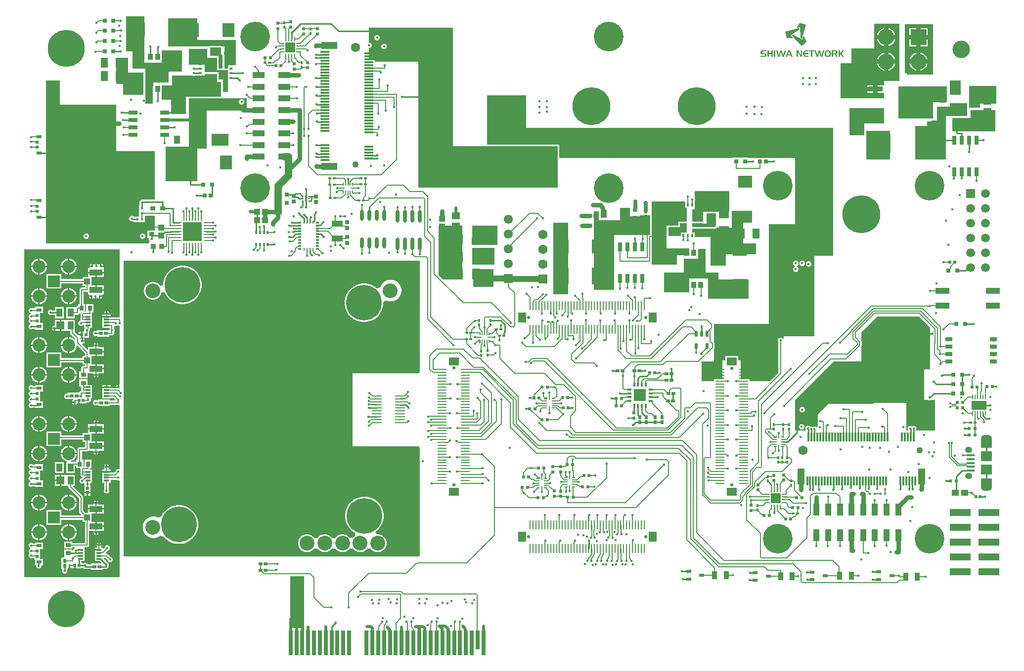
<source format=gtl>
G04*
G04 #@! TF.GenerationSoftware,Altium Limited,Altium Designer,21.6.4 (81)*
G04*
G04 Layer_Physical_Order=1*
G04 Layer_Color=255*
%FSAX25Y25*%
%MOIN*%
G70*
G04*
G04 #@! TF.SameCoordinates,04CDB6BB-DAA2-47D8-8ED5-A57D7073F3AE*
G04*
G04*
G04 #@! TF.FilePolarity,Positive*
G04*
G01*
G75*
%ADD16C,0.00500*%
%ADD17C,0.01500*%
%ADD18C,0.01000*%
%ADD19C,0.02000*%
%ADD20C,0.00600*%
%ADD25C,0.00800*%
%ADD38R,0.12795X0.12795*%
%ADD39R,0.01024X0.03543*%
%ADD40R,0.03543X0.01024*%
%ADD41R,0.03740X0.03740*%
%ADD42R,0.01772X0.01772*%
%ADD43R,0.04331X0.04134*%
%ADD44R,0.03543X0.02953*%
%ADD45R,0.03543X0.03150*%
%ADD46R,0.04134X0.04331*%
%ADD47R,0.05709X0.04528*%
%ADD48R,0.05709X0.07480*%
%ADD49R,0.05512X0.03937*%
%ADD50R,0.03543X0.03937*%
%ADD51C,0.02918*%
%ADD52R,0.01457X0.00945*%
%ADD53R,0.01575X0.04252*%
%ADD54R,0.07835X0.09173*%
G04:AMPARAMS|DCode=55|XSize=11.81mil|YSize=29.53mil|CornerRadius=1.95mil|HoleSize=0mil|Usage=FLASHONLY|Rotation=180.000|XOffset=0mil|YOffset=0mil|HoleType=Round|Shape=RoundedRectangle|*
%AMROUNDEDRECTD55*
21,1,0.01181,0.02563,0,0,180.0*
21,1,0.00791,0.02953,0,0,180.0*
1,1,0.00390,-0.00396,0.01282*
1,1,0.00390,0.00396,0.01282*
1,1,0.00390,0.00396,-0.01282*
1,1,0.00390,-0.00396,-0.01282*
%
%ADD55ROUNDEDRECTD55*%
G04:AMPARAMS|DCode=56|XSize=11.81mil|YSize=29.53mil|CornerRadius=1.95mil|HoleSize=0mil|Usage=FLASHONLY|Rotation=90.000|XOffset=0mil|YOffset=0mil|HoleType=Round|Shape=RoundedRectangle|*
%AMROUNDEDRECTD56*
21,1,0.01181,0.02563,0,0,90.0*
21,1,0.00791,0.02953,0,0,90.0*
1,1,0.00390,0.01282,0.00396*
1,1,0.00390,0.01282,-0.00396*
1,1,0.00390,-0.01282,-0.00396*
1,1,0.00390,-0.01282,0.00396*
%
%ADD56ROUNDEDRECTD56*%
%ADD57R,0.05315X0.01575*%
%ADD58R,0.07480X0.07087*%
%ADD59R,0.08287X0.04409*%
%ADD60R,0.01968X0.01772*%
%ADD61R,0.03150X0.03150*%
%ADD62R,0.05000X0.02992*%
%ADD63R,0.09600X0.04400*%
%ADD64R,0.02165X0.02165*%
%ADD65R,0.07100X0.07100*%
%ADD66R,0.01000X0.03200*%
%ADD67R,0.03200X0.01000*%
%ADD68R,0.01772X0.01968*%
%ADD69R,0.02165X0.02165*%
%ADD70R,0.06102X0.01181*%
%ADD71R,0.10827X0.04724*%
%ADD72R,0.01181X0.06102*%
%ADD73R,0.04724X0.10827*%
%ADD74R,0.09800X0.03700*%
%ADD75R,0.23300X0.21700*%
%ADD76R,0.00984X0.01870*%
%ADD77R,0.01870X0.01378*%
%ADD78R,0.05100X0.03500*%
%ADD79R,0.08300X0.03500*%
%ADD80R,0.08300X0.07400*%
%ADD81R,0.02600X0.07400*%
%ADD82R,0.01400X0.07400*%
%ADD83R,0.02000X0.01300*%
%ADD84R,0.01300X0.02000*%
%ADD85R,0.09173X0.07835*%
%ADD86R,0.02816X0.02648*%
%ADD87R,0.02016X0.02288*%
%ADD88R,0.02911X0.02648*%
%ADD89R,0.02756X0.02756*%
G04:AMPARAMS|DCode=90|XSize=40.88mil|YSize=20.95mil|CornerRadius=10.48mil|HoleSize=0mil|Usage=FLASHONLY|Rotation=270.000|XOffset=0mil|YOffset=0mil|HoleType=Round|Shape=RoundedRectangle|*
%AMROUNDEDRECTD90*
21,1,0.04088,0.00000,0,0,270.0*
21,1,0.01993,0.02095,0,0,270.0*
1,1,0.02095,0.00000,-0.00996*
1,1,0.02095,0.00000,0.00996*
1,1,0.02095,0.00000,0.00996*
1,1,0.02095,0.00000,-0.00996*
%
%ADD90ROUNDEDRECTD90*%
%ADD91R,0.02095X0.04088*%
G04:AMPARAMS|DCode=92|XSize=61.02mil|YSize=23.62mil|CornerRadius=2.01mil|HoleSize=0mil|Usage=FLASHONLY|Rotation=90.000|XOffset=0mil|YOffset=0mil|HoleType=Round|Shape=RoundedRectangle|*
%AMROUNDEDRECTD92*
21,1,0.06102,0.01961,0,0,90.0*
21,1,0.05701,0.02362,0,0,90.0*
1,1,0.00402,0.00980,0.02850*
1,1,0.00402,0.00980,-0.02850*
1,1,0.00402,-0.00980,-0.02850*
1,1,0.00402,-0.00980,0.02850*
%
%ADD92ROUNDEDRECTD92*%
%ADD93R,0.05906X0.07284*%
G04:AMPARAMS|DCode=94|XSize=61.02mil|YSize=23.62mil|CornerRadius=2.01mil|HoleSize=0mil|Usage=FLASHONLY|Rotation=0.000|XOffset=0mil|YOffset=0mil|HoleType=Round|Shape=RoundedRectangle|*
%AMROUNDEDRECTD94*
21,1,0.06102,0.01961,0,0,0.0*
21,1,0.05701,0.02362,0,0,0.0*
1,1,0.00402,0.02850,-0.00980*
1,1,0.00402,-0.02850,-0.00980*
1,1,0.00402,-0.02850,0.00980*
1,1,0.00402,0.02850,0.00980*
%
%ADD94ROUNDEDRECTD94*%
%ADD95R,0.04546X0.06717*%
%ADD96R,0.03500X0.05100*%
%ADD97R,0.03500X0.08300*%
%ADD98R,0.07400X0.08300*%
%ADD99R,0.07400X0.02600*%
%ADD100R,0.07400X0.01400*%
%ADD101R,0.06717X0.04546*%
%ADD102R,0.04331X0.05315*%
%ADD103R,0.07874X0.11811*%
%ADD104R,0.11811X0.07874*%
%ADD105R,0.02631X0.02648*%
%ADD106R,0.02559X0.02362*%
%ADD107R,0.00984X0.06102*%
%ADD108R,0.05315X0.06693*%
%ADD109O,0.02362X0.08661*%
%ADD110O,0.02362X0.07480*%
%ADD111R,0.07480X0.04331*%
%ADD112R,0.02835X0.02835*%
%ADD113R,0.02648X0.02911*%
%ADD114R,0.04409X0.08287*%
%ADD115R,0.03543X0.01968*%
%ADD116R,0.03740X0.05709*%
%ADD117R,0.04134X0.03937*%
%ADD118R,0.08661X0.04134*%
%ADD119R,0.02362X0.02559*%
%ADD120R,0.02288X0.02016*%
%ADD121R,0.03937X0.05512*%
%ADD122R,0.05512X0.05512*%
%ADD123R,0.14488X0.05000*%
%ADD124R,0.02648X0.02816*%
%ADD125R,0.01378X0.01968*%
%ADD126R,0.03543X0.02362*%
%ADD127R,0.02165X0.02362*%
%ADD128R,0.01870X0.01968*%
G04:AMPARAMS|DCode=129|XSize=33.06mil|YSize=8.76mil|CornerRadius=4.38mil|HoleSize=0mil|Usage=FLASHONLY|Rotation=90.000|XOffset=0mil|YOffset=0mil|HoleType=Round|Shape=RoundedRectangle|*
%AMROUNDEDRECTD129*
21,1,0.03306,0.00000,0,0,90.0*
21,1,0.02430,0.00876,0,0,90.0*
1,1,0.00876,0.00000,0.01215*
1,1,0.00876,0.00000,-0.01215*
1,1,0.00876,0.00000,-0.01215*
1,1,0.00876,0.00000,0.01215*
%
%ADD129ROUNDEDRECTD129*%
%ADD130R,0.00876X0.03306*%
%ADD131R,0.05142X0.04166*%
%ADD132R,0.01968X0.01968*%
%ADD133R,0.09449X0.12992*%
%ADD134R,0.06693X0.05315*%
%ADD135R,0.06102X0.00984*%
%ADD136R,0.07087X0.00984*%
%ADD137R,0.07480X0.05709*%
%ADD138R,0.03347X0.01181*%
%ADD139R,0.03543X0.02756*%
%ADD140R,0.02756X0.03543*%
%ADD141R,0.02800X0.16500*%
%ADD142R,0.02800X0.12600*%
%ADD143R,0.03937X0.02835*%
%ADD144R,0.07480X0.06201*%
%ADD169R,0.02362X0.00787*%
%ADD170R,0.00787X0.02362*%
%ADD171C,0.00709*%
%ADD174R,0.00787X0.02362*%
%ADD175R,0.02362X0.00787*%
%ADD194R,0.10039X0.06496*%
%ADD212C,0.11800*%
%ADD213R,0.10827X0.10827*%
%ADD214C,0.10827*%
%ADD219C,0.06299*%
%ADD220C,0.04331*%
G04:AMPARAMS|DCode=230|XSize=82.68mil|YSize=82.68mil|CornerRadius=2.07mil|HoleSize=0mil|Usage=FLASHONLY|Rotation=90.000|XOffset=0mil|YOffset=0mil|HoleType=Round|Shape=RoundedRectangle|*
%AMROUNDEDRECTD230*
21,1,0.08268,0.07854,0,0,90.0*
21,1,0.07854,0.08268,0,0,90.0*
1,1,0.00413,0.03927,0.03927*
1,1,0.00413,0.03927,-0.03927*
1,1,0.00413,-0.03927,-0.03927*
1,1,0.00413,-0.03927,0.03927*
%
%ADD230ROUNDEDRECTD230*%
%ADD231C,0.03000*%
%ADD232C,0.04000*%
%ADD233C,0.05000*%
%ADD234C,0.02500*%
%ADD235R,0.09478X0.29380*%
%ADD236R,0.09941X0.06791*%
%ADD237C,0.08661*%
%ADD238R,0.07874X0.07874*%
%ADD239C,0.06102*%
%ADD240R,0.06102X0.06102*%
%ADD241R,0.06299X0.06299*%
%ADD242C,0.25000*%
%ADD243O,0.04921X0.04134*%
%ADD244O,0.07480X0.04724*%
%ADD245C,0.25591*%
%ADD246C,0.02166*%
%ADD247C,0.10000*%
%ADD248C,0.24000*%
%ADD249R,0.05906X0.05906*%
%ADD250C,0.05906*%
%ADD251C,0.01600*%
%ADD252C,0.20000*%
G36*
X0494160Y0013546D02*
X0494184D01*
Y0013307D01*
X0494208D01*
Y0013045D01*
X0494232D01*
Y0012782D01*
X0494256D01*
Y0012614D01*
X0494208D01*
Y0012591D01*
X0494184D01*
Y0012567D01*
X0494136D01*
Y0012543D01*
X0494089D01*
Y0012519D01*
X0494065D01*
Y0012495D01*
X0494017D01*
Y0012471D01*
X0493993D01*
Y0012447D01*
X0493945D01*
Y0012423D01*
X0493922D01*
Y0012399D01*
X0493874D01*
Y0012376D01*
X0493850D01*
Y0012352D01*
X0493802D01*
Y0012328D01*
X0493778D01*
Y0012304D01*
X0493730D01*
Y0012280D01*
X0493706D01*
Y0012256D01*
X0493659D01*
Y0012232D01*
X0493635D01*
Y0012208D01*
X0493587D01*
Y0012184D01*
X0493563D01*
Y0012161D01*
X0493515D01*
Y0012137D01*
X0493491D01*
Y0012113D01*
X0493444D01*
Y0012089D01*
X0493420D01*
Y0012065D01*
X0493372D01*
Y0012041D01*
X0493348D01*
Y0012017D01*
X0493300D01*
Y0011993D01*
X0493252D01*
Y0011969D01*
X0493228D01*
Y0011945D01*
X0493181D01*
Y0011921D01*
X0493157D01*
Y0011898D01*
X0493109D01*
Y0011874D01*
X0493085D01*
Y0011850D01*
X0493037D01*
Y0011826D01*
X0493013D01*
Y0011802D01*
X0492966D01*
Y0011778D01*
X0492942D01*
Y0011754D01*
X0492894D01*
Y0011730D01*
X0492870D01*
Y0011706D01*
X0492822D01*
Y0011683D01*
X0492798D01*
Y0011659D01*
X0492751D01*
Y0011635D01*
X0492727D01*
Y0011611D01*
X0492679D01*
Y0011587D01*
X0492655D01*
Y0011563D01*
X0492607D01*
Y0011539D01*
X0492583D01*
Y0011515D01*
X0492536D01*
Y0011491D01*
X0492488D01*
Y0011468D01*
X0492464D01*
Y0011444D01*
X0492416D01*
Y0011420D01*
X0492392D01*
Y0011396D01*
X0492344D01*
Y0011372D01*
X0492320D01*
Y0011348D01*
X0492273D01*
Y0011324D01*
X0492249D01*
Y0011300D01*
X0492201D01*
Y0011276D01*
X0492177D01*
Y0011253D01*
X0492129D01*
Y0011229D01*
X0492105D01*
Y0011205D01*
X0492058D01*
Y0011181D01*
X0492034D01*
Y0011157D01*
X0491986D01*
Y0011133D01*
X0491962D01*
Y0011109D01*
X0491914D01*
Y0011085D01*
X0491890D01*
Y0011061D01*
X0491843D01*
Y0011037D01*
X0491819D01*
Y0011013D01*
X0491771D01*
Y0010990D01*
X0491723D01*
Y0010966D01*
X0491699D01*
Y0010942D01*
X0491651D01*
Y0010918D01*
X0491628D01*
Y0010894D01*
X0491580D01*
Y0010870D01*
X0491556D01*
Y0010846D01*
X0491508D01*
Y0010822D01*
X0491484D01*
Y0010798D01*
X0491436D01*
Y0010775D01*
X0491412D01*
Y0010751D01*
X0491365D01*
Y0010727D01*
X0491341D01*
Y0010703D01*
X0491293D01*
Y0010679D01*
X0491269D01*
Y0010655D01*
X0491221D01*
Y0010631D01*
X0491197D01*
Y0010607D01*
X0491150D01*
Y0010583D01*
X0491126D01*
Y0010560D01*
X0491078D01*
Y0010536D01*
X0491054D01*
Y0010512D01*
X0491006D01*
Y0010488D01*
X0490958D01*
Y0010464D01*
X0490935D01*
Y0010440D01*
X0490887D01*
Y0010416D01*
X0490863D01*
Y0010392D01*
X0490815D01*
Y0010368D01*
X0490791D01*
Y0010345D01*
X0490743D01*
Y0010321D01*
X0490720D01*
Y0010297D01*
X0490672D01*
Y0010273D01*
X0490648D01*
Y0010249D01*
X0490600D01*
Y0010225D01*
X0490576D01*
Y0010201D01*
X0490528D01*
Y0010177D01*
X0490505D01*
Y0010153D01*
X0490457D01*
Y0010129D01*
X0490433D01*
Y0010106D01*
X0490385D01*
Y0010082D01*
X0490361D01*
Y0010058D01*
X0490313D01*
Y0010034D01*
X0490289D01*
Y0010010D01*
X0490242D01*
Y0009986D01*
X0490218D01*
Y0009962D01*
X0490170D01*
Y0009938D01*
X0490122D01*
Y0009914D01*
X0490098D01*
Y0009890D01*
X0490051D01*
Y0009867D01*
X0490027D01*
Y0009843D01*
X0489979D01*
Y0009819D01*
X0489955D01*
Y0009795D01*
X0489907D01*
Y0009771D01*
X0489883D01*
Y0009747D01*
X0489836D01*
Y0009723D01*
X0489812D01*
Y0009699D01*
X0489764D01*
Y0009675D01*
X0489740D01*
Y0009651D01*
X0489692D01*
Y0009628D01*
X0489668D01*
Y0009604D01*
X0489620D01*
Y0009580D01*
X0489597D01*
Y0009556D01*
X0489549D01*
Y0009532D01*
X0489525D01*
Y0009508D01*
X0489477D01*
Y0009484D01*
X0489453D01*
Y0009460D01*
X0489405D01*
Y0009437D01*
X0489358D01*
Y0009413D01*
X0489334D01*
Y0009389D01*
X0489286D01*
Y0009365D01*
X0489262D01*
Y0009341D01*
X0489214D01*
Y0009317D01*
X0489190D01*
Y0009293D01*
X0489143D01*
Y0009269D01*
X0489119D01*
Y0009245D01*
X0489071D01*
Y0009221D01*
X0489047D01*
Y0009198D01*
X0488999D01*
Y0009174D01*
X0488975D01*
Y0009150D01*
X0488928D01*
Y0009126D01*
X0488904D01*
Y0009102D01*
X0488856D01*
Y0009078D01*
X0488832D01*
Y0009054D01*
X0488784D01*
Y0009030D01*
X0488760D01*
Y0009006D01*
X0488712D01*
Y0008982D01*
X0488689D01*
Y0008959D01*
X0488641D01*
Y0008935D01*
X0488593D01*
Y0008911D01*
X0488569D01*
Y0008887D01*
X0488521D01*
Y0008863D01*
X0488497D01*
Y0008839D01*
X0488450D01*
Y0008815D01*
X0488426D01*
Y0008791D01*
X0488378D01*
Y0008767D01*
X0488354D01*
Y0008743D01*
X0488306D01*
Y0008720D01*
X0488282D01*
Y0008672D01*
X0488306D01*
Y0008648D01*
X0488330D01*
Y0008624D01*
X0488354D01*
Y0008600D01*
X0488378D01*
Y0008576D01*
X0488402D01*
Y0008552D01*
X0488426D01*
Y0008529D01*
X0488450D01*
Y0008505D01*
X0488474D01*
Y0008481D01*
X0488497D01*
Y0008457D01*
X0488521D01*
Y0008433D01*
X0488545D01*
Y0008409D01*
X0488569D01*
Y0008385D01*
X0488593D01*
Y0008361D01*
X0488617D01*
Y0008337D01*
X0488641D01*
Y0008313D01*
X0488665D01*
Y0008290D01*
X0488689D01*
Y0008266D01*
X0488712D01*
Y0008242D01*
X0488736D01*
Y0008218D01*
X0488760D01*
Y0008194D01*
X0488784D01*
Y0008170D01*
X0488808D01*
Y0008146D01*
X0488832D01*
Y0008122D01*
X0488856D01*
Y0008098D01*
X0488880D01*
Y0008074D01*
X0488904D01*
Y0008051D01*
X0488928D01*
Y0008027D01*
X0488951D01*
Y0008003D01*
X0488975D01*
Y0007979D01*
X0488999D01*
Y0007955D01*
X0489023D01*
Y0007931D01*
X0489047D01*
Y0007907D01*
X0489071D01*
Y0007883D01*
X0489095D01*
Y0007859D01*
X0489119D01*
Y0007835D01*
X0489143D01*
Y0007812D01*
X0489166D01*
Y0007788D01*
X0489190D01*
Y0007764D01*
X0489214D01*
Y0007740D01*
X0489238D01*
Y0007716D01*
X0489262D01*
Y0007692D01*
X0489286D01*
Y0007668D01*
X0489310D01*
Y0007644D01*
X0489334D01*
Y0007621D01*
X0489358D01*
Y0007597D01*
X0489382D01*
Y0007573D01*
X0489405D01*
Y0007549D01*
X0489429D01*
Y0007525D01*
X0489453D01*
Y0007501D01*
X0489477D01*
Y0007477D01*
X0489501D01*
Y0007453D01*
X0489525D01*
Y0007429D01*
X0489549D01*
Y0007405D01*
X0489573D01*
Y0007382D01*
X0489597D01*
Y0007358D01*
X0489620D01*
Y0007334D01*
X0489644D01*
Y0007310D01*
X0489668D01*
Y0007286D01*
X0489692D01*
Y0007262D01*
X0489716D01*
Y0007238D01*
X0489740D01*
Y0007214D01*
X0489764D01*
Y0007190D01*
X0489788D01*
Y0007166D01*
X0489812D01*
Y0007143D01*
X0489836D01*
Y0007119D01*
X0489859D01*
Y0007095D01*
X0489883D01*
Y0007071D01*
X0489907D01*
Y0007047D01*
X0489931D01*
Y0007023D01*
X0489955D01*
Y0006999D01*
X0489979D01*
Y0006975D01*
X0490003D01*
Y0006951D01*
X0490027D01*
Y0006927D01*
X0490051D01*
Y0006904D01*
X0490074D01*
Y0006880D01*
X0490098D01*
Y0006856D01*
X0490122D01*
Y0006832D01*
X0489644D01*
Y0006856D01*
X0488569D01*
Y0006880D01*
X0487494D01*
Y0006904D01*
X0486395D01*
Y0006927D01*
X0485606D01*
Y0006999D01*
X0485582D01*
Y0007095D01*
X0485558D01*
Y0007190D01*
X0485534D01*
Y0007310D01*
X0485511D01*
Y0007405D01*
X0485487D01*
Y0007501D01*
X0485463D01*
Y0007597D01*
X0485439D01*
Y0007716D01*
X0485415D01*
Y0007812D01*
X0485391D01*
Y0007907D01*
X0485367D01*
Y0008003D01*
X0485343D01*
Y0008122D01*
X0485319D01*
Y0008218D01*
X0485295D01*
Y0008313D01*
X0485272D01*
Y0008409D01*
X0485248D01*
Y0008529D01*
X0485224D01*
Y0008624D01*
X0485200D01*
Y0008720D01*
X0485176D01*
Y0008839D01*
X0485152D01*
Y0008935D01*
X0485128D01*
Y0009030D01*
X0485104D01*
Y0009126D01*
X0485080D01*
Y0009245D01*
X0485057D01*
Y0009341D01*
X0485033D01*
Y0009437D01*
X0485009D01*
Y0009532D01*
X0484985D01*
Y0009651D01*
X0484961D01*
Y0009747D01*
X0484937D01*
Y0009843D01*
X0484913D01*
Y0009938D01*
X0484889D01*
Y0010058D01*
X0484865D01*
Y0010153D01*
X0484841D01*
Y0010249D01*
X0484818D01*
Y0010368D01*
X0484794D01*
Y0010464D01*
X0484770D01*
Y0010560D01*
X0484746D01*
Y0010655D01*
X0484722D01*
Y0010775D01*
X0484698D01*
Y0010870D01*
X0484674D01*
Y0010966D01*
X0484650D01*
Y0011061D01*
X0484626D01*
Y0011157D01*
X0484650D01*
Y0011181D01*
X0484746D01*
Y0011205D01*
X0484818D01*
Y0011229D01*
X0484913D01*
Y0011253D01*
X0485009D01*
Y0011276D01*
X0485104D01*
Y0011300D01*
X0485200D01*
Y0011324D01*
X0485272D01*
Y0011348D01*
X0485367D01*
Y0011372D01*
X0485463D01*
Y0011396D01*
X0485558D01*
Y0011420D01*
X0485654D01*
Y0011444D01*
X0485726D01*
Y0011468D01*
X0485821D01*
Y0011491D01*
X0485917D01*
Y0011515D01*
X0486012D01*
Y0011539D01*
X0486108D01*
Y0011563D01*
X0486180D01*
Y0011587D01*
X0486275D01*
Y0011611D01*
X0486371D01*
Y0011635D01*
X0486466D01*
Y0011659D01*
X0486562D01*
Y0011683D01*
X0486634D01*
Y0011706D01*
X0486729D01*
Y0011730D01*
X0486825D01*
Y0011754D01*
X0486920D01*
Y0011778D01*
X0487016D01*
Y0011802D01*
X0487088D01*
Y0011826D01*
X0487183D01*
Y0011850D01*
X0487279D01*
Y0011874D01*
X0487374D01*
Y0011898D01*
X0487470D01*
Y0011921D01*
X0487542D01*
Y0011945D01*
X0487637D01*
Y0011969D01*
X0487733D01*
Y0011993D01*
X0487828D01*
Y0012017D01*
X0487924D01*
Y0012041D01*
X0487996D01*
Y0012065D01*
X0488091D01*
Y0012089D01*
X0488187D01*
Y0012113D01*
X0488282D01*
Y0012137D01*
X0488378D01*
Y0012161D01*
X0488450D01*
Y0012184D01*
X0488545D01*
Y0012208D01*
X0488641D01*
Y0012232D01*
X0488736D01*
Y0012256D01*
X0488832D01*
Y0012280D01*
X0488928D01*
Y0012304D01*
X0488999D01*
Y0012328D01*
X0489095D01*
Y0012352D01*
X0489190D01*
Y0012376D01*
X0489286D01*
Y0012399D01*
X0489382D01*
Y0012423D01*
X0489453D01*
Y0012447D01*
X0489549D01*
Y0012471D01*
X0489644D01*
Y0012495D01*
X0489740D01*
Y0012519D01*
X0489836D01*
Y0012543D01*
X0489907D01*
Y0012567D01*
X0490003D01*
Y0012591D01*
X0490098D01*
Y0012614D01*
X0490194D01*
Y0012638D01*
X0490289D01*
Y0012662D01*
X0490361D01*
Y0012686D01*
X0490457D01*
Y0012710D01*
X0490552D01*
Y0012734D01*
X0490648D01*
Y0012758D01*
X0490743D01*
Y0012782D01*
X0490815D01*
Y0012806D01*
X0490911D01*
Y0012830D01*
X0491006D01*
Y0012853D01*
X0491102D01*
Y0012877D01*
X0491197D01*
Y0012901D01*
X0491269D01*
Y0012925D01*
X0491365D01*
Y0012949D01*
X0491460D01*
Y0012973D01*
X0491556D01*
Y0012997D01*
X0491651D01*
Y0013021D01*
X0491723D01*
Y0013045D01*
X0491819D01*
Y0013069D01*
X0491914D01*
Y0013092D01*
X0492010D01*
Y0013116D01*
X0492105D01*
Y0013140D01*
X0492177D01*
Y0013164D01*
X0492273D01*
Y0013188D01*
X0492368D01*
Y0013212D01*
X0492464D01*
Y0013236D01*
X0492559D01*
Y0013260D01*
X0492631D01*
Y0013284D01*
X0492727D01*
Y0013307D01*
X0492822D01*
Y0013331D01*
X0492918D01*
Y0013355D01*
X0493013D01*
Y0013379D01*
X0493085D01*
Y0013403D01*
X0493181D01*
Y0013427D01*
X0493276D01*
Y0013451D01*
X0493372D01*
Y0013475D01*
X0493468D01*
Y0013499D01*
X0493539D01*
Y0013522D01*
X0493635D01*
Y0013546D01*
X0493730D01*
Y0013570D01*
X0493826D01*
Y0013594D01*
X0493922D01*
Y0013618D01*
X0493993D01*
Y0013642D01*
X0494089D01*
Y0013666D01*
X0494160D01*
Y0013546D01*
D02*
G37*
G36*
X0494519Y0017083D02*
X0494591D01*
Y0017059D01*
X0494662D01*
Y0017035D01*
X0494734D01*
Y0017011D01*
X0494806D01*
Y0016987D01*
X0494901D01*
Y0016963D01*
X0494973D01*
Y0016939D01*
X0495045D01*
Y0016916D01*
X0495116D01*
Y0016892D01*
X0495212D01*
Y0016868D01*
X0495284D01*
Y0016844D01*
X0495355D01*
Y0016820D01*
X0495427D01*
Y0016796D01*
X0495499D01*
Y0016772D01*
X0495594D01*
Y0016748D01*
X0495666D01*
Y0016724D01*
X0495738D01*
Y0016700D01*
X0495809D01*
Y0016677D01*
X0495881D01*
Y0016653D01*
X0495976D01*
Y0016629D01*
X0496048D01*
Y0016605D01*
X0496120D01*
Y0016581D01*
X0496191D01*
Y0016557D01*
X0496263D01*
Y0016533D01*
X0496359D01*
Y0016509D01*
X0496430D01*
Y0016485D01*
X0496502D01*
Y0016462D01*
X0496574D01*
Y0016438D01*
X0496645D01*
Y0016414D01*
X0496741D01*
Y0016390D01*
X0496813D01*
Y0016366D01*
X0496884D01*
Y0016342D01*
X0496956D01*
Y0016318D01*
X0497028D01*
Y0016294D01*
X0497123D01*
Y0016270D01*
X0497195D01*
Y0016246D01*
X0497267D01*
Y0016222D01*
X0497338D01*
Y0016199D01*
X0497410D01*
Y0016175D01*
X0497506D01*
Y0016151D01*
X0497577D01*
Y0016127D01*
X0497649D01*
Y0016103D01*
X0497721D01*
Y0016079D01*
X0497792D01*
Y0016055D01*
X0497888D01*
Y0016031D01*
X0497960D01*
Y0016007D01*
X0498031D01*
Y0015984D01*
X0498103D01*
Y0015960D01*
X0498199D01*
Y0015936D01*
X0498270D01*
Y0015912D01*
X0498342D01*
Y0015888D01*
X0498414D01*
Y0015864D01*
X0498485D01*
Y0015840D01*
X0498557D01*
Y0015768D01*
X0498533D01*
Y0015697D01*
X0498509D01*
Y0015601D01*
X0498485D01*
Y0015530D01*
X0498461D01*
Y0015434D01*
X0498438D01*
Y0015362D01*
X0498414D01*
Y0015267D01*
X0498390D01*
Y0015171D01*
X0498366D01*
Y0015100D01*
X0498342D01*
Y0015004D01*
X0498318D01*
Y0014932D01*
X0498294D01*
Y0014837D01*
X0498270D01*
Y0014765D01*
X0498246D01*
Y0014669D01*
X0498222D01*
Y0014598D01*
X0498199D01*
Y0014502D01*
X0498175D01*
Y0014406D01*
X0498151D01*
Y0014335D01*
X0498127D01*
Y0014239D01*
X0498103D01*
Y0014168D01*
X0498079D01*
Y0014072D01*
X0498055D01*
Y0014000D01*
X0498031D01*
Y0013905D01*
X0498007D01*
Y0013833D01*
X0497984D01*
Y0013737D01*
X0497960D01*
Y0013642D01*
X0497936D01*
Y0013570D01*
X0497912D01*
Y0013475D01*
X0497888D01*
Y0013403D01*
X0497864D01*
Y0013307D01*
X0497840D01*
Y0013236D01*
X0497816D01*
Y0013140D01*
X0497792D01*
Y0013069D01*
X0497768D01*
Y0012973D01*
X0497745D01*
Y0012877D01*
X0497721D01*
Y0012806D01*
X0497697D01*
Y0012710D01*
X0497673D01*
Y0012638D01*
X0497649D01*
Y0012543D01*
X0497625D01*
Y0012471D01*
X0497601D01*
Y0012376D01*
X0497577D01*
Y0012304D01*
X0497553D01*
Y0012208D01*
X0497530D01*
Y0012113D01*
X0497506D01*
Y0012041D01*
X0497482D01*
Y0011945D01*
X0497458D01*
Y0011874D01*
X0497434D01*
Y0011778D01*
X0497410D01*
Y0011706D01*
X0497386D01*
Y0011611D01*
X0497362D01*
Y0011539D01*
X0497338D01*
Y0011444D01*
X0497315D01*
Y0011348D01*
X0497291D01*
Y0011276D01*
X0497267D01*
Y0011181D01*
X0497243D01*
Y0011109D01*
X0497219D01*
Y0011013D01*
X0497195D01*
Y0010942D01*
X0497171D01*
Y0010846D01*
X0497147D01*
Y0010775D01*
X0497123D01*
Y0010679D01*
X0497099D01*
Y0010583D01*
X0497076D01*
Y0010512D01*
X0497052D01*
Y0010416D01*
X0497028D01*
Y0010345D01*
X0497004D01*
Y0010249D01*
X0496980D01*
Y0010177D01*
X0496956D01*
Y0010082D01*
X0496932D01*
Y0010010D01*
X0496908D01*
Y0009914D01*
X0496884D01*
Y0009819D01*
X0496861D01*
Y0009747D01*
X0496837D01*
Y0009651D01*
X0496813D01*
Y0009580D01*
X0496789D01*
Y0009484D01*
X0496765D01*
Y0009413D01*
X0496741D01*
Y0009317D01*
X0496717D01*
Y0009245D01*
X0496693D01*
Y0009150D01*
X0496669D01*
Y0009054D01*
X0496645D01*
Y0008982D01*
X0496622D01*
Y0008887D01*
X0496598D01*
Y0008815D01*
X0496574D01*
Y0008720D01*
X0496550D01*
Y0008648D01*
X0496526D01*
Y0008552D01*
X0496502D01*
Y0008481D01*
X0496478D01*
Y0008385D01*
X0496454D01*
Y0008290D01*
X0496430D01*
Y0008218D01*
X0496407D01*
Y0008122D01*
X0496383D01*
Y0008051D01*
X0496359D01*
Y0007955D01*
X0496335D01*
Y0007883D01*
X0496311D01*
Y0007788D01*
X0496287D01*
Y0007716D01*
X0496263D01*
Y0007621D01*
X0496239D01*
Y0007525D01*
X0496215D01*
Y0007453D01*
X0496191D01*
Y0007358D01*
X0496168D01*
Y0007286D01*
X0496144D01*
Y0007190D01*
X0496120D01*
Y0007119D01*
X0496096D01*
Y0007023D01*
X0496072D01*
Y0006951D01*
X0496048D01*
Y0006856D01*
X0496024D01*
Y0006760D01*
X0496000D01*
Y0006689D01*
X0495976D01*
Y0006593D01*
X0495953D01*
Y0006521D01*
X0495929D01*
Y0006426D01*
X0495905D01*
Y0006354D01*
X0495881D01*
Y0006330D01*
X0495833D01*
Y0006354D01*
X0495785D01*
Y0006378D01*
X0495738D01*
Y0006402D01*
X0495690D01*
Y0006426D01*
X0495642D01*
Y0006450D01*
X0495594D01*
Y0006474D01*
X0495546D01*
Y0006497D01*
X0495499D01*
Y0006521D01*
X0495451D01*
Y0006545D01*
X0495403D01*
Y0006569D01*
X0495355D01*
Y0006593D01*
X0495307D01*
Y0006617D01*
X0495260D01*
Y0006641D01*
X0495188D01*
Y0006665D01*
X0495140D01*
Y0006689D01*
X0495092D01*
Y0006713D01*
X0495045D01*
Y0006736D01*
X0494997D01*
Y0006760D01*
X0494949D01*
Y0006927D01*
X0494925D01*
Y0007286D01*
Y0007310D01*
Y0007429D01*
X0494901D01*
Y0007907D01*
X0494877D01*
Y0008409D01*
X0494853D01*
Y0008911D01*
X0494830D01*
Y0009413D01*
X0494806D01*
Y0009914D01*
X0494782D01*
Y0010416D01*
X0494758D01*
Y0010918D01*
X0494734D01*
Y0011420D01*
X0494710D01*
Y0011898D01*
X0494686D01*
Y0012399D01*
X0494662D01*
Y0012901D01*
X0494638D01*
Y0013403D01*
X0494614D01*
Y0013905D01*
X0494591D01*
Y0014406D01*
X0494567D01*
Y0014215D01*
X0494519D01*
Y0014191D01*
X0494423D01*
Y0014168D01*
X0494328D01*
Y0014144D01*
X0494256D01*
Y0014120D01*
X0494160D01*
Y0014096D01*
X0494065D01*
Y0014072D01*
X0493969D01*
Y0014048D01*
X0493874D01*
Y0014024D01*
X0493802D01*
Y0014000D01*
X0493706D01*
Y0013976D01*
X0493611D01*
Y0013952D01*
X0493515D01*
Y0013929D01*
X0493420D01*
Y0013905D01*
X0493348D01*
Y0013881D01*
X0493252D01*
Y0013857D01*
X0493157D01*
Y0013833D01*
X0493061D01*
Y0013809D01*
X0492966D01*
Y0013785D01*
X0492894D01*
Y0013761D01*
X0492798D01*
Y0013737D01*
X0492703D01*
Y0013714D01*
X0492607D01*
Y0013690D01*
X0492512D01*
Y0013666D01*
X0492440D01*
Y0013642D01*
X0492344D01*
Y0013618D01*
X0492249D01*
Y0013594D01*
X0492153D01*
Y0013570D01*
X0492082D01*
Y0013618D01*
X0492105D01*
Y0013642D01*
X0492129D01*
Y0013690D01*
X0492153D01*
Y0013714D01*
X0492177D01*
Y0013761D01*
X0492201D01*
Y0013785D01*
X0492225D01*
Y0013833D01*
X0492249D01*
Y0013857D01*
X0492273D01*
Y0013905D01*
X0492297D01*
Y0013929D01*
X0492320D01*
Y0013976D01*
X0492344D01*
Y0014000D01*
X0492368D01*
Y0014048D01*
X0492392D01*
Y0014072D01*
X0492416D01*
Y0014120D01*
X0492440D01*
Y0014144D01*
X0492464D01*
Y0014191D01*
X0492488D01*
Y0014215D01*
X0492512D01*
Y0014263D01*
X0492536D01*
Y0014287D01*
X0492559D01*
Y0014335D01*
X0492583D01*
Y0014359D01*
X0492607D01*
Y0014406D01*
X0492631D01*
Y0014430D01*
X0492655D01*
Y0014478D01*
X0492679D01*
Y0014502D01*
X0492703D01*
Y0014550D01*
X0492727D01*
Y0014574D01*
X0492751D01*
Y0014622D01*
X0492774D01*
Y0014646D01*
X0492798D01*
Y0014693D01*
X0492822D01*
Y0014717D01*
X0492846D01*
Y0014765D01*
X0492870D01*
Y0014789D01*
X0492894D01*
Y0014837D01*
X0492918D01*
Y0014861D01*
X0492942D01*
Y0014908D01*
X0492966D01*
Y0014932D01*
X0492990D01*
Y0014980D01*
X0493013D01*
Y0015004D01*
X0493037D01*
Y0015052D01*
X0493061D01*
Y0015076D01*
X0493085D01*
Y0015123D01*
X0493109D01*
Y0015147D01*
X0493133D01*
Y0015195D01*
X0493157D01*
Y0015219D01*
X0493181D01*
Y0015267D01*
X0493205D01*
Y0015291D01*
X0493228D01*
Y0015338D01*
X0493252D01*
Y0015362D01*
X0493276D01*
Y0015410D01*
X0493300D01*
Y0015434D01*
X0493324D01*
Y0015482D01*
X0493348D01*
Y0015506D01*
X0493372D01*
Y0015553D01*
X0493396D01*
Y0015577D01*
X0493420D01*
Y0015625D01*
X0493444D01*
Y0015649D01*
X0493468D01*
Y0015697D01*
X0493491D01*
Y0015721D01*
X0493515D01*
Y0015768D01*
X0493539D01*
Y0015792D01*
X0493563D01*
Y0015840D01*
X0493587D01*
Y0015864D01*
X0493611D01*
Y0015912D01*
X0493635D01*
Y0015936D01*
X0493659D01*
Y0015984D01*
X0493682D01*
Y0016007D01*
X0493706D01*
Y0016055D01*
X0493730D01*
Y0016079D01*
X0493754D01*
Y0016127D01*
X0493778D01*
Y0016151D01*
X0493802D01*
Y0016199D01*
X0493826D01*
Y0016222D01*
X0493850D01*
Y0016270D01*
X0493874D01*
Y0016294D01*
X0493898D01*
Y0016342D01*
X0493922D01*
Y0016366D01*
X0493945D01*
Y0016414D01*
X0493969D01*
Y0016438D01*
X0493993D01*
Y0016485D01*
X0494017D01*
Y0016509D01*
X0494041D01*
Y0016557D01*
X0494065D01*
Y0016581D01*
X0494089D01*
Y0016629D01*
X0494113D01*
Y0016653D01*
X0494136D01*
Y0016700D01*
X0494160D01*
Y0016724D01*
X0494184D01*
Y0016772D01*
X0494208D01*
Y0016796D01*
X0494232D01*
Y0016844D01*
X0494256D01*
Y0016868D01*
X0494280D01*
Y0016916D01*
X0494304D01*
Y0016939D01*
X0494328D01*
Y0016987D01*
X0494352D01*
Y0017011D01*
X0494376D01*
Y0017059D01*
X0494399D01*
Y0017083D01*
X0494423D01*
Y0017107D01*
X0494519D01*
Y0017083D01*
D02*
G37*
G36*
X0489788Y0009150D02*
X0489836D01*
Y0009126D01*
X0489883D01*
Y0009102D01*
X0489931D01*
Y0009078D01*
X0489955D01*
Y0009054D01*
X0490003D01*
Y0009030D01*
X0490051D01*
Y0009006D01*
X0490098D01*
Y0008982D01*
X0490146D01*
Y0008959D01*
X0490194D01*
Y0008935D01*
X0490242D01*
Y0008911D01*
X0490289D01*
Y0008887D01*
X0490337D01*
Y0008863D01*
X0490361D01*
Y0008839D01*
X0490409D01*
Y0008815D01*
X0490457D01*
Y0008791D01*
X0490505D01*
Y0008767D01*
X0490552D01*
Y0008743D01*
X0490600D01*
Y0008720D01*
X0490648D01*
Y0008696D01*
X0490696D01*
Y0008672D01*
X0490743D01*
Y0008648D01*
X0490791D01*
Y0008624D01*
X0490815D01*
Y0008600D01*
X0490863D01*
Y0008576D01*
X0490911D01*
Y0008552D01*
X0490958D01*
Y0008529D01*
X0491006D01*
Y0008505D01*
X0491054D01*
Y0008481D01*
X0491102D01*
Y0008457D01*
X0491150D01*
Y0008433D01*
X0491197D01*
Y0008409D01*
X0491245D01*
Y0008385D01*
X0491269D01*
Y0008361D01*
X0491317D01*
Y0008337D01*
X0491365D01*
Y0008313D01*
X0491412D01*
Y0008290D01*
X0491460D01*
Y0008266D01*
X0491508D01*
Y0008242D01*
X0491556D01*
Y0008218D01*
X0491604D01*
Y0008194D01*
X0491651D01*
Y0008170D01*
X0491699D01*
Y0008146D01*
X0491723D01*
Y0008122D01*
X0491771D01*
Y0008098D01*
X0491819D01*
Y0008074D01*
X0491866D01*
Y0008051D01*
X0491914D01*
Y0008027D01*
X0491962D01*
Y0008003D01*
X0492010D01*
Y0007979D01*
X0492058D01*
Y0007955D01*
X0492105D01*
Y0007931D01*
X0492129D01*
Y0007907D01*
X0492177D01*
Y0007883D01*
X0492225D01*
Y0007859D01*
X0492273D01*
Y0007835D01*
X0492320D01*
Y0007812D01*
X0492368D01*
Y0007788D01*
X0492416D01*
Y0007764D01*
X0492464D01*
Y0007740D01*
X0492512D01*
Y0007716D01*
X0492559D01*
Y0007692D01*
X0492583D01*
Y0007668D01*
X0492631D01*
Y0007644D01*
X0492679D01*
Y0007621D01*
X0492727D01*
Y0007597D01*
X0492774D01*
Y0007573D01*
X0492822D01*
Y0007549D01*
X0492870D01*
Y0007525D01*
X0492918D01*
Y0007501D01*
X0492966D01*
Y0007477D01*
X0493013D01*
Y0007453D01*
X0493037D01*
Y0007429D01*
X0493085D01*
Y0007405D01*
X0493133D01*
Y0007382D01*
X0493181D01*
Y0007358D01*
X0493228D01*
Y0007334D01*
X0493276D01*
Y0007310D01*
X0493324D01*
Y0007286D01*
X0493372D01*
Y0007262D01*
X0493420D01*
Y0007238D01*
X0493444D01*
Y0007214D01*
X0493491D01*
Y0007190D01*
X0493539D01*
Y0007166D01*
X0493587D01*
Y0007143D01*
X0493635D01*
Y0007119D01*
X0493682D01*
Y0007095D01*
X0493730D01*
Y0007071D01*
X0493778D01*
Y0007047D01*
X0493826D01*
Y0007023D01*
X0493874D01*
Y0006999D01*
X0493898D01*
Y0006975D01*
X0493945D01*
Y0006951D01*
X0493993D01*
Y0006927D01*
X0494041D01*
Y0006904D01*
X0494089D01*
Y0006880D01*
X0494136D01*
Y0006856D01*
X0494184D01*
Y0006832D01*
X0494232D01*
Y0006808D01*
X0494280D01*
Y0006784D01*
X0494328D01*
Y0006760D01*
X0494352D01*
Y0006736D01*
X0494399D01*
Y0006713D01*
X0494447D01*
Y0006689D01*
X0494495D01*
Y0006665D01*
X0494543D01*
Y0006641D01*
X0494591D01*
Y0006617D01*
X0494638D01*
Y0006593D01*
X0494686D01*
Y0006569D01*
X0494734D01*
Y0006545D01*
X0494782D01*
Y0006521D01*
X0494806D01*
Y0006497D01*
X0494853D01*
Y0006474D01*
X0494901D01*
Y0006450D01*
X0494949D01*
Y0006426D01*
X0494997D01*
Y0006402D01*
X0495045D01*
Y0006378D01*
X0495092D01*
Y0006354D01*
X0495140D01*
Y0006330D01*
X0495188D01*
Y0006306D01*
X0495212D01*
Y0006282D01*
X0495260D01*
Y0006259D01*
X0495307D01*
Y0006235D01*
X0495355D01*
Y0006211D01*
X0495403D01*
Y0006187D01*
X0495451D01*
Y0006163D01*
X0495499D01*
Y0006139D01*
X0495546D01*
Y0006115D01*
X0495594D01*
Y0006091D01*
X0495642D01*
Y0006067D01*
X0495666D01*
Y0006043D01*
X0495714D01*
Y0006019D01*
X0495761D01*
Y0005996D01*
X0495809D01*
Y0005972D01*
X0495857D01*
Y0005948D01*
X0495905D01*
Y0005924D01*
X0495953D01*
Y0005900D01*
X0496000D01*
Y0005876D01*
X0496048D01*
Y0005852D01*
X0496096D01*
Y0005828D01*
X0496120D01*
Y0005804D01*
X0496168D01*
Y0005781D01*
X0496215D01*
Y0005757D01*
X0496263D01*
Y0005733D01*
X0496311D01*
Y0005709D01*
X0496335D01*
Y0005733D01*
X0496311D01*
Y0005757D01*
X0496263D01*
Y0005781D01*
X0496215D01*
Y0005804D01*
X0496168D01*
Y0005828D01*
X0496120D01*
Y0005852D01*
X0496144D01*
Y0005948D01*
X0496168D01*
Y0006043D01*
X0496191D01*
Y0006115D01*
X0496215D01*
Y0006211D01*
X0496239D01*
Y0006282D01*
X0496263D01*
Y0006378D01*
X0496287D01*
Y0006450D01*
X0496311D01*
Y0006545D01*
X0496335D01*
Y0006617D01*
X0496359D01*
Y0006713D01*
X0496383D01*
Y0006784D01*
X0496407D01*
Y0006880D01*
X0496430D01*
Y0006951D01*
X0496454D01*
Y0007047D01*
X0496478D01*
Y0007119D01*
X0496502D01*
Y0007214D01*
X0496526D01*
Y0007286D01*
X0496550D01*
Y0007382D01*
X0496574D01*
Y0007453D01*
X0496598D01*
Y0007549D01*
X0496622D01*
Y0007621D01*
X0496645D01*
Y0007716D01*
X0496669D01*
Y0007788D01*
X0496693D01*
Y0007883D01*
X0496717D01*
Y0007979D01*
X0496741D01*
Y0008051D01*
X0496765D01*
Y0008146D01*
X0496789D01*
Y0008218D01*
X0496813D01*
Y0008313D01*
X0496837D01*
Y0008385D01*
X0496861D01*
Y0008481D01*
X0496884D01*
Y0008505D01*
X0496908D01*
Y0008457D01*
X0496932D01*
Y0008409D01*
X0496956D01*
Y0008361D01*
X0496980D01*
Y0008313D01*
X0497004D01*
Y0008266D01*
X0497028D01*
Y0008218D01*
X0497052D01*
Y0008170D01*
X0497076D01*
Y0008122D01*
X0497099D01*
Y0008074D01*
X0497123D01*
Y0008027D01*
X0497147D01*
Y0007979D01*
X0497171D01*
Y0007907D01*
X0497195D01*
Y0007859D01*
X0497219D01*
Y0007812D01*
X0497243D01*
Y0007764D01*
X0497267D01*
Y0007716D01*
X0497291D01*
Y0007668D01*
X0497315D01*
Y0007621D01*
X0497338D01*
Y0007573D01*
X0497362D01*
Y0007525D01*
X0497386D01*
Y0007477D01*
X0497410D01*
Y0007429D01*
X0497434D01*
Y0007382D01*
X0497458D01*
Y0007334D01*
X0497482D01*
Y0007286D01*
X0497506D01*
Y0007238D01*
X0497530D01*
Y0007190D01*
X0497553D01*
Y0007143D01*
X0497577D01*
Y0007095D01*
X0497601D01*
Y0007047D01*
X0497625D01*
Y0006999D01*
X0497649D01*
Y0006951D01*
X0497673D01*
Y0006904D01*
X0497697D01*
Y0006856D01*
X0497721D01*
Y0006808D01*
X0497745D01*
Y0006760D01*
X0497768D01*
Y0006713D01*
X0497792D01*
Y0006665D01*
X0497816D01*
Y0006617D01*
X0497840D01*
Y0006569D01*
X0497864D01*
Y0006521D01*
X0497888D01*
Y0006474D01*
X0497912D01*
Y0006402D01*
X0497936D01*
Y0006354D01*
X0497960D01*
Y0006306D01*
X0497984D01*
Y0006259D01*
X0498007D01*
Y0006211D01*
X0498031D01*
Y0006163D01*
X0498055D01*
Y0006115D01*
X0498079D01*
Y0006067D01*
X0498103D01*
Y0006019D01*
X0498127D01*
Y0005972D01*
X0498151D01*
Y0005924D01*
X0498175D01*
Y0005876D01*
X0498199D01*
Y0005828D01*
X0498222D01*
Y0005781D01*
X0498246D01*
Y0005733D01*
X0498270D01*
Y0005685D01*
X0498294D01*
Y0005637D01*
X0498318D01*
Y0005589D01*
X0498342D01*
Y0005542D01*
X0498366D01*
Y0005494D01*
X0498390D01*
Y0005446D01*
X0498414D01*
Y0005398D01*
X0498438D01*
Y0005350D01*
X0498461D01*
Y0005303D01*
X0498485D01*
Y0005255D01*
X0498509D01*
Y0005207D01*
X0498533D01*
Y0005159D01*
X0498557D01*
Y0005111D01*
X0498581D01*
Y0005064D01*
X0498605D01*
Y0005016D01*
X0498629D01*
Y0004968D01*
X0498653D01*
Y0004896D01*
X0498676D01*
Y0004849D01*
X0498700D01*
Y0004801D01*
X0498724D01*
Y0004753D01*
X0498748D01*
Y0004705D01*
X0498772D01*
Y0004657D01*
X0498796D01*
Y0004610D01*
X0498820D01*
Y0004562D01*
X0498844D01*
Y0004514D01*
X0498868D01*
Y0004466D01*
X0498891D01*
Y0004419D01*
X0498915D01*
Y0004371D01*
X0498939D01*
Y0004347D01*
X0498891D01*
Y0004323D01*
X0498868D01*
Y0004299D01*
X0498844D01*
Y0004275D01*
X0498820D01*
Y0004251D01*
X0498796D01*
Y0004228D01*
X0498772D01*
Y0004203D01*
X0498748D01*
Y0004180D01*
X0498724D01*
Y0004156D01*
X0498700D01*
Y0004132D01*
X0498676D01*
Y0004108D01*
X0498629D01*
Y0004084D01*
X0498605D01*
Y0004060D01*
X0498581D01*
Y0004036D01*
X0498557D01*
Y0004012D01*
X0498533D01*
Y0003988D01*
X0498509D01*
Y0003965D01*
X0498485D01*
Y0003941D01*
X0498461D01*
Y0003917D01*
X0498438D01*
Y0003893D01*
X0498414D01*
Y0003869D01*
X0498366D01*
Y0003845D01*
X0498342D01*
Y0003821D01*
X0498318D01*
Y0003797D01*
X0498294D01*
Y0003773D01*
X0498270D01*
Y0003749D01*
X0498246D01*
Y0003726D01*
X0498222D01*
Y0003702D01*
X0498199D01*
Y0003678D01*
X0498175D01*
Y0003654D01*
X0498151D01*
Y0003630D01*
X0498103D01*
Y0003606D01*
X0498079D01*
Y0003582D01*
X0498055D01*
Y0003558D01*
X0498031D01*
Y0003534D01*
X0498007D01*
Y0003511D01*
X0497984D01*
Y0003487D01*
X0497960D01*
Y0003463D01*
X0497936D01*
Y0003439D01*
X0497912D01*
Y0003415D01*
X0497864D01*
Y0003391D01*
X0497840D01*
Y0003367D01*
X0497816D01*
Y0003343D01*
X0497792D01*
Y0003319D01*
X0497768D01*
Y0003296D01*
X0497745D01*
Y0003272D01*
X0497721D01*
Y0003248D01*
X0497697D01*
Y0003224D01*
X0497673D01*
Y0003200D01*
X0497649D01*
Y0003176D01*
X0497601D01*
Y0003152D01*
X0497577D01*
Y0003128D01*
X0497553D01*
Y0003104D01*
X0497530D01*
Y0003080D01*
X0497506D01*
Y0003057D01*
X0497482D01*
Y0003033D01*
X0497458D01*
Y0003009D01*
X0497434D01*
Y0002985D01*
X0497410D01*
Y0002961D01*
X0497386D01*
Y0002937D01*
X0497338D01*
Y0002913D01*
X0497315D01*
Y0002889D01*
X0497291D01*
Y0002865D01*
X0497267D01*
Y0002842D01*
X0497243D01*
Y0002818D01*
X0497219D01*
Y0002794D01*
X0497195D01*
Y0002770D01*
X0497171D01*
Y0002746D01*
X0497147D01*
Y0002722D01*
X0497123D01*
Y0002698D01*
X0497076D01*
Y0002674D01*
X0497052D01*
Y0002650D01*
X0497028D01*
Y0002627D01*
X0497004D01*
Y0002603D01*
X0496980D01*
Y0002579D01*
X0496956D01*
Y0002555D01*
X0496932D01*
Y0002531D01*
X0496908D01*
Y0002507D01*
X0496884D01*
Y0002483D01*
X0496861D01*
Y0002459D01*
X0496813D01*
Y0002435D01*
X0496789D01*
Y0002411D01*
X0496765D01*
Y0002388D01*
X0496741D01*
Y0002364D01*
X0496717D01*
Y0002340D01*
X0496693D01*
Y0002316D01*
X0496669D01*
Y0002292D01*
X0496645D01*
Y0002268D01*
X0496622D01*
Y0002244D01*
X0496574D01*
Y0002220D01*
X0496550D01*
Y0002196D01*
X0496526D01*
Y0002173D01*
X0496502D01*
Y0002149D01*
X0496478D01*
Y0002125D01*
X0496454D01*
Y0002101D01*
X0496430D01*
Y0002077D01*
X0496407D01*
Y0002053D01*
X0496383D01*
Y0002029D01*
X0496359D01*
Y0002005D01*
X0496311D01*
Y0001981D01*
X0496287D01*
Y0001957D01*
X0496263D01*
Y0001934D01*
X0496239D01*
Y0001910D01*
X0496215D01*
Y0001886D01*
X0496191D01*
Y0001862D01*
X0496168D01*
Y0001838D01*
X0496144D01*
Y0001814D01*
X0496120D01*
Y0001790D01*
X0496096D01*
Y0001766D01*
X0496048D01*
Y0001742D01*
X0496024D01*
Y0001719D01*
X0496000D01*
Y0001695D01*
X0495976D01*
Y0001671D01*
X0495953D01*
Y0001647D01*
X0495929D01*
Y0001623D01*
X0495905D01*
Y0001599D01*
X0495881D01*
Y0001575D01*
X0495857D01*
Y0001551D01*
X0495833D01*
Y0001527D01*
X0495785D01*
Y0001503D01*
X0495761D01*
Y0001480D01*
X0495738D01*
Y0001456D01*
X0495714D01*
Y0001480D01*
X0495690D01*
Y0001503D01*
X0495666D01*
Y0001527D01*
X0495642D01*
Y0001551D01*
X0495618D01*
Y0001575D01*
X0495594D01*
Y0001599D01*
X0495570D01*
Y0001623D01*
X0495546D01*
Y0001647D01*
X0495522D01*
Y0001695D01*
X0495499D01*
Y0001719D01*
X0495475D01*
Y0001742D01*
X0495451D01*
Y0001766D01*
X0495427D01*
Y0001790D01*
X0495403D01*
Y0001814D01*
X0495379D01*
Y0001838D01*
X0495355D01*
Y0001862D01*
X0495331D01*
Y0001886D01*
X0495307D01*
Y0001910D01*
X0495284D01*
Y0001934D01*
X0495260D01*
Y0001957D01*
X0495236D01*
Y0001981D01*
X0495212D01*
Y0002005D01*
X0495188D01*
Y0002029D01*
X0495164D01*
Y0002053D01*
X0495140D01*
Y0002077D01*
X0495116D01*
Y0002101D01*
X0495092D01*
Y0002125D01*
X0495068D01*
Y0002149D01*
X0495045D01*
Y0002196D01*
X0495021D01*
Y0002220D01*
X0494997D01*
Y0002244D01*
X0494973D01*
Y0002268D01*
X0494949D01*
Y0002292D01*
X0494925D01*
Y0002316D01*
X0494901D01*
Y0002340D01*
X0494877D01*
Y0002364D01*
X0494853D01*
Y0002388D01*
X0494830D01*
Y0002411D01*
X0494806D01*
Y0002435D01*
X0494782D01*
Y0002459D01*
X0494758D01*
Y0002483D01*
X0494734D01*
Y0002507D01*
X0494710D01*
Y0002531D01*
X0494686D01*
Y0002555D01*
X0494662D01*
Y0002579D01*
X0494638D01*
Y0002603D01*
X0494614D01*
Y0002627D01*
X0494591D01*
Y0002650D01*
X0494567D01*
Y0002674D01*
X0494543D01*
Y0002722D01*
X0494519D01*
Y0002746D01*
X0494495D01*
Y0002770D01*
X0494471D01*
Y0002794D01*
X0494447D01*
Y0002818D01*
X0494423D01*
Y0002842D01*
X0494399D01*
Y0002865D01*
X0494376D01*
Y0002889D01*
X0494352D01*
Y0002913D01*
X0494328D01*
Y0002937D01*
X0494304D01*
Y0002961D01*
X0494280D01*
Y0002985D01*
X0494256D01*
Y0003009D01*
X0494232D01*
Y0003033D01*
X0494208D01*
Y0003057D01*
X0494184D01*
Y0003080D01*
X0494160D01*
Y0003104D01*
X0494136D01*
Y0003128D01*
X0494113D01*
Y0003152D01*
X0494089D01*
Y0003176D01*
X0494065D01*
Y0003224D01*
X0494041D01*
Y0003248D01*
X0494017D01*
Y0003272D01*
X0493993D01*
Y0003296D01*
X0493969D01*
Y0003319D01*
X0493945D01*
Y0003343D01*
X0493922D01*
Y0003367D01*
X0493898D01*
Y0003391D01*
X0493874D01*
Y0003415D01*
X0493850D01*
Y0003439D01*
X0493826D01*
Y0003463D01*
X0493802D01*
Y0003487D01*
X0493778D01*
Y0003511D01*
X0493754D01*
Y0003534D01*
X0493730D01*
Y0003558D01*
X0493706D01*
Y0003582D01*
X0493682D01*
Y0003606D01*
X0493659D01*
Y0003630D01*
X0493635D01*
Y0003654D01*
X0493611D01*
Y0003678D01*
X0493587D01*
Y0003702D01*
X0493563D01*
Y0003749D01*
X0493539D01*
Y0003773D01*
X0493515D01*
Y0003797D01*
X0493491D01*
Y0003821D01*
X0493468D01*
Y0003845D01*
X0493444D01*
Y0003869D01*
X0493420D01*
Y0003893D01*
X0493396D01*
Y0003917D01*
X0493372D01*
Y0003941D01*
X0493348D01*
Y0003965D01*
X0493324D01*
Y0003988D01*
X0493300D01*
Y0004012D01*
X0493276D01*
Y0004036D01*
X0493252D01*
Y0004060D01*
X0493228D01*
Y0004084D01*
X0493205D01*
Y0004108D01*
X0493181D01*
Y0004132D01*
X0493157D01*
Y0004156D01*
X0493133D01*
Y0004180D01*
X0493109D01*
Y0004203D01*
X0493085D01*
Y0004228D01*
X0493061D01*
Y0004275D01*
X0493037D01*
Y0004299D01*
X0493013D01*
Y0004323D01*
X0492990D01*
Y0004347D01*
X0492966D01*
Y0004371D01*
X0492942D01*
Y0004395D01*
X0492918D01*
Y0004419D01*
X0492894D01*
Y0004442D01*
X0492870D01*
Y0004466D01*
X0492846D01*
Y0004490D01*
X0492822D01*
Y0004514D01*
X0492798D01*
Y0004538D01*
X0492774D01*
Y0004562D01*
X0492751D01*
Y0004586D01*
X0492727D01*
Y0004610D01*
X0492703D01*
Y0004634D01*
X0492679D01*
Y0004657D01*
X0492655D01*
Y0004681D01*
X0492631D01*
Y0004705D01*
X0492607D01*
Y0004729D01*
X0492583D01*
Y0004777D01*
X0492559D01*
Y0004801D01*
X0492536D01*
Y0004825D01*
X0492512D01*
Y0004849D01*
X0492488D01*
Y0004873D01*
X0492464D01*
Y0004896D01*
X0492440D01*
Y0004920D01*
X0492416D01*
Y0004944D01*
X0492392D01*
Y0004968D01*
X0492368D01*
Y0004992D01*
X0492344D01*
Y0005016D01*
X0492320D01*
Y0005040D01*
X0492297D01*
Y0005064D01*
X0492273D01*
Y0005088D01*
X0492249D01*
Y0005111D01*
X0492225D01*
Y0005135D01*
X0492201D01*
Y0005159D01*
X0492177D01*
Y0005183D01*
X0492153D01*
Y0005207D01*
X0492129D01*
Y0005231D01*
X0492105D01*
Y0005255D01*
X0492082D01*
Y0005303D01*
X0492058D01*
Y0005327D01*
X0492034D01*
Y0005350D01*
X0492010D01*
Y0005374D01*
X0491986D01*
Y0005398D01*
X0491962D01*
Y0005422D01*
X0491938D01*
Y0005446D01*
X0491914D01*
Y0005470D01*
X0491890D01*
Y0005494D01*
X0491866D01*
Y0005518D01*
X0491843D01*
Y0005542D01*
X0491819D01*
Y0005565D01*
X0491795D01*
Y0005589D01*
X0491771D01*
Y0005613D01*
X0491747D01*
Y0005637D01*
X0491723D01*
Y0005661D01*
X0491699D01*
Y0005685D01*
X0491675D01*
Y0005709D01*
X0491651D01*
Y0005733D01*
X0491628D01*
Y0005757D01*
X0491604D01*
Y0005804D01*
X0491580D01*
Y0005828D01*
X0491556D01*
Y0005852D01*
X0491532D01*
Y0005876D01*
X0491508D01*
Y0005900D01*
X0491484D01*
Y0005924D01*
X0491460D01*
Y0005948D01*
X0491436D01*
Y0005972D01*
X0491412D01*
Y0005996D01*
X0491389D01*
Y0006019D01*
X0491365D01*
Y0006043D01*
X0491341D01*
Y0006067D01*
X0491317D01*
Y0006091D01*
X0491293D01*
Y0006115D01*
X0491269D01*
Y0006139D01*
X0491245D01*
Y0006163D01*
X0491221D01*
Y0006187D01*
X0491197D01*
Y0006211D01*
X0491174D01*
Y0006235D01*
X0491150D01*
Y0006259D01*
X0491126D01*
Y0006282D01*
X0491102D01*
Y0006330D01*
X0491078D01*
Y0006354D01*
X0491054D01*
Y0006378D01*
X0491030D01*
Y0006402D01*
X0491006D01*
Y0006426D01*
X0490982D01*
Y0006450D01*
X0490958D01*
Y0006474D01*
X0490935D01*
Y0006497D01*
X0490911D01*
Y0006521D01*
X0490887D01*
Y0006545D01*
X0490863D01*
Y0006569D01*
X0490839D01*
Y0006593D01*
X0490815D01*
Y0006617D01*
X0490791D01*
Y0006641D01*
X0490767D01*
Y0006665D01*
X0490743D01*
Y0006689D01*
X0490720D01*
Y0006713D01*
X0490696D01*
Y0006736D01*
X0490672D01*
Y0006760D01*
X0490648D01*
Y0006784D01*
X0490624D01*
Y0006808D01*
X0490600D01*
Y0006856D01*
X0490576D01*
Y0006880D01*
X0490552D01*
Y0006904D01*
X0490528D01*
Y0006927D01*
X0490505D01*
Y0006951D01*
X0490481D01*
Y0006975D01*
X0490457D01*
Y0006999D01*
X0490433D01*
Y0007023D01*
X0490409D01*
Y0007047D01*
X0490385D01*
Y0007071D01*
X0490361D01*
Y0007095D01*
X0490337D01*
Y0007119D01*
X0490313D01*
Y0007143D01*
X0490289D01*
Y0007166D01*
X0490266D01*
Y0007190D01*
X0490242D01*
Y0007214D01*
X0490218D01*
Y0007238D01*
X0490194D01*
Y0007262D01*
X0490170D01*
Y0007286D01*
X0490146D01*
Y0007310D01*
X0490122D01*
Y0007358D01*
X0490098D01*
Y0007382D01*
X0490074D01*
Y0007405D01*
X0490051D01*
Y0007429D01*
X0490027D01*
Y0007453D01*
X0490003D01*
Y0007477D01*
X0489979D01*
Y0007501D01*
X0489955D01*
Y0007525D01*
X0489931D01*
Y0007549D01*
X0489907D01*
Y0007573D01*
X0489883D01*
Y0007597D01*
X0489859D01*
Y0007621D01*
X0489836D01*
Y0007644D01*
X0489812D01*
Y0007668D01*
X0489788D01*
Y0007692D01*
X0489764D01*
Y0007716D01*
X0489740D01*
Y0007740D01*
X0489716D01*
Y0007764D01*
X0489692D01*
Y0007788D01*
X0489668D01*
Y0007812D01*
X0489644D01*
Y0007835D01*
X0489620D01*
Y0007883D01*
X0489597D01*
Y0007907D01*
X0489573D01*
Y0007931D01*
X0489549D01*
Y0007955D01*
X0489525D01*
Y0007979D01*
X0489501D01*
Y0008003D01*
X0489477D01*
Y0008027D01*
X0489453D01*
Y0008051D01*
X0489429D01*
Y0008074D01*
X0489405D01*
Y0008098D01*
X0489382D01*
Y0008122D01*
X0489358D01*
Y0008146D01*
X0489334D01*
Y0008170D01*
X0489310D01*
Y0008194D01*
X0489286D01*
Y0008218D01*
X0489262D01*
Y0008242D01*
X0489238D01*
Y0008266D01*
X0489214D01*
Y0008290D01*
X0489190D01*
Y0008313D01*
X0489166D01*
Y0008337D01*
X0489143D01*
Y0008385D01*
X0489119D01*
Y0008409D01*
X0489095D01*
Y0008433D01*
X0489071D01*
Y0008457D01*
X0489047D01*
Y0008481D01*
X0489023D01*
Y0008505D01*
X0488999D01*
Y0008529D01*
X0488975D01*
Y0008552D01*
X0488951D01*
Y0008576D01*
X0488928D01*
Y0008600D01*
X0488975D01*
Y0008624D01*
X0488999D01*
Y0008648D01*
X0489023D01*
Y0008672D01*
X0489071D01*
Y0008696D01*
X0489095D01*
Y0008720D01*
X0489143D01*
Y0008743D01*
X0489166D01*
Y0008767D01*
X0489214D01*
Y0008791D01*
X0489238D01*
Y0008815D01*
X0489286D01*
Y0008839D01*
X0489310D01*
Y0008863D01*
X0489334D01*
Y0008887D01*
X0489382D01*
Y0008911D01*
X0489405D01*
Y0008935D01*
X0489453D01*
Y0008959D01*
X0489477D01*
Y0008982D01*
X0489525D01*
Y0009006D01*
X0489549D01*
Y0009030D01*
X0489597D01*
Y0009054D01*
X0489620D01*
Y0009078D01*
X0489644D01*
Y0009102D01*
X0489692D01*
Y0009126D01*
X0489716D01*
Y0009150D01*
X0489764D01*
Y0009174D01*
X0489788D01*
Y0009150D01*
D02*
G37*
G36*
X0476105Y-0005804D02*
X0475249D01*
Y-0005776D01*
X0475220D01*
Y-0004035D01*
X0475191D01*
Y-0004006D01*
X0473536D01*
Y-0004064D01*
X0473508D01*
Y-0004092D01*
X0473536D01*
Y-0004977D01*
Y-0005005D01*
Y-0005747D01*
X0473508D01*
Y-0005804D01*
X0472651D01*
Y-0005776D01*
X0472623D01*
Y-0001523D01*
X0472651D01*
Y-0001495D01*
X0473508D01*
Y-0001552D01*
X0473536D01*
Y-0003236D01*
X0473565D01*
Y-0003264D01*
X0475163D01*
Y-0003236D01*
X0475191D01*
Y-0003207D01*
X0475220D01*
Y-0001495D01*
X0476105D01*
Y-0005804D01*
D02*
G37*
G36*
X0524254Y-0001580D02*
X0524197D01*
Y-0001637D01*
X0524168D01*
Y-0001666D01*
X0524140D01*
Y-0001695D01*
X0524111D01*
Y-0001752D01*
X0524083D01*
Y-0001780D01*
X0524054D01*
Y-0001809D01*
X0524026D01*
Y-0001837D01*
X0523997D01*
Y-0001894D01*
X0523940D01*
Y-0001951D01*
X0523912D01*
Y-0001980D01*
X0523883D01*
Y-0002008D01*
X0523854D01*
Y-0002066D01*
X0523826D01*
Y-0002094D01*
X0523797D01*
Y-0002123D01*
X0523769D01*
Y-0002151D01*
X0523740D01*
Y-0002180D01*
X0523712D01*
Y-0002237D01*
X0523683D01*
Y-0002265D01*
X0523655D01*
Y-0002294D01*
X0523626D01*
Y-0002322D01*
X0523597D01*
Y-0002351D01*
X0523569D01*
Y-0002408D01*
X0523540D01*
Y-0002437D01*
X0523512D01*
Y-0002465D01*
X0523483D01*
Y-0002494D01*
X0523455D01*
Y-0002551D01*
X0523426D01*
Y-0002579D01*
X0523398D01*
Y-0002608D01*
X0523369D01*
Y-0002636D01*
X0523341D01*
Y-0002665D01*
X0523312D01*
Y-0002722D01*
X0523284D01*
Y-0002751D01*
X0523255D01*
Y-0002779D01*
X0523226D01*
Y-0002808D01*
X0523198D01*
Y-0002836D01*
X0523169D01*
Y-0002893D01*
X0523141D01*
Y-0002922D01*
X0523112D01*
Y-0002950D01*
X0523084D01*
Y-0002979D01*
X0523055D01*
Y-0003007D01*
X0523027D01*
Y-0003064D01*
X0522998D01*
Y-0003093D01*
X0522970D01*
Y-0003122D01*
X0522941D01*
Y-0003150D01*
X0522913D01*
Y-0003179D01*
X0522884D01*
Y-0003236D01*
X0522856D01*
Y-0003264D01*
X0522827D01*
Y-0003293D01*
X0522798D01*
Y-0003321D01*
X0522770D01*
Y-0003379D01*
X0522741D01*
Y-0003407D01*
X0522713D01*
Y-0003435D01*
X0522684D01*
Y-0003464D01*
X0522656D01*
Y-0003493D01*
X0522627D01*
Y-0003550D01*
X0522599D01*
Y-0003578D01*
X0522570D01*
Y-0003635D01*
X0522599D01*
Y-0003664D01*
X0522627D01*
Y-0003721D01*
X0522656D01*
Y-0003749D01*
X0522684D01*
Y-0003778D01*
X0522713D01*
Y-0003807D01*
X0522741D01*
Y-0003864D01*
X0522770D01*
Y-0003892D01*
X0522798D01*
Y-0003921D01*
X0522827D01*
Y-0003978D01*
X0522856D01*
Y-0004006D01*
X0522884D01*
Y-0004035D01*
X0522913D01*
Y-0004064D01*
X0522941D01*
Y-0004092D01*
X0522970D01*
Y-0004149D01*
X0522998D01*
Y-0004178D01*
X0523027D01*
Y-0004206D01*
X0523055D01*
Y-0004263D01*
X0523084D01*
Y-0004292D01*
X0523112D01*
Y-0004320D01*
X0523141D01*
Y-0004349D01*
X0523169D01*
Y-0004406D01*
X0523198D01*
Y-0004434D01*
X0523226D01*
Y-0004463D01*
X0523255D01*
Y-0004492D01*
X0523284D01*
Y-0004520D01*
X0523312D01*
Y-0004577D01*
X0523341D01*
Y-0004606D01*
X0523369D01*
Y-0004634D01*
X0523398D01*
Y-0004691D01*
X0523426D01*
Y-0004720D01*
X0523455D01*
Y-0004748D01*
X0523483D01*
Y-0004777D01*
X0523512D01*
Y-0004834D01*
X0523540D01*
Y-0004863D01*
X0523569D01*
Y-0004891D01*
X0523597D01*
Y-0004948D01*
X0523626D01*
Y-0004977D01*
X0523655D01*
Y-0005005D01*
X0523683D01*
Y-0005034D01*
X0523712D01*
Y-0005062D01*
X0523740D01*
Y-0005119D01*
X0523769D01*
Y-0005148D01*
X0523797D01*
Y-0005177D01*
X0523826D01*
Y-0005205D01*
X0523854D01*
Y-0005262D01*
X0523883D01*
Y-0005291D01*
X0523912D01*
Y-0005319D01*
X0523940D01*
Y-0005376D01*
X0523969D01*
Y-0005405D01*
X0523997D01*
Y-0005433D01*
X0524026D01*
Y-0005462D01*
X0524054D01*
Y-0005491D01*
X0524083D01*
Y-0005548D01*
X0524111D01*
Y-0005576D01*
X0524140D01*
Y-0005605D01*
X0524168D01*
Y-0005633D01*
X0524197D01*
Y-0005690D01*
X0524226D01*
Y-0005719D01*
X0524254D01*
Y-0005804D01*
X0523141D01*
Y-0005776D01*
X0523112D01*
Y-0005719D01*
X0523084D01*
Y-0005690D01*
X0523055D01*
Y-0005662D01*
X0523027D01*
Y-0005633D01*
X0522998D01*
Y-0005576D01*
X0522970D01*
Y-0005548D01*
X0522941D01*
Y-0005519D01*
X0522913D01*
Y-0005462D01*
X0522884D01*
Y-0005433D01*
X0522856D01*
Y-0005405D01*
X0522827D01*
Y-0005348D01*
X0522798D01*
Y-0005319D01*
X0522770D01*
Y-0005291D01*
X0522741D01*
Y-0005262D01*
X0522713D01*
Y-0005205D01*
X0522684D01*
Y-0005177D01*
X0522656D01*
Y-0005148D01*
X0522627D01*
Y-0005091D01*
X0522599D01*
Y-0005062D01*
X0522570D01*
Y-0005034D01*
X0522542D01*
Y-0005005D01*
X0522513D01*
Y-0004948D01*
X0522484D01*
Y-0004920D01*
X0522456D01*
Y-0004891D01*
X0522427D01*
Y-0004834D01*
X0522399D01*
Y-0004806D01*
X0522370D01*
Y-0004777D01*
X0522342D01*
Y-0004720D01*
X0522313D01*
Y-0004691D01*
X0522285D01*
Y-0004663D01*
X0522256D01*
Y-0004634D01*
X0522228D01*
Y-0004577D01*
X0522199D01*
Y-0004549D01*
X0522170D01*
Y-0004520D01*
X0522142D01*
Y-0004463D01*
X0522113D01*
Y-0004434D01*
X0522085D01*
Y-0004406D01*
X0522056D01*
Y-0004349D01*
X0522028D01*
Y-0004320D01*
X0521999D01*
Y-0004292D01*
X0521971D01*
Y-0004263D01*
X0521942D01*
Y-0004206D01*
X0521914D01*
Y-0004178D01*
X0521885D01*
Y-0004149D01*
X0521856D01*
Y-0004092D01*
X0521828D01*
Y-0004064D01*
X0521799D01*
Y-0004035D01*
X0521771D01*
Y-0004006D01*
X0521742D01*
Y-0003949D01*
X0521714D01*
Y-0003921D01*
X0521685D01*
Y-0003892D01*
X0521657D01*
Y-0003835D01*
X0521628D01*
Y-0003807D01*
X0521600D01*
Y-0003749D01*
X0521543D01*
Y-0003721D01*
X0521514D01*
Y-0003749D01*
X0521486D01*
Y-0004806D01*
Y-0004834D01*
Y-0005776D01*
X0521457D01*
Y-0005804D01*
X0520629D01*
Y-0005776D01*
X0520601D01*
Y-0001495D01*
X0521486D01*
Y-0003493D01*
X0521514D01*
Y-0003521D01*
X0521543D01*
Y-0003493D01*
X0521600D01*
Y-0003435D01*
X0521628D01*
Y-0003407D01*
X0521657D01*
Y-0003379D01*
X0521685D01*
Y-0003321D01*
X0521714D01*
Y-0003293D01*
X0521742D01*
Y-0003264D01*
X0521771D01*
Y-0003236D01*
X0521799D01*
Y-0003207D01*
X0521828D01*
Y-0003150D01*
X0521856D01*
Y-0003122D01*
X0521885D01*
Y-0003093D01*
X0521914D01*
Y-0003064D01*
X0521942D01*
Y-0003007D01*
X0521971D01*
Y-0002979D01*
X0521999D01*
Y-0002950D01*
X0522028D01*
Y-0002922D01*
X0522056D01*
Y-0002893D01*
X0522085D01*
Y-0002836D01*
X0522113D01*
Y-0002808D01*
X0522142D01*
Y-0002779D01*
X0522170D01*
Y-0002751D01*
X0522199D01*
Y-0002722D01*
X0522228D01*
Y-0002665D01*
X0522256D01*
Y-0002636D01*
X0522285D01*
Y-0002608D01*
X0522313D01*
Y-0002579D01*
X0522342D01*
Y-0002551D01*
X0522370D01*
Y-0002494D01*
X0522399D01*
Y-0002465D01*
X0522427D01*
Y-0002437D01*
X0522456D01*
Y-0002408D01*
X0522484D01*
Y-0002351D01*
X0522513D01*
Y-0002322D01*
X0522542D01*
Y-0002294D01*
X0522570D01*
Y-0002265D01*
X0522599D01*
Y-0002237D01*
X0522627D01*
Y-0002180D01*
X0522656D01*
Y-0002151D01*
X0522684D01*
Y-0002123D01*
X0522713D01*
Y-0002094D01*
X0522741D01*
Y-0002066D01*
X0522770D01*
Y-0002008D01*
X0522798D01*
Y-0001980D01*
X0522827D01*
Y-0001951D01*
X0522856D01*
Y-0001923D01*
X0522884D01*
Y-0001894D01*
X0522913D01*
Y-0001837D01*
X0522941D01*
Y-0001809D01*
X0522970D01*
Y-0001780D01*
X0522998D01*
Y-0001752D01*
X0523027D01*
Y-0001695D01*
X0523055D01*
Y-0001666D01*
X0523084D01*
Y-0001637D01*
X0523112D01*
Y-0001609D01*
X0523141D01*
Y-0001580D01*
X0523169D01*
Y-0001523D01*
X0523198D01*
Y-0001495D01*
X0524254D01*
Y-0001580D01*
D02*
G37*
G36*
X0496027Y-0005690D02*
X0496055D01*
Y-0005747D01*
X0496027D01*
Y-0005804D01*
X0494999D01*
Y-0005776D01*
X0494971D01*
Y-0005747D01*
X0494942D01*
Y-0005690D01*
X0494914D01*
Y-0005662D01*
X0494885D01*
Y-0005605D01*
X0494857D01*
Y-0005548D01*
X0494828D01*
Y-0005491D01*
X0494799D01*
Y-0005462D01*
X0494771D01*
Y-0005405D01*
X0494742D01*
Y-0005348D01*
X0494714D01*
Y-0005319D01*
X0494685D01*
Y-0005234D01*
X0494657D01*
Y-0005205D01*
X0494628D01*
Y-0005148D01*
X0494600D01*
Y-0005091D01*
X0494571D01*
Y-0005062D01*
X0494543D01*
Y-0005005D01*
X0494514D01*
Y-0004977D01*
X0494485D01*
Y-0004891D01*
X0494457D01*
Y-0004863D01*
X0494428D01*
Y-0004806D01*
X0494400D01*
Y-0004748D01*
X0494371D01*
Y-0004720D01*
X0494343D01*
Y-0004634D01*
X0494314D01*
Y-0004606D01*
X0494286D01*
Y-0004549D01*
X0494257D01*
Y-0004492D01*
X0494229D01*
Y-0004463D01*
X0494200D01*
Y-0004406D01*
X0494171D01*
Y-0004377D01*
X0494143D01*
Y-0004292D01*
X0494114D01*
Y-0004263D01*
X0494086D01*
Y-0004206D01*
X0494057D01*
Y-0004149D01*
X0494029D01*
Y-0004121D01*
X0494000D01*
Y-0004064D01*
X0493972D01*
Y-0004006D01*
X0493943D01*
Y-0003949D01*
X0493915D01*
Y-0003892D01*
X0493886D01*
Y-0003864D01*
X0493857D01*
Y-0003807D01*
X0493829D01*
Y-0003778D01*
X0493800D01*
Y-0003692D01*
X0493772D01*
Y-0003664D01*
X0493743D01*
Y-0003607D01*
X0493715D01*
Y-0003550D01*
X0493686D01*
Y-0003521D01*
X0493658D01*
Y-0003464D01*
X0493629D01*
Y-0003407D01*
X0493601D01*
Y-0003350D01*
X0493572D01*
Y-0003293D01*
X0493544D01*
Y-0003264D01*
X0493515D01*
Y-0003207D01*
X0493486D01*
Y-0003179D01*
X0493458D01*
Y-0003093D01*
X0493429D01*
Y-0003064D01*
X0493401D01*
Y-0003007D01*
X0493372D01*
Y-0002950D01*
X0493344D01*
Y-0002922D01*
X0493315D01*
Y-0002865D01*
X0493287D01*
Y-0002808D01*
X0493258D01*
Y-0002751D01*
X0493230D01*
Y-0002693D01*
X0493201D01*
Y-0002665D01*
X0493173D01*
Y-0002608D01*
X0493115D01*
Y-0003835D01*
X0493144D01*
Y-0005462D01*
X0493173D01*
Y-0005776D01*
X0493144D01*
Y-0005804D01*
X0492259D01*
Y-0005776D01*
X0492231D01*
Y-0001495D01*
X0493372D01*
Y-0001523D01*
X0493401D01*
Y-0001552D01*
X0493429D01*
Y-0001609D01*
X0493458D01*
Y-0001666D01*
X0493486D01*
Y-0001695D01*
X0493515D01*
Y-0001780D01*
X0493544D01*
Y-0001809D01*
X0493572D01*
Y-0001866D01*
X0493601D01*
Y-0001923D01*
X0493629D01*
Y-0001951D01*
X0493658D01*
Y-0002037D01*
X0493686D01*
Y-0002066D01*
X0493715D01*
Y-0002123D01*
X0493743D01*
Y-0002151D01*
X0493772D01*
Y-0002208D01*
X0493800D01*
Y-0002265D01*
X0493829D01*
Y-0002294D01*
X0493857D01*
Y-0002379D01*
X0493886D01*
Y-0002408D01*
X0493915D01*
Y-0002465D01*
X0493943D01*
Y-0002522D01*
X0493972D01*
Y-0002551D01*
X0494000D01*
Y-0002636D01*
X0494029D01*
Y-0002665D01*
X0494057D01*
Y-0002722D01*
X0494086D01*
Y-0002751D01*
X0494114D01*
Y-0002808D01*
X0494143D01*
Y-0002865D01*
X0494171D01*
Y-0002893D01*
X0494200D01*
Y-0002979D01*
X0494229D01*
Y-0003007D01*
X0494257D01*
Y-0003064D01*
X0494286D01*
Y-0003122D01*
X0494314D01*
Y-0003150D01*
X0494343D01*
Y-0003207D01*
X0494371D01*
Y-0003264D01*
X0494400D01*
Y-0003321D01*
X0494428D01*
Y-0003350D01*
X0494457D01*
Y-0003407D01*
X0494485D01*
Y-0003464D01*
X0494514D01*
Y-0003493D01*
X0494543D01*
Y-0003578D01*
X0494571D01*
Y-0003607D01*
X0494600D01*
Y-0003664D01*
X0494628D01*
Y-0003721D01*
X0494657D01*
Y-0003749D01*
X0494685D01*
Y-0003807D01*
X0494714D01*
Y-0003864D01*
X0494742D01*
Y-0003921D01*
X0494771D01*
Y-0003949D01*
X0494799D01*
Y-0004006D01*
X0494828D01*
Y-0004064D01*
X0494857D01*
Y-0004092D01*
X0494885D01*
Y-0004178D01*
X0494914D01*
Y-0004206D01*
X0494942D01*
Y-0004263D01*
X0494971D01*
Y-0004320D01*
X0494999D01*
Y-0004349D01*
X0495028D01*
Y-0004406D01*
X0495056D01*
Y-0004463D01*
X0495085D01*
Y-0004520D01*
X0495113D01*
Y-0004549D01*
X0495142D01*
Y-0004520D01*
X0495170D01*
Y-0004377D01*
X0495142D01*
Y-0003664D01*
Y-0003635D01*
Y-0002465D01*
X0495113D01*
Y-0001523D01*
X0495142D01*
Y-0001495D01*
X0496027D01*
Y-0005690D01*
D02*
G37*
G36*
X0485095Y-0001609D02*
X0485067D01*
Y-0001695D01*
X0485038D01*
Y-0001780D01*
X0485010D01*
Y-0001894D01*
X0484981D01*
Y-0001951D01*
X0484953D01*
Y-0002066D01*
X0484924D01*
Y-0002151D01*
X0484896D01*
Y-0002237D01*
X0484867D01*
Y-0002322D01*
X0484838D01*
Y-0002408D01*
X0484810D01*
Y-0002522D01*
X0484781D01*
Y-0002579D01*
X0484753D01*
Y-0002722D01*
X0484724D01*
Y-0002779D01*
X0484696D01*
Y-0002865D01*
X0484667D01*
Y-0002979D01*
X0484639D01*
Y-0003036D01*
X0484610D01*
Y-0003179D01*
X0484582D01*
Y-0003236D01*
X0484553D01*
Y-0003350D01*
X0484524D01*
Y-0003435D01*
X0484496D01*
Y-0003521D01*
X0484467D01*
Y-0003635D01*
X0484439D01*
Y-0003692D01*
X0484410D01*
Y-0003807D01*
X0484382D01*
Y-0003892D01*
X0484353D01*
Y-0003978D01*
X0484325D01*
Y-0004092D01*
X0484296D01*
Y-0004149D01*
X0484268D01*
Y-0004292D01*
X0484239D01*
Y-0004349D01*
X0484211D01*
Y-0004434D01*
X0484182D01*
Y-0004549D01*
X0484154D01*
Y-0004606D01*
X0484125D01*
Y-0004748D01*
X0484096D01*
Y-0004806D01*
X0484068D01*
Y-0004920D01*
X0484039D01*
Y-0005005D01*
X0484011D01*
Y-0005062D01*
X0483982D01*
Y-0005177D01*
X0483954D01*
Y-0005262D01*
X0483925D01*
Y-0005376D01*
X0483897D01*
Y-0005433D01*
X0483868D01*
Y-0005548D01*
X0483840D01*
Y-0005633D01*
X0483811D01*
Y-0005719D01*
X0483782D01*
Y-0005776D01*
X0483754D01*
Y-0005804D01*
X0482669D01*
Y-0005776D01*
X0482641D01*
Y-0005690D01*
X0482612D01*
Y-0005576D01*
X0482584D01*
Y-0005491D01*
X0482555D01*
Y-0005376D01*
X0482527D01*
Y-0005291D01*
X0482498D01*
Y-0005177D01*
X0482470D01*
Y-0005091D01*
X0482441D01*
Y-0005005D01*
X0482412D01*
Y-0004863D01*
X0482384D01*
Y-0004806D01*
X0482355D01*
Y-0004663D01*
X0482327D01*
Y-0004606D01*
X0482298D01*
Y-0004492D01*
X0482270D01*
Y-0004377D01*
X0482241D01*
Y-0004292D01*
X0482213D01*
Y-0004178D01*
X0482184D01*
Y-0004092D01*
X0482156D01*
Y-0003978D01*
X0482127D01*
Y-0003892D01*
X0482098D01*
Y-0003807D01*
X0482070D01*
Y-0003664D01*
X0482041D01*
Y-0003607D01*
X0482013D01*
Y-0003464D01*
X0481984D01*
Y-0003407D01*
X0481956D01*
Y-0003293D01*
X0481927D01*
Y-0003179D01*
X0481899D01*
Y-0003122D01*
X0481870D01*
Y-0002979D01*
X0481842D01*
Y-0002893D01*
X0481813D01*
Y-0002779D01*
X0481785D01*
Y-0002693D01*
X0481699D01*
Y-0002779D01*
X0481670D01*
Y-0002922D01*
X0481642D01*
Y-0003007D01*
X0481613D01*
Y-0003122D01*
X0481585D01*
Y-0003264D01*
X0481556D01*
Y-0003321D01*
X0481528D01*
Y-0003493D01*
X0481499D01*
Y-0003578D01*
X0481471D01*
Y-0003692D01*
X0481442D01*
Y-0003807D01*
X0481414D01*
Y-0003892D01*
X0481385D01*
Y-0004064D01*
X0481356D01*
Y-0004121D01*
X0481328D01*
Y-0004292D01*
X0481299D01*
Y-0004377D01*
X0481271D01*
Y-0004463D01*
X0481242D01*
Y-0004606D01*
X0481214D01*
Y-0004691D01*
X0481185D01*
Y-0004834D01*
X0481157D01*
Y-0004920D01*
X0481128D01*
Y-0005062D01*
X0481100D01*
Y-0005177D01*
X0481071D01*
Y-0005262D01*
X0481042D01*
Y-0005405D01*
X0481014D01*
Y-0005491D01*
X0480985D01*
Y-0005633D01*
X0480957D01*
Y-0005747D01*
X0480928D01*
Y-0005776D01*
X0480900D01*
Y-0005804D01*
X0479844D01*
Y-0005776D01*
X0479815D01*
Y-0005747D01*
X0479787D01*
Y-0005662D01*
X0479758D01*
Y-0005576D01*
X0479730D01*
Y-0005491D01*
X0479701D01*
Y-0005433D01*
X0479672D01*
Y-0005319D01*
X0479644D01*
Y-0005262D01*
X0479615D01*
Y-0005148D01*
X0479587D01*
Y-0005062D01*
X0479558D01*
Y-0004977D01*
X0479530D01*
Y-0004891D01*
X0479501D01*
Y-0004834D01*
X0479473D01*
Y-0004720D01*
X0479444D01*
Y-0004663D01*
X0479416D01*
Y-0004549D01*
X0479387D01*
Y-0004463D01*
X0479358D01*
Y-0004406D01*
X0479330D01*
Y-0004292D01*
X0479302D01*
Y-0004235D01*
X0479273D01*
Y-0004121D01*
X0479244D01*
Y-0004035D01*
X0479216D01*
Y-0003949D01*
X0479187D01*
Y-0003864D01*
X0479159D01*
Y-0003807D01*
X0479130D01*
Y-0003692D01*
X0479102D01*
Y-0003635D01*
X0479073D01*
Y-0003521D01*
X0479045D01*
Y-0003435D01*
X0479016D01*
Y-0003379D01*
X0478988D01*
Y-0003264D01*
X0478959D01*
Y-0003207D01*
X0478930D01*
Y-0003093D01*
X0478902D01*
Y-0003036D01*
X0478873D01*
Y-0002950D01*
X0478845D01*
Y-0002836D01*
X0478816D01*
Y-0002779D01*
X0478788D01*
Y-0002665D01*
X0478759D01*
Y-0002608D01*
X0478731D01*
Y-0002494D01*
X0478702D01*
Y-0002408D01*
X0478674D01*
Y-0002351D01*
X0478645D01*
Y-0002237D01*
X0478617D01*
Y-0002180D01*
X0478588D01*
Y-0002066D01*
X0478559D01*
Y-0002008D01*
X0478531D01*
Y-0001923D01*
X0478502D01*
Y-0001809D01*
X0478474D01*
Y-0001752D01*
X0478445D01*
Y-0001637D01*
X0478417D01*
Y-0001580D01*
X0478388D01*
Y-0001495D01*
X0479330D01*
Y-0001523D01*
X0479358D01*
Y-0001580D01*
X0479387D01*
Y-0001666D01*
X0479416D01*
Y-0001780D01*
X0479444D01*
Y-0001837D01*
X0479473D01*
Y-0001980D01*
X0479501D01*
Y-0002037D01*
X0479530D01*
Y-0002151D01*
X0479558D01*
Y-0002237D01*
X0479587D01*
Y-0002322D01*
X0479615D01*
Y-0002437D01*
X0479644D01*
Y-0002494D01*
X0479672D01*
Y-0002636D01*
X0479701D01*
Y-0002693D01*
X0479730D01*
Y-0002808D01*
X0479758D01*
Y-0002893D01*
X0479787D01*
Y-0002979D01*
X0479815D01*
Y-0003093D01*
X0479844D01*
Y-0003179D01*
X0479872D01*
Y-0003293D01*
X0479901D01*
Y-0003379D01*
X0479929D01*
Y-0003435D01*
X0479958D01*
Y-0003578D01*
X0479986D01*
Y-0003635D01*
X0480015D01*
Y-0003749D01*
X0480044D01*
Y-0003835D01*
X0480072D01*
Y-0003921D01*
X0480101D01*
Y-0004035D01*
X0480129D01*
Y-0004092D01*
X0480158D01*
Y-0004235D01*
X0480186D01*
Y-0004292D01*
X0480215D01*
Y-0004406D01*
X0480243D01*
Y-0004492D01*
X0480272D01*
Y-0004577D01*
X0480300D01*
Y-0004720D01*
X0480329D01*
Y-0004748D01*
X0480358D01*
Y-0004720D01*
X0480386D01*
Y-0004663D01*
X0480415D01*
Y-0004549D01*
X0480443D01*
Y-0004406D01*
X0480472D01*
Y-0004349D01*
X0480500D01*
Y-0004178D01*
X0480529D01*
Y-0004092D01*
X0480557D01*
Y-0003978D01*
X0480586D01*
Y-0003864D01*
X0480614D01*
Y-0003778D01*
X0480643D01*
Y-0003635D01*
X0480671D01*
Y-0003550D01*
X0480700D01*
Y-0003407D01*
X0480728D01*
Y-0003321D01*
X0480757D01*
Y-0003207D01*
X0480786D01*
Y-0003064D01*
X0480814D01*
Y-0002979D01*
X0480843D01*
Y-0002836D01*
X0480871D01*
Y-0002751D01*
X0480900D01*
Y-0002636D01*
X0480928D01*
Y-0002522D01*
X0480957D01*
Y-0002437D01*
X0480985D01*
Y-0002265D01*
X0481014D01*
Y-0002208D01*
X0481042D01*
Y-0002066D01*
X0481071D01*
Y-0001951D01*
X0481100D01*
Y-0001866D01*
X0481128D01*
Y-0001723D01*
X0481157D01*
Y-0001637D01*
X0481185D01*
Y-0001523D01*
X0481214D01*
Y-0001495D01*
X0482270D01*
Y-0001552D01*
X0482298D01*
Y-0001637D01*
X0482327D01*
Y-0001723D01*
X0482355D01*
Y-0001866D01*
X0482384D01*
Y-0001923D01*
X0482412D01*
Y-0002037D01*
X0482441D01*
Y-0002123D01*
X0482470D01*
Y-0002237D01*
X0482498D01*
Y-0002322D01*
X0482527D01*
Y-0002408D01*
X0482555D01*
Y-0002551D01*
X0482584D01*
Y-0002608D01*
X0482612D01*
Y-0002722D01*
X0482641D01*
Y-0002808D01*
X0482669D01*
Y-0002893D01*
X0482698D01*
Y-0003036D01*
X0482726D01*
Y-0003093D01*
X0482755D01*
Y-0003207D01*
X0482784D01*
Y-0003293D01*
X0482812D01*
Y-0003407D01*
X0482841D01*
Y-0003493D01*
X0482869D01*
Y-0003578D01*
X0482898D01*
Y-0003721D01*
X0482926D01*
Y-0003778D01*
X0482955D01*
Y-0003892D01*
X0482983D01*
Y-0003978D01*
X0483012D01*
Y-0004064D01*
X0483040D01*
Y-0004178D01*
X0483069D01*
Y-0004263D01*
X0483098D01*
Y-0004377D01*
X0483126D01*
Y-0004463D01*
X0483154D01*
Y-0004549D01*
X0483183D01*
Y-0004663D01*
X0483212D01*
Y-0004720D01*
X0483297D01*
Y-0004577D01*
X0483326D01*
Y-0004492D01*
X0483354D01*
Y-0004406D01*
X0483383D01*
Y-0004263D01*
X0483411D01*
Y-0004206D01*
X0483440D01*
Y-0004064D01*
X0483468D01*
Y-0003978D01*
X0483497D01*
Y-0003892D01*
X0483526D01*
Y-0003778D01*
X0483554D01*
Y-0003692D01*
X0483583D01*
Y-0003550D01*
X0483611D01*
Y-0003493D01*
X0483640D01*
Y-0003379D01*
X0483668D01*
Y-0003264D01*
X0483697D01*
Y-0003207D01*
X0483725D01*
Y-0003064D01*
X0483754D01*
Y-0002979D01*
X0483782D01*
Y-0002865D01*
X0483811D01*
Y-0002779D01*
X0483840D01*
Y-0002665D01*
X0483868D01*
Y-0002551D01*
X0483897D01*
Y-0002494D01*
X0483925D01*
Y-0002351D01*
X0483954D01*
Y-0002265D01*
X0483982D01*
Y-0002151D01*
X0484011D01*
Y-0002066D01*
X0484039D01*
Y-0001980D01*
X0484068D01*
Y-0001837D01*
X0484096D01*
Y-0001780D01*
X0484125D01*
Y-0001637D01*
X0484154D01*
Y-0001552D01*
X0484182D01*
Y-0001523D01*
X0484211D01*
Y-0001495D01*
X0485095D01*
Y-0001609D01*
D02*
G37*
G36*
X0510954Y-0001523D02*
X0510982D01*
Y-0001552D01*
X0510954D01*
Y-0001609D01*
X0510925D01*
Y-0001723D01*
X0510897D01*
Y-0001809D01*
X0510868D01*
Y-0001894D01*
X0510840D01*
Y-0002008D01*
X0510811D01*
Y-0002066D01*
X0510782D01*
Y-0002180D01*
X0510754D01*
Y-0002265D01*
X0510725D01*
Y-0002351D01*
X0510697D01*
Y-0002465D01*
X0510668D01*
Y-0002522D01*
X0510640D01*
Y-0002665D01*
X0510611D01*
Y-0002722D01*
X0510583D01*
Y-0002836D01*
X0510554D01*
Y-0002922D01*
X0510526D01*
Y-0002979D01*
X0510497D01*
Y-0003122D01*
X0510468D01*
Y-0003179D01*
X0510440D01*
Y-0003293D01*
X0510412D01*
Y-0003379D01*
X0510383D01*
Y-0003464D01*
X0510354D01*
Y-0003578D01*
X0510326D01*
Y-0003635D01*
X0510297D01*
Y-0003749D01*
X0510269D01*
Y-0003835D01*
X0510240D01*
Y-0003921D01*
X0510212D01*
Y-0004035D01*
X0510183D01*
Y-0004092D01*
X0510155D01*
Y-0004206D01*
X0510126D01*
Y-0004263D01*
X0510098D01*
Y-0004406D01*
X0510069D01*
Y-0004463D01*
X0510040D01*
Y-0004549D01*
X0510012D01*
Y-0004663D01*
X0509983D01*
Y-0004720D01*
X0509955D01*
Y-0004863D01*
X0509926D01*
Y-0004920D01*
X0509898D01*
Y-0005034D01*
X0509869D01*
Y-0005119D01*
X0509841D01*
Y-0005177D01*
X0509812D01*
Y-0005319D01*
X0509784D01*
Y-0005376D01*
X0509755D01*
Y-0005491D01*
X0509726D01*
Y-0005576D01*
X0509698D01*
Y-0005662D01*
X0509669D01*
Y-0005776D01*
X0509612D01*
Y-0005804D01*
X0508528D01*
Y-0005747D01*
X0508499D01*
Y-0005633D01*
X0508471D01*
Y-0005576D01*
X0508442D01*
Y-0005433D01*
X0508414D01*
Y-0005376D01*
X0508385D01*
Y-0005234D01*
X0508357D01*
Y-0005148D01*
X0508328D01*
Y-0005062D01*
X0508299D01*
Y-0004948D01*
X0508271D01*
Y-0004863D01*
X0508242D01*
Y-0004720D01*
X0508214D01*
Y-0004663D01*
X0508185D01*
Y-0004549D01*
X0508157D01*
Y-0004463D01*
X0508128D01*
Y-0004377D01*
X0508100D01*
Y-0004235D01*
X0508071D01*
Y-0004178D01*
X0508042D01*
Y-0004035D01*
X0508014D01*
Y-0003949D01*
X0507985D01*
Y-0003864D01*
X0507957D01*
Y-0003749D01*
X0507928D01*
Y-0003664D01*
X0507900D01*
Y-0003550D01*
X0507871D01*
Y-0003464D01*
X0507843D01*
Y-0003350D01*
X0507814D01*
Y-0003264D01*
X0507786D01*
Y-0003179D01*
X0507757D01*
Y-0003036D01*
X0507729D01*
Y-0002979D01*
X0507700D01*
Y-0002836D01*
X0507671D01*
Y-0002751D01*
X0507643D01*
Y-0002693D01*
X0507614D01*
Y-0002665D01*
X0507557D01*
Y-0002836D01*
X0507529D01*
Y-0002922D01*
X0507500D01*
Y-0003064D01*
X0507472D01*
Y-0003179D01*
X0507443D01*
Y-0003264D01*
X0507415D01*
Y-0003407D01*
X0507386D01*
Y-0003493D01*
X0507358D01*
Y-0003635D01*
X0507329D01*
Y-0003721D01*
X0507301D01*
Y-0003835D01*
X0507272D01*
Y-0003978D01*
X0507243D01*
Y-0004064D01*
X0507215D01*
Y-0004206D01*
X0507186D01*
Y-0004292D01*
X0507158D01*
Y-0004406D01*
X0507129D01*
Y-0004520D01*
X0507101D01*
Y-0004634D01*
X0507072D01*
Y-0004777D01*
X0507044D01*
Y-0004863D01*
X0507015D01*
Y-0005005D01*
X0506987D01*
Y-0005091D01*
X0506958D01*
Y-0005205D01*
X0506929D01*
Y-0005348D01*
X0506901D01*
Y-0005405D01*
X0506872D01*
Y-0005576D01*
X0506844D01*
Y-0005662D01*
X0506815D01*
Y-0005776D01*
X0506787D01*
Y-0005804D01*
X0505702D01*
Y-0005776D01*
X0505674D01*
Y-0005747D01*
X0505645D01*
Y-0005605D01*
X0505617D01*
Y-0005548D01*
X0505588D01*
Y-0005462D01*
X0505559D01*
Y-0005376D01*
X0505531D01*
Y-0005319D01*
X0505502D01*
Y-0005205D01*
X0505474D01*
Y-0005119D01*
X0505445D01*
Y-0005034D01*
X0505417D01*
Y-0004948D01*
X0505388D01*
Y-0004891D01*
X0505360D01*
Y-0004777D01*
X0505331D01*
Y-0004720D01*
X0505303D01*
Y-0004606D01*
X0505274D01*
Y-0004520D01*
X0505245D01*
Y-0004434D01*
X0505217D01*
Y-0004349D01*
X0505188D01*
Y-0004292D01*
X0505160D01*
Y-0004178D01*
X0505131D01*
Y-0004121D01*
X0505103D01*
Y-0004006D01*
X0505074D01*
Y-0003921D01*
X0505046D01*
Y-0003864D01*
X0505017D01*
Y-0003749D01*
X0504989D01*
Y-0003692D01*
X0504960D01*
Y-0003578D01*
X0504931D01*
Y-0003521D01*
X0504903D01*
Y-0003407D01*
X0504875D01*
Y-0003321D01*
X0504846D01*
Y-0003264D01*
X0504817D01*
Y-0003150D01*
X0504789D01*
Y-0003093D01*
X0504760D01*
Y-0002979D01*
X0504732D01*
Y-0002893D01*
X0504703D01*
Y-0002836D01*
X0504675D01*
Y-0002722D01*
X0504646D01*
Y-0002665D01*
X0504618D01*
Y-0002551D01*
X0504589D01*
Y-0002494D01*
X0504561D01*
Y-0002379D01*
X0504532D01*
Y-0002294D01*
X0504503D01*
Y-0002237D01*
X0504475D01*
Y-0002123D01*
X0504446D01*
Y-0002066D01*
X0504418D01*
Y-0001951D01*
X0504389D01*
Y-0001894D01*
X0504361D01*
Y-0001837D01*
X0504332D01*
Y-0001723D01*
X0504275D01*
Y-0002237D01*
X0502934D01*
Y-0002265D01*
X0502905D01*
Y-0002294D01*
X0502877D01*
Y-0005690D01*
X0502905D01*
Y-0005747D01*
X0502877D01*
Y-0005804D01*
X0501963D01*
Y-0005776D01*
X0501935D01*
Y-0002265D01*
X0501906D01*
Y-0002237D01*
X0500565D01*
Y-0001523D01*
X0500593D01*
Y-0001495D01*
X0505217D01*
Y-0001552D01*
X0505245D01*
Y-0001637D01*
X0505274D01*
Y-0001695D01*
X0505303D01*
Y-0001837D01*
X0505331D01*
Y-0001894D01*
X0505360D01*
Y-0002037D01*
X0505388D01*
Y-0002094D01*
X0505417D01*
Y-0002208D01*
X0505445D01*
Y-0002294D01*
X0505474D01*
Y-0002379D01*
X0505502D01*
Y-0002494D01*
X0505531D01*
Y-0002551D01*
X0505559D01*
Y-0002693D01*
X0505588D01*
Y-0002779D01*
X0505617D01*
Y-0002836D01*
X0505645D01*
Y-0002979D01*
X0505674D01*
Y-0003036D01*
X0505702D01*
Y-0003150D01*
X0505731D01*
Y-0003236D01*
X0505759D01*
Y-0003321D01*
X0505788D01*
Y-0003435D01*
X0505816D01*
Y-0003493D01*
X0505845D01*
Y-0003635D01*
X0505873D01*
Y-0003692D01*
X0505902D01*
Y-0003807D01*
X0505931D01*
Y-0003892D01*
X0505959D01*
Y-0003978D01*
X0505988D01*
Y-0004092D01*
X0506016D01*
Y-0004178D01*
X0506045D01*
Y-0004292D01*
X0506073D01*
Y-0004377D01*
X0506102D01*
Y-0004463D01*
X0506130D01*
Y-0004577D01*
X0506159D01*
Y-0004663D01*
X0506187D01*
Y-0004748D01*
X0506244D01*
Y-0004720D01*
X0506273D01*
Y-0004577D01*
X0506301D01*
Y-0004492D01*
X0506330D01*
Y-0004349D01*
X0506359D01*
Y-0004263D01*
X0506387D01*
Y-0004121D01*
X0506416D01*
Y-0004035D01*
X0506444D01*
Y-0003921D01*
X0506473D01*
Y-0003778D01*
X0506501D01*
Y-0003692D01*
X0506530D01*
Y-0003550D01*
X0506558D01*
Y-0003464D01*
X0506587D01*
Y-0003350D01*
X0506615D01*
Y-0003236D01*
X0506644D01*
Y-0003150D01*
X0506673D01*
Y-0002979D01*
X0506701D01*
Y-0002922D01*
X0506730D01*
Y-0002779D01*
X0506758D01*
Y-0002665D01*
X0506787D01*
Y-0002579D01*
X0506815D01*
Y-0002437D01*
X0506844D01*
Y-0002351D01*
X0506872D01*
Y-0002208D01*
X0506901D01*
Y-0002123D01*
X0506929D01*
Y-0001980D01*
X0506958D01*
Y-0001866D01*
X0506987D01*
Y-0001809D01*
X0507015D01*
Y-0001637D01*
X0507044D01*
Y-0001552D01*
X0507072D01*
Y-0001523D01*
X0507101D01*
Y-0001495D01*
X0508128D01*
Y-0001523D01*
X0508157D01*
Y-0001609D01*
X0508185D01*
Y-0001723D01*
X0508214D01*
Y-0001780D01*
X0508242D01*
Y-0001923D01*
X0508271D01*
Y-0001980D01*
X0508299D01*
Y-0002123D01*
X0508328D01*
Y-0002208D01*
X0508357D01*
Y-0002265D01*
X0508385D01*
Y-0002408D01*
X0508414D01*
Y-0002465D01*
X0508442D01*
Y-0002608D01*
X0508471D01*
Y-0002665D01*
X0508499D01*
Y-0002779D01*
X0508528D01*
Y-0002893D01*
X0508556D01*
Y-0002950D01*
X0508585D01*
Y-0003093D01*
X0508613D01*
Y-0003150D01*
X0508642D01*
Y-0003264D01*
X0508670D01*
Y-0003379D01*
X0508699D01*
Y-0003435D01*
X0508728D01*
Y-0003578D01*
X0508756D01*
Y-0003635D01*
X0508785D01*
Y-0003778D01*
X0508813D01*
Y-0003835D01*
X0508842D01*
Y-0003949D01*
X0508870D01*
Y-0004064D01*
X0508899D01*
Y-0004121D01*
X0508927D01*
Y-0004263D01*
X0508956D01*
Y-0004320D01*
X0508984D01*
Y-0004434D01*
X0509013D01*
Y-0004520D01*
X0509042D01*
Y-0004634D01*
X0509070D01*
Y-0004748D01*
X0509127D01*
Y-0004720D01*
X0509156D01*
Y-0004634D01*
X0509184D01*
Y-0004549D01*
X0509213D01*
Y-0004406D01*
X0509241D01*
Y-0004349D01*
X0509270D01*
Y-0004206D01*
X0509298D01*
Y-0004121D01*
X0509327D01*
Y-0004006D01*
X0509355D01*
Y-0003921D01*
X0509384D01*
Y-0003835D01*
X0509412D01*
Y-0003692D01*
X0509441D01*
Y-0003635D01*
X0509470D01*
Y-0003493D01*
X0509498D01*
Y-0003407D01*
X0509527D01*
Y-0003321D01*
X0509555D01*
Y-0003207D01*
X0509584D01*
Y-0003122D01*
X0509612D01*
Y-0002979D01*
X0509641D01*
Y-0002922D01*
X0509669D01*
Y-0002808D01*
X0509698D01*
Y-0002693D01*
X0509726D01*
Y-0002608D01*
X0509755D01*
Y-0002494D01*
X0509784D01*
Y-0002408D01*
X0509812D01*
Y-0002294D01*
X0509841D01*
Y-0002208D01*
X0509869D01*
Y-0002094D01*
X0509898D01*
Y-0001980D01*
X0509926D01*
Y-0001923D01*
X0509955D01*
Y-0001780D01*
X0509983D01*
Y-0001695D01*
X0510012D01*
Y-0001580D01*
X0510040D01*
Y-0001523D01*
X0510069D01*
Y-0001495D01*
X0510954D01*
Y-0001523D01*
D02*
G37*
G36*
X0518574D02*
X0518746D01*
Y-0001552D01*
X0518945D01*
Y-0001580D01*
X0519031D01*
Y-0001609D01*
X0519088D01*
Y-0001637D01*
X0519174D01*
Y-0001666D01*
X0519231D01*
Y-0001695D01*
X0519316D01*
Y-0001723D01*
X0519345D01*
Y-0001752D01*
X0519373D01*
Y-0001780D01*
X0519430D01*
Y-0001809D01*
X0519459D01*
Y-0001837D01*
X0519488D01*
Y-0001866D01*
X0519516D01*
Y-0001894D01*
X0519545D01*
Y-0001923D01*
X0519573D01*
Y-0001951D01*
X0519602D01*
Y-0002008D01*
X0519630D01*
Y-0002037D01*
X0519659D01*
Y-0002094D01*
X0519687D01*
Y-0002151D01*
X0519716D01*
Y-0002208D01*
X0519744D01*
Y-0002322D01*
X0519773D01*
Y-0002437D01*
X0519802D01*
Y-0002665D01*
X0519830D01*
Y-0002893D01*
X0519802D01*
Y-0003150D01*
X0519773D01*
Y-0003264D01*
X0519744D01*
Y-0003379D01*
X0519716D01*
Y-0003407D01*
X0519687D01*
Y-0003493D01*
X0519659D01*
Y-0003521D01*
X0519630D01*
Y-0003578D01*
X0519602D01*
Y-0003635D01*
X0519573D01*
Y-0003664D01*
X0519545D01*
Y-0003692D01*
X0519516D01*
Y-0003721D01*
X0519488D01*
Y-0003749D01*
X0519459D01*
Y-0003778D01*
X0519430D01*
Y-0003807D01*
X0519373D01*
Y-0003835D01*
X0519345D01*
Y-0003864D01*
X0519288D01*
Y-0003892D01*
X0519231D01*
Y-0003921D01*
X0519174D01*
Y-0003949D01*
X0519060D01*
Y-0003978D01*
X0519002D01*
Y-0004006D01*
X0518974D01*
Y-0004092D01*
X0519002D01*
Y-0004121D01*
X0519031D01*
Y-0004149D01*
X0519060D01*
Y-0004235D01*
X0519088D01*
Y-0004263D01*
X0519117D01*
Y-0004320D01*
X0519145D01*
Y-0004377D01*
X0519174D01*
Y-0004406D01*
X0519202D01*
Y-0004463D01*
X0519231D01*
Y-0004492D01*
X0519259D01*
Y-0004549D01*
X0519288D01*
Y-0004606D01*
X0519316D01*
Y-0004634D01*
X0519345D01*
Y-0004691D01*
X0519373D01*
Y-0004748D01*
X0519402D01*
Y-0004806D01*
X0519430D01*
Y-0004834D01*
X0519459D01*
Y-0004891D01*
X0519488D01*
Y-0004948D01*
X0519516D01*
Y-0004977D01*
X0519545D01*
Y-0005034D01*
X0519573D01*
Y-0005062D01*
X0519602D01*
Y-0005119D01*
X0519630D01*
Y-0005177D01*
X0519659D01*
Y-0005205D01*
X0519687D01*
Y-0005291D01*
X0519716D01*
Y-0005319D01*
X0519744D01*
Y-0005376D01*
X0519773D01*
Y-0005405D01*
X0519802D01*
Y-0005462D01*
X0519830D01*
Y-0005519D01*
X0519859D01*
Y-0005548D01*
X0519887D01*
Y-0005605D01*
X0519916D01*
Y-0005662D01*
X0519944D01*
Y-0005690D01*
X0519973D01*
Y-0005747D01*
X0520001D01*
Y-0005776D01*
X0519973D01*
Y-0005804D01*
X0519002D01*
Y-0005776D01*
X0518974D01*
Y-0005719D01*
X0518945D01*
Y-0005662D01*
X0518917D01*
Y-0005633D01*
X0518888D01*
Y-0005576D01*
X0518860D01*
Y-0005519D01*
X0518831D01*
Y-0005491D01*
X0518803D01*
Y-0005405D01*
X0518774D01*
Y-0005376D01*
X0518746D01*
Y-0005319D01*
X0518717D01*
Y-0005262D01*
X0518688D01*
Y-0005234D01*
X0518660D01*
Y-0005148D01*
X0518631D01*
Y-0005119D01*
X0518603D01*
Y-0005062D01*
X0518574D01*
Y-0005005D01*
X0518546D01*
Y-0004977D01*
X0518517D01*
Y-0004891D01*
X0518489D01*
Y-0004863D01*
X0518460D01*
Y-0004806D01*
X0518432D01*
Y-0004748D01*
X0518403D01*
Y-0004720D01*
X0518374D01*
Y-0004663D01*
X0518346D01*
Y-0004606D01*
X0518317D01*
Y-0004549D01*
X0518289D01*
Y-0004520D01*
X0518260D01*
Y-0004463D01*
X0518232D01*
Y-0004406D01*
X0518203D01*
Y-0004349D01*
X0518175D01*
Y-0004292D01*
X0518146D01*
Y-0004263D01*
X0518118D01*
Y-0004206D01*
X0518089D01*
Y-0004149D01*
X0518060D01*
Y-0004121D01*
X0517004D01*
Y-0004149D01*
X0516976D01*
Y-0005776D01*
X0516947D01*
Y-0005804D01*
X0516091D01*
Y-0005776D01*
X0516063D01*
Y-0002180D01*
Y-0002151D01*
Y-0001523D01*
X0516091D01*
Y-0001495D01*
X0518574D01*
Y-0001523D01*
D02*
G37*
G36*
X0500165D02*
X0500194D01*
Y-0002237D01*
X0498510D01*
Y-0002265D01*
X0498396D01*
Y-0002294D01*
X0498281D01*
Y-0002322D01*
X0498196D01*
Y-0002351D01*
X0498167D01*
Y-0002379D01*
X0498082D01*
Y-0002408D01*
X0498053D01*
Y-0002437D01*
X0497996D01*
Y-0002465D01*
X0497967D01*
Y-0002494D01*
X0497939D01*
Y-0002522D01*
X0497910D01*
Y-0002579D01*
X0497882D01*
Y-0002608D01*
X0497853D01*
Y-0002636D01*
X0497825D01*
Y-0002693D01*
X0497796D01*
Y-0002751D01*
X0497768D01*
Y-0002808D01*
X0497739D01*
Y-0002893D01*
X0497711D01*
Y-0003007D01*
X0497682D01*
Y-0003236D01*
X0497711D01*
Y-0003264D01*
X0500194D01*
Y-0003978D01*
X0500165D01*
Y-0004006D01*
X0497682D01*
Y-0004349D01*
X0497711D01*
Y-0004463D01*
X0497739D01*
Y-0004520D01*
X0497768D01*
Y-0004606D01*
X0497796D01*
Y-0004663D01*
X0497825D01*
Y-0004720D01*
X0497853D01*
Y-0004748D01*
X0497882D01*
Y-0004777D01*
X0497910D01*
Y-0004834D01*
X0497967D01*
Y-0004863D01*
X0497996D01*
Y-0004891D01*
X0498025D01*
Y-0004920D01*
X0498082D01*
Y-0004948D01*
X0498139D01*
Y-0004977D01*
X0498224D01*
Y-0005005D01*
X0498281D01*
Y-0005034D01*
X0498510D01*
Y-0005062D01*
X0500165D01*
Y-0005091D01*
X0500194D01*
Y-0005776D01*
X0500165D01*
Y-0005804D01*
X0498396D01*
Y-0005776D01*
X0498025D01*
Y-0005747D01*
X0497939D01*
Y-0005719D01*
X0497796D01*
Y-0005690D01*
X0497739D01*
Y-0005662D01*
X0497682D01*
Y-0005633D01*
X0497596D01*
Y-0005605D01*
X0497568D01*
Y-0005576D01*
X0497511D01*
Y-0005548D01*
X0497454D01*
Y-0005519D01*
X0497425D01*
Y-0005491D01*
X0497397D01*
Y-0005462D01*
X0497340D01*
Y-0005433D01*
X0497311D01*
Y-0005405D01*
X0497283D01*
Y-0005376D01*
X0497225D01*
Y-0005319D01*
X0497168D01*
Y-0005291D01*
X0497140D01*
Y-0005234D01*
X0497111D01*
Y-0005205D01*
X0497083D01*
Y-0005177D01*
X0497054D01*
Y-0005148D01*
X0497026D01*
Y-0005091D01*
X0496997D01*
Y-0005062D01*
X0496969D01*
Y-0005034D01*
X0496940D01*
Y-0004948D01*
X0496911D01*
Y-0004920D01*
X0496883D01*
Y-0004834D01*
X0496854D01*
Y-0004777D01*
X0496826D01*
Y-0004720D01*
X0496797D01*
Y-0004606D01*
X0496769D01*
Y-0004549D01*
X0496740D01*
Y-0004406D01*
X0496712D01*
Y-0004292D01*
X0496683D01*
Y-0004064D01*
X0496655D01*
Y-0003921D01*
Y-0003892D01*
Y-0003350D01*
X0496683D01*
Y-0003122D01*
X0496712D01*
Y-0002979D01*
X0496740D01*
Y-0002836D01*
X0496769D01*
Y-0002751D01*
X0496797D01*
Y-0002636D01*
X0496826D01*
Y-0002579D01*
X0496854D01*
Y-0002494D01*
X0496883D01*
Y-0002437D01*
X0496911D01*
Y-0002408D01*
X0496940D01*
Y-0002322D01*
X0496969D01*
Y-0002294D01*
X0496997D01*
Y-0002237D01*
X0497026D01*
Y-0002180D01*
X0497054D01*
Y-0002151D01*
X0497083D01*
Y-0002123D01*
X0497111D01*
Y-0002094D01*
X0497140D01*
Y-0002037D01*
X0497168D01*
Y-0002008D01*
X0497197D01*
Y-0001980D01*
X0497225D01*
Y-0001951D01*
X0497283D01*
Y-0001923D01*
X0497311D01*
Y-0001894D01*
X0497340D01*
Y-0001866D01*
X0497368D01*
Y-0001837D01*
X0497425D01*
Y-0001809D01*
X0497454D01*
Y-0001780D01*
X0497511D01*
Y-0001752D01*
X0497568D01*
Y-0001723D01*
X0497596D01*
Y-0001695D01*
X0497711D01*
Y-0001666D01*
X0497739D01*
Y-0001637D01*
X0497853D01*
Y-0001609D01*
X0497939D01*
Y-0001580D01*
X0498025D01*
Y-0001552D01*
X0498253D01*
Y-0001523D01*
X0498453D01*
Y-0001495D01*
X0500165D01*
Y-0001523D01*
D02*
G37*
G36*
X0487750Y-0001580D02*
X0487778D01*
Y-0001637D01*
X0487807D01*
Y-0001695D01*
X0487835D01*
Y-0001780D01*
X0487864D01*
Y-0001809D01*
X0487892D01*
Y-0001894D01*
X0487921D01*
Y-0001951D01*
X0487950D01*
Y-0002037D01*
X0487978D01*
Y-0002094D01*
X0488006D01*
Y-0002151D01*
X0488035D01*
Y-0002237D01*
X0488064D01*
Y-0002294D01*
X0488092D01*
Y-0002379D01*
X0488121D01*
Y-0002437D01*
X0488149D01*
Y-0002494D01*
X0488178D01*
Y-0002579D01*
X0488206D01*
Y-0002608D01*
X0488235D01*
Y-0002693D01*
X0488263D01*
Y-0002751D01*
X0488292D01*
Y-0002836D01*
X0488320D01*
Y-0002893D01*
X0488349D01*
Y-0002950D01*
X0488378D01*
Y-0003036D01*
X0488406D01*
Y-0003093D01*
X0488435D01*
Y-0003150D01*
X0488463D01*
Y-0003236D01*
X0488492D01*
Y-0003293D01*
X0488520D01*
Y-0003379D01*
X0488549D01*
Y-0003407D01*
X0488577D01*
Y-0003493D01*
X0488606D01*
Y-0003550D01*
X0488634D01*
Y-0003607D01*
X0488663D01*
Y-0003692D01*
X0488692D01*
Y-0003749D01*
X0488720D01*
Y-0003835D01*
X0488749D01*
Y-0003892D01*
X0488777D01*
Y-0003978D01*
X0488806D01*
Y-0004035D01*
X0488834D01*
Y-0004092D01*
X0488863D01*
Y-0004178D01*
X0488891D01*
Y-0004206D01*
X0488920D01*
Y-0004292D01*
X0488948D01*
Y-0004349D01*
X0488977D01*
Y-0004434D01*
X0489006D01*
Y-0004492D01*
X0489034D01*
Y-0004549D01*
X0489063D01*
Y-0004634D01*
X0489091D01*
Y-0004691D01*
X0489120D01*
Y-0004777D01*
X0489148D01*
Y-0004834D01*
X0489177D01*
Y-0004891D01*
X0489205D01*
Y-0004977D01*
X0489234D01*
Y-0005005D01*
X0489262D01*
Y-0005091D01*
X0489291D01*
Y-0005148D01*
X0489319D01*
Y-0005234D01*
X0489348D01*
Y-0005291D01*
X0489376D01*
Y-0005348D01*
X0489405D01*
Y-0005433D01*
X0489434D01*
Y-0005491D01*
X0489462D01*
Y-0005576D01*
X0489491D01*
Y-0005633D01*
X0489519D01*
Y-0005690D01*
X0489548D01*
Y-0005804D01*
X0488606D01*
Y-0005776D01*
X0488577D01*
Y-0005747D01*
X0488549D01*
Y-0005719D01*
X0488520D01*
Y-0005605D01*
X0488492D01*
Y-0005548D01*
X0488463D01*
Y-0005462D01*
X0488435D01*
Y-0005405D01*
X0488406D01*
Y-0005348D01*
X0488378D01*
Y-0005234D01*
X0488349D01*
Y-0005177D01*
X0488320D01*
Y-0005091D01*
X0488292D01*
Y-0005034D01*
X0488263D01*
Y-0004977D01*
X0488235D01*
Y-0004863D01*
X0488206D01*
Y-0004834D01*
X0488178D01*
Y-0004777D01*
X0486323D01*
Y-0004806D01*
X0486266D01*
Y-0004891D01*
X0486237D01*
Y-0004977D01*
X0486208D01*
Y-0005034D01*
X0486180D01*
Y-0005119D01*
X0486151D01*
Y-0005177D01*
X0486123D01*
Y-0005291D01*
X0486094D01*
Y-0005348D01*
X0486066D01*
Y-0005405D01*
X0486037D01*
Y-0005519D01*
X0486009D01*
Y-0005576D01*
X0485980D01*
Y-0005662D01*
X0485952D01*
Y-0005719D01*
X0485923D01*
Y-0005776D01*
X0485894D01*
Y-0005804D01*
X0484981D01*
Y-0005690D01*
X0485010D01*
Y-0005633D01*
X0485038D01*
Y-0005548D01*
X0485067D01*
Y-0005519D01*
X0485095D01*
Y-0005405D01*
X0485124D01*
Y-0005376D01*
X0485152D01*
Y-0005291D01*
X0485181D01*
Y-0005234D01*
X0485210D01*
Y-0005177D01*
X0485238D01*
Y-0005091D01*
X0485267D01*
Y-0005034D01*
X0485295D01*
Y-0004948D01*
X0485324D01*
Y-0004891D01*
X0485352D01*
Y-0004834D01*
X0485381D01*
Y-0004748D01*
X0485409D01*
Y-0004720D01*
X0485438D01*
Y-0004606D01*
X0485466D01*
Y-0004577D01*
X0485495D01*
Y-0004492D01*
X0485524D01*
Y-0004434D01*
X0485552D01*
Y-0004377D01*
X0485580D01*
Y-0004292D01*
X0485609D01*
Y-0004235D01*
X0485638D01*
Y-0004149D01*
X0485666D01*
Y-0004092D01*
X0485695D01*
Y-0004006D01*
X0485723D01*
Y-0003949D01*
X0485752D01*
Y-0003892D01*
X0485780D01*
Y-0003807D01*
X0485809D01*
Y-0003749D01*
X0485837D01*
Y-0003664D01*
X0485866D01*
Y-0003635D01*
X0485894D01*
Y-0003550D01*
X0485923D01*
Y-0003464D01*
X0485952D01*
Y-0003435D01*
X0485980D01*
Y-0003350D01*
X0486009D01*
Y-0003293D01*
X0486037D01*
Y-0003207D01*
X0486066D01*
Y-0003150D01*
X0486094D01*
Y-0003093D01*
X0486123D01*
Y-0003007D01*
X0486151D01*
Y-0002950D01*
X0486180D01*
Y-0002865D01*
X0486208D01*
Y-0002808D01*
X0486237D01*
Y-0002751D01*
X0486266D01*
Y-0002665D01*
X0486294D01*
Y-0002636D01*
X0486323D01*
Y-0002522D01*
X0486351D01*
Y-0002494D01*
X0486380D01*
Y-0002408D01*
X0486408D01*
Y-0002351D01*
X0486437D01*
Y-0002294D01*
X0486465D01*
Y-0002208D01*
X0486494D01*
Y-0002151D01*
X0486522D01*
Y-0002066D01*
X0486551D01*
Y-0002008D01*
X0486580D01*
Y-0001951D01*
X0486608D01*
Y-0001866D01*
X0486637D01*
Y-0001837D01*
X0486665D01*
Y-0001723D01*
X0486694D01*
Y-0001666D01*
X0486722D01*
Y-0001609D01*
X0486751D01*
Y-0001552D01*
X0486779D01*
Y-0001523D01*
X0486808D01*
Y-0001495D01*
X0487750D01*
Y-0001580D01*
D02*
G37*
G36*
X0477960Y-0004349D02*
Y-0004377D01*
Y-0005776D01*
X0477931D01*
Y-0005804D01*
X0477047D01*
Y-0005776D01*
X0477018D01*
Y-0001495D01*
X0477960D01*
Y-0004349D01*
D02*
G37*
G36*
X0471709Y-0001523D02*
X0471738D01*
Y-0002237D01*
X0471709D01*
Y-0002265D01*
X0469283D01*
Y-0002294D01*
X0469141D01*
Y-0002322D01*
X0469084D01*
Y-0002351D01*
X0469027D01*
Y-0002379D01*
X0468969D01*
Y-0002408D01*
X0468941D01*
Y-0002437D01*
X0468912D01*
Y-0002465D01*
X0468884D01*
Y-0002494D01*
X0468855D01*
Y-0002551D01*
X0468827D01*
Y-0002608D01*
X0468798D01*
Y-0002751D01*
X0468770D01*
Y-0002922D01*
X0468798D01*
Y-0003036D01*
X0468827D01*
Y-0003093D01*
X0468855D01*
Y-0003122D01*
X0468884D01*
Y-0003150D01*
X0468912D01*
Y-0003179D01*
X0468941D01*
Y-0003207D01*
X0468998D01*
Y-0003236D01*
X0469027D01*
Y-0003264D01*
X0469141D01*
Y-0003293D01*
X0469341D01*
Y-0003321D01*
X0471025D01*
Y-0003350D01*
X0471139D01*
Y-0003379D01*
X0471224D01*
Y-0003407D01*
X0471338D01*
Y-0003435D01*
X0471367D01*
Y-0003464D01*
X0471453D01*
Y-0003493D01*
X0471510D01*
Y-0003521D01*
X0471538D01*
Y-0003550D01*
X0471595D01*
Y-0003578D01*
X0471624D01*
Y-0003607D01*
X0471652D01*
Y-0003635D01*
X0471681D01*
Y-0003664D01*
X0471709D01*
Y-0003692D01*
X0471738D01*
Y-0003749D01*
X0471767D01*
Y-0003778D01*
X0471795D01*
Y-0003864D01*
X0471824D01*
Y-0003892D01*
X0471852D01*
Y-0003978D01*
X0471881D01*
Y-0004092D01*
X0471909D01*
Y-0004235D01*
X0471938D01*
Y-0004806D01*
X0471909D01*
Y-0004891D01*
X0471881D01*
Y-0005005D01*
X0471852D01*
Y-0005091D01*
X0471824D01*
Y-0005148D01*
X0471795D01*
Y-0005234D01*
X0471767D01*
Y-0005262D01*
X0471738D01*
Y-0005319D01*
X0471709D01*
Y-0005348D01*
X0471681D01*
Y-0005376D01*
X0471652D01*
Y-0005405D01*
X0471624D01*
Y-0005433D01*
X0471595D01*
Y-0005462D01*
X0471567D01*
Y-0005491D01*
X0471538D01*
Y-0005519D01*
X0471481D01*
Y-0005548D01*
X0471453D01*
Y-0005576D01*
X0471395D01*
Y-0005605D01*
X0471367D01*
Y-0005633D01*
X0471281D01*
Y-0005662D01*
X0471224D01*
Y-0005690D01*
X0471167D01*
Y-0005719D01*
X0471025D01*
Y-0005747D01*
X0470967D01*
Y-0005776D01*
X0470653D01*
Y-0005804D01*
X0468028D01*
Y-0005747D01*
X0467999D01*
Y-0005062D01*
X0468028D01*
Y-0005034D01*
X0470625D01*
Y-0005005D01*
X0470711D01*
Y-0004977D01*
X0470768D01*
Y-0004948D01*
X0470825D01*
Y-0004920D01*
X0470853D01*
Y-0004891D01*
X0470882D01*
Y-0004863D01*
X0470910D01*
Y-0004806D01*
X0470939D01*
Y-0004777D01*
X0470967D01*
Y-0004663D01*
X0470996D01*
Y-0004434D01*
X0470967D01*
Y-0004320D01*
X0470939D01*
Y-0004263D01*
X0470910D01*
Y-0004235D01*
X0470882D01*
Y-0004206D01*
X0470853D01*
Y-0004178D01*
X0470825D01*
Y-0004149D01*
X0470768D01*
Y-0004121D01*
X0470739D01*
Y-0004092D01*
X0470625D01*
Y-0004064D01*
X0469141D01*
Y-0004035D01*
X0468884D01*
Y-0004006D01*
X0468656D01*
Y-0003978D01*
X0468570D01*
Y-0003949D01*
X0468484D01*
Y-0003921D01*
X0468427D01*
Y-0003892D01*
X0468370D01*
Y-0003864D01*
X0468313D01*
Y-0003835D01*
X0468256D01*
Y-0003807D01*
X0468227D01*
Y-0003778D01*
X0468199D01*
Y-0003749D01*
X0468142D01*
Y-0003721D01*
X0468113D01*
Y-0003664D01*
X0468085D01*
Y-0003635D01*
X0468056D01*
Y-0003607D01*
X0468028D01*
Y-0003550D01*
X0467999D01*
Y-0003521D01*
X0467971D01*
Y-0003435D01*
X0467942D01*
Y-0003407D01*
X0467913D01*
Y-0003321D01*
X0467885D01*
Y-0003179D01*
X0467856D01*
Y-0003150D01*
X0467828D01*
Y-0002494D01*
X0467856D01*
Y-0002465D01*
X0467885D01*
Y-0002322D01*
X0467913D01*
Y-0002237D01*
X0467942D01*
Y-0002180D01*
X0467971D01*
Y-0002094D01*
X0467999D01*
Y-0002066D01*
X0468028D01*
Y-0002008D01*
X0468056D01*
Y-0001980D01*
X0468085D01*
Y-0001923D01*
X0468113D01*
Y-0001894D01*
X0468142D01*
Y-0001866D01*
X0468170D01*
Y-0001837D01*
X0468199D01*
Y-0001809D01*
X0468227D01*
Y-0001780D01*
X0468256D01*
Y-0001752D01*
X0468313D01*
Y-0001723D01*
X0468342D01*
Y-0001695D01*
X0468427D01*
Y-0001666D01*
X0468456D01*
Y-0001637D01*
X0468541D01*
Y-0001609D01*
X0468627D01*
Y-0001580D01*
X0468713D01*
Y-0001552D01*
X0468912D01*
Y-0001523D01*
X0469141D01*
Y-0001495D01*
X0471709D01*
Y-0001523D01*
D02*
G37*
G36*
X0513437Y-0001438D02*
X0513779D01*
Y-0001466D01*
X0513922D01*
Y-0001495D01*
X0514093D01*
Y-0001523D01*
X0514150D01*
Y-0001552D01*
X0514264D01*
Y-0001580D01*
X0514322D01*
Y-0001609D01*
X0514407D01*
Y-0001637D01*
X0514464D01*
Y-0001666D01*
X0514521D01*
Y-0001695D01*
X0514578D01*
Y-0001723D01*
X0514607D01*
Y-0001752D01*
X0514664D01*
Y-0001780D01*
X0514721D01*
Y-0001809D01*
X0514750D01*
Y-0001837D01*
X0514778D01*
Y-0001866D01*
X0514807D01*
Y-0001894D01*
X0514864D01*
Y-0001923D01*
X0514892D01*
Y-0001951D01*
X0514921D01*
Y-0001980D01*
X0514950D01*
Y-0002037D01*
X0514978D01*
Y-0002066D01*
X0515007D01*
Y-0002094D01*
X0515035D01*
Y-0002123D01*
X0515064D01*
Y-0002180D01*
X0515092D01*
Y-0002237D01*
X0515121D01*
Y-0002265D01*
X0515149D01*
Y-0002322D01*
X0515178D01*
Y-0002379D01*
X0515206D01*
Y-0002437D01*
X0515235D01*
Y-0002522D01*
X0515264D01*
Y-0002551D01*
X0515292D01*
Y-0002665D01*
X0515321D01*
Y-0002751D01*
X0515349D01*
Y-0002865D01*
X0515378D01*
Y-0003036D01*
X0515406D01*
Y-0003179D01*
X0515435D01*
Y-0004092D01*
X0515406D01*
Y-0004263D01*
X0515378D01*
Y-0004434D01*
X0515349D01*
Y-0004549D01*
X0515321D01*
Y-0004606D01*
X0515292D01*
Y-0004720D01*
X0515264D01*
Y-0004777D01*
X0515235D01*
Y-0004863D01*
X0515206D01*
Y-0004920D01*
X0515178D01*
Y-0004977D01*
X0515149D01*
Y-0005034D01*
X0515121D01*
Y-0005062D01*
X0515092D01*
Y-0005119D01*
X0515064D01*
Y-0005148D01*
X0515035D01*
Y-0005205D01*
X0515007D01*
Y-0005234D01*
X0514978D01*
Y-0005262D01*
X0514950D01*
Y-0005291D01*
X0514921D01*
Y-0005319D01*
X0514892D01*
Y-0005348D01*
X0514864D01*
Y-0005376D01*
X0514835D01*
Y-0005405D01*
X0514807D01*
Y-0005433D01*
X0514778D01*
Y-0005462D01*
X0514750D01*
Y-0005491D01*
X0514721D01*
Y-0005519D01*
X0514664D01*
Y-0005548D01*
X0514636D01*
Y-0005576D01*
X0514578D01*
Y-0005605D01*
X0514550D01*
Y-0005633D01*
X0514464D01*
Y-0005662D01*
X0514436D01*
Y-0005690D01*
X0514379D01*
Y-0005719D01*
X0514264D01*
Y-0005747D01*
X0514236D01*
Y-0005776D01*
X0514093D01*
Y-0005804D01*
X0514008D01*
Y-0005833D01*
X0513865D01*
Y-0005862D01*
X0513608D01*
Y-0005890D01*
X0513551D01*
Y-0005919D01*
X0513037D01*
Y-0005890D01*
X0512952D01*
Y-0005862D01*
X0512695D01*
Y-0005833D01*
X0512552D01*
Y-0005804D01*
X0512466D01*
Y-0005776D01*
X0512324D01*
Y-0005747D01*
X0512267D01*
Y-0005719D01*
X0512181D01*
Y-0005690D01*
X0512124D01*
Y-0005662D01*
X0512067D01*
Y-0005633D01*
X0512010D01*
Y-0005605D01*
X0511981D01*
Y-0005576D01*
X0511924D01*
Y-0005548D01*
X0511896D01*
Y-0005519D01*
X0511838D01*
Y-0005491D01*
X0511810D01*
Y-0005462D01*
X0511782D01*
Y-0005433D01*
X0511753D01*
Y-0005405D01*
X0511724D01*
Y-0005376D01*
X0511667D01*
Y-0005319D01*
X0511639D01*
Y-0005291D01*
X0511610D01*
Y-0005262D01*
X0511582D01*
Y-0005234D01*
X0511553D01*
Y-0005205D01*
X0511525D01*
Y-0005148D01*
X0511496D01*
Y-0005119D01*
X0511468D01*
Y-0005062D01*
X0511439D01*
Y-0005034D01*
X0511410D01*
Y-0004977D01*
X0511382D01*
Y-0004891D01*
X0511353D01*
Y-0004863D01*
X0511325D01*
Y-0004748D01*
X0511296D01*
Y-0004691D01*
X0511268D01*
Y-0004577D01*
X0511239D01*
Y-0004492D01*
X0511211D01*
Y-0004377D01*
X0511182D01*
Y-0004149D01*
X0511154D01*
Y-0003949D01*
X0511125D01*
Y-0003321D01*
X0511154D01*
Y-0003122D01*
X0511182D01*
Y-0002893D01*
X0511211D01*
Y-0002808D01*
X0511239D01*
Y-0002722D01*
X0511268D01*
Y-0002608D01*
X0511296D01*
Y-0002551D01*
X0511325D01*
Y-0002465D01*
X0511353D01*
Y-0002408D01*
X0511382D01*
Y-0002351D01*
X0511410D01*
Y-0002294D01*
X0511439D01*
Y-0002265D01*
X0511468D01*
Y-0002208D01*
X0511496D01*
Y-0002180D01*
X0511525D01*
Y-0002123D01*
X0511553D01*
Y-0002094D01*
X0511582D01*
Y-0002066D01*
X0511610D01*
Y-0002008D01*
X0511639D01*
Y-0001980D01*
X0511667D01*
Y-0001951D01*
X0511696D01*
Y-0001923D01*
X0511724D01*
Y-0001894D01*
X0511782D01*
Y-0001866D01*
X0511810D01*
Y-0001837D01*
X0511838D01*
Y-0001809D01*
X0511867D01*
Y-0001780D01*
X0511924D01*
Y-0001752D01*
X0511953D01*
Y-0001723D01*
X0512010D01*
Y-0001695D01*
X0512067D01*
Y-0001666D01*
X0512124D01*
Y-0001637D01*
X0512181D01*
Y-0001609D01*
X0512238D01*
Y-0001580D01*
X0512295D01*
Y-0001552D01*
X0512438D01*
Y-0001523D01*
X0512495D01*
Y-0001495D01*
X0512666D01*
Y-0001466D01*
X0512809D01*
Y-0001438D01*
X0513123D01*
Y-0001409D01*
X0513437D01*
Y-0001438D01*
D02*
G37*
G36*
X0088189Y0005512D02*
X0114242D01*
Y-0011593D01*
X0109126D01*
Y-0012129D01*
X0108958D01*
Y-0013897D01*
X0106432D01*
Y-0006497D01*
Y0001158D01*
X0104986D01*
X0104721Y0001336D01*
X0104331Y0001413D01*
X0096850D01*
X0096460Y0001336D01*
X0096195Y0001158D01*
X0068563D01*
Y0020079D01*
X0088189D01*
Y0005512D01*
D02*
G37*
G36*
X0104331Y-0004380D02*
X0105207D01*
Y-0005379D01*
X0105243D01*
Y-0013897D01*
X0102643D01*
Y-0005118D01*
X0096850D01*
Y0000394D01*
X0104331D01*
Y-0004380D01*
D02*
G37*
G36*
X0584252Y-0017717D02*
X0566535D01*
Y-0016929D01*
X0565354D01*
Y0016142D01*
X0584252D01*
Y-0017717D01*
D02*
G37*
G36*
X0101558Y-0022740D02*
X0104134D01*
Y-0032677D01*
X0080587D01*
Y-0044488D01*
X0070472D01*
Y-0034646D01*
X0064173D01*
Y-0030331D01*
X0064189D01*
Y-0025197D01*
X0071260D01*
Y-0018504D01*
X0084925D01*
X0085469Y-0018729D01*
X0086185D01*
X0086729Y-0018504D01*
X0088157D01*
Y-0018579D01*
X0092158D01*
Y-0018504D01*
X0093258D01*
Y-0017541D01*
X0101558D01*
Y-0022740D01*
D02*
G37*
G36*
X0094882Y-0006497D02*
X0101558D01*
Y-0010197D01*
Y-0014790D01*
X0101643D01*
Y-0014897D01*
X0102545D01*
X0102643Y-0014916D01*
X0105243D01*
X0105342Y-0014897D01*
X0106334D01*
X0106432Y-0014916D01*
X0108913D01*
Y-0029528D01*
X0105512D01*
Y-0021041D01*
X0102732D01*
Y-0016142D01*
X0093258D01*
Y-0011274D01*
X0082677D01*
Y-0000394D01*
X0094882D01*
Y-0006497D01*
D02*
G37*
G36*
X0602953Y-0031299D02*
X0595472D01*
Y-0021654D01*
X0602953D01*
Y-0031299D01*
D02*
G37*
G36*
X0041437Y-0016535D02*
X0051968D01*
Y-0031594D01*
X0038189D01*
Y-0024016D01*
X0033459D01*
Y-0006484D01*
X0041437D01*
Y-0016535D01*
D02*
G37*
G36*
X0561417Y-0022047D02*
X0551181D01*
Y-0024478D01*
X0551148Y-0024964D01*
X0550681Y-0024964D01*
X0546948D01*
Y-0027614D01*
Y-0030264D01*
X0550681D01*
X0551148Y-0030264D01*
X0551181Y-0030751D01*
Y-0033858D01*
X0522047D01*
Y-0010236D01*
X0529134D01*
Y0000000D01*
X0544488D01*
Y0016535D01*
X0561417D01*
Y-0022047D01*
D02*
G37*
G36*
X0052534Y-0009843D02*
X0064370D01*
Y-0001476D01*
X0077953D01*
Y-0015748D01*
X0068898D01*
Y-0023228D01*
X0058465D01*
Y-0025732D01*
X0058380Y-0025732D01*
X0058380Y-0025733D01*
Y-0037402D01*
X0053150D01*
Y-0013780D01*
X0044685D01*
Y-0001969D01*
X0040157D01*
Y0021654D01*
X0052534D01*
Y-0009843D01*
D02*
G37*
G36*
X0607087Y-0045669D02*
X0592913D01*
Y-0057087D01*
Y-0075197D01*
X0572196D01*
Y-0052323D01*
X0580315D01*
Y-0049606D01*
X0583071D01*
Y-0048720D01*
X0586811D01*
Y-0039370D01*
X0592520D01*
Y-0039488D01*
X0595472D01*
Y-0037205D01*
X0607087D01*
Y-0045669D01*
D02*
G37*
G36*
X0626772Y-0037402D02*
X0615748D01*
Y-0040256D01*
X0608661D01*
Y-0025591D01*
X0626772D01*
Y-0037402D01*
D02*
G37*
G36*
X0593701Y-0036614D02*
X0584348D01*
Y-0047464D01*
X0561048D01*
Y-0025764D01*
X0593701D01*
Y-0036614D01*
D02*
G37*
G36*
X0626378Y-0056004D02*
X0597600D01*
X0597250Y-0055648D01*
X0597378Y-0047244D01*
X0609646D01*
Y-0041634D01*
X0626378D01*
Y-0056004D01*
D02*
G37*
G36*
X0551181Y-0050787D02*
X0537795D01*
Y-0058661D01*
X0527953D01*
Y-0040551D01*
X0551181D01*
Y-0050787D01*
D02*
G37*
G36*
X0555118Y-0075197D02*
X0539370D01*
Y-0055905D01*
X0555118D01*
Y-0075197D01*
D02*
G37*
G36*
X0121653Y-0042172D02*
X0094685D01*
Y-0067716D01*
X0088189D01*
Y-0089764D01*
X0066929D01*
Y-0066535D01*
X0082677D01*
Y-0033858D01*
X0121653D01*
X0121653Y-0042172D01*
D02*
G37*
G36*
X0260630Y-0066142D02*
X0331351D01*
Y-0094095D01*
X0237348D01*
Y-0009055D01*
X0207890D01*
Y-0007858D01*
X0203839D01*
Y0000169D01*
X0204295D01*
X0204957Y0000442D01*
X0205463Y0000949D01*
X0205737Y0001610D01*
Y0002327D01*
X0205463Y0002988D01*
X0204957Y0003494D01*
X0204295Y0003768D01*
X0203839D01*
Y0013780D01*
X0260630D01*
Y-0066142D01*
D02*
G37*
G36*
X0187008Y-0098228D02*
X0186221D01*
Y-0096457D01*
X0185433D01*
Y-0095866D01*
X0187008D01*
Y-0098228D01*
D02*
G37*
G36*
X0446850Y-0110443D02*
X0438021D01*
X0437795Y-0110398D01*
X0431496D01*
X0431271Y-0110443D01*
X0429330D01*
Y-0117044D01*
X0421930D01*
Y-0108744D01*
X0423622D01*
Y-0107643D01*
X0423697D01*
Y-0103643D01*
X0423622D01*
Y-0102870D01*
X0423847Y-0102327D01*
Y-0101611D01*
X0423622Y-0101067D01*
Y-0096457D01*
X0446850D01*
Y-0110443D01*
D02*
G37*
G36*
X0380020Y-0113323D02*
X0386676D01*
Y-0112730D01*
X0391839D01*
X0393410Y-0112959D01*
Y-0125738D01*
X0393307D01*
X0392761Y-0125847D01*
X0392555Y-0125984D01*
X0369133D01*
Y-0162992D01*
X0355416D01*
Y-0120464D01*
X0355531Y-0119882D01*
X0355416Y-0119300D01*
Y-0115513D01*
X0355485D01*
Y-0113660D01*
X0355578Y-0113189D01*
X0355485Y-0112718D01*
Y-0110865D01*
X0355416D01*
Y-0110290D01*
X0359055D01*
Y-0116142D01*
X0373162D01*
Y-0107874D01*
X0380020D01*
Y-0113323D01*
D02*
G37*
G36*
X0437795Y-0120240D02*
X0437405Y-0120318D01*
X0437074Y-0120539D01*
X0437011Y-0120634D01*
X0430330D01*
X0429950Y-0120710D01*
X0421930D01*
Y-0118617D01*
X0422359Y-0118361D01*
X0422656Y-0118522D01*
X0431496D01*
Y-0111417D01*
X0437795D01*
Y-0120240D01*
D02*
G37*
G36*
X0418285Y-0124443D02*
X0414098D01*
Y-0126772D01*
X0405905D01*
Y-0120894D01*
X0413594D01*
Y-0120843D01*
X0413647D01*
Y-0118218D01*
X0418285D01*
Y-0124443D01*
D02*
G37*
G36*
X-0004331Y-0038189D02*
X0033465D01*
Y-0069443D01*
X0059449D01*
Y-0102201D01*
X0050926D01*
X0050341Y-0102317D01*
X0049845Y-0102649D01*
X0049513Y-0103145D01*
X0049397Y-0103730D01*
Y-0106175D01*
X0049040D01*
Y-0109947D01*
Y-0113490D01*
X0048609Y-0113655D01*
X0045891D01*
Y-0113655D01*
X0045391Y-0113792D01*
X0045153Y-0113554D01*
X0044492Y-0113280D01*
X0043776D01*
X0043114Y-0113554D01*
X0042608Y-0114060D01*
X0042334Y-0114722D01*
Y-0115438D01*
X0042608Y-0116100D01*
X0043114Y-0116606D01*
X0043776Y-0116880D01*
X0044061D01*
X0044172Y-0116954D01*
X0044757Y-0117071D01*
X0045891D01*
Y-0117427D01*
X0052812D01*
Y-0113656D01*
X0052812D01*
X0052812Y-0113490D01*
X0052913Y-0113032D01*
X0059449D01*
Y-0123104D01*
X0054651D01*
Y-0128057D01*
X0055384D01*
X0055662Y-0128473D01*
X0055622Y-0128569D01*
Y-0129285D01*
X0055896Y-0129947D01*
X0056231Y-0130281D01*
X0056024Y-0130781D01*
X0055537D01*
Y-0131890D01*
X-0013780D01*
Y-0021654D01*
X-0004331D01*
Y-0038189D01*
D02*
G37*
G36*
X0290409Y-0132677D02*
X0273640D01*
X0273290Y-0132320D01*
X0273480Y-0123425D01*
Y-0119882D01*
X0290409D01*
Y-0132677D01*
D02*
G37*
G36*
X0417248Y-0103643D02*
Y-0107643D01*
X0418285D01*
Y-0117044D01*
X0412647D01*
Y-0118119D01*
X0412628Y-0118218D01*
Y-0119843D01*
X0404724D01*
Y-0135039D01*
X0419882D01*
Y-0139961D01*
X0411614D01*
Y-0146063D01*
X0394488D01*
Y-0103543D01*
X0416789D01*
X0417248Y-0103643D01*
D02*
G37*
G36*
X0288440Y-0146260D02*
X0273480D01*
Y-0134843D01*
X0288440D01*
Y-0146260D01*
D02*
G37*
G36*
X0462067Y-0117736D02*
X0456299D01*
Y-0131772D01*
X0464961D01*
Y-0138976D01*
X0444410D01*
Y-0146850D01*
X0434252D01*
Y-0127443D01*
X0423697D01*
Y-0124443D01*
X0421930D01*
Y-0121729D01*
X0430330D01*
Y-0121653D01*
X0437795D01*
Y-0121260D01*
X0448425D01*
Y-0109902D01*
X0462067D01*
Y-0117736D01*
D02*
G37*
G36*
X0266787Y-0156102D02*
X0253790D01*
X0251039Y-0153351D01*
Y-0119882D01*
X0266787D01*
Y-0156102D01*
D02*
G37*
G36*
X0288047Y-0161221D02*
X0274267D01*
Y-0149016D01*
X0288047D01*
Y-0161221D01*
D02*
G37*
G36*
X0338189Y-0166142D02*
X0328346D01*
Y-0117717D01*
X0338189D01*
Y-0166142D01*
D02*
G37*
G36*
X0430903Y-0151575D02*
X0439567D01*
Y-0155965D01*
X0459883D01*
Y-0169291D01*
X0432677D01*
Y-0155512D01*
X0419882D01*
Y-0164961D01*
X0402854D01*
Y-0151575D01*
X0416339D01*
Y-0142126D01*
X0425787D01*
Y-0135576D01*
X0430903D01*
Y-0151575D01*
D02*
G37*
G36*
X0035827Y-0181840D02*
X0029740D01*
Y-0181677D01*
X0027067D01*
X0024394D01*
Y-0182890D01*
Y-0184858D01*
Y-0188795D01*
X0029276D01*
X0029279Y-0189295D01*
X0029183Y-0189392D01*
X0028962Y-0189924D01*
X0028946Y-0189956D01*
X0028686Y-0190339D01*
Y-0190339D01*
X0020850D01*
Y-0190514D01*
X0020350Y-0190848D01*
X0020040Y-0190720D01*
X0019324D01*
X0018662Y-0190994D01*
X0018156Y-0191500D01*
X0017882Y-0192162D01*
Y-0192878D01*
X0018156Y-0193539D01*
X0018662Y-0194046D01*
X0019324Y-0194320D01*
X0020040D01*
X0020350Y-0194191D01*
X0020850Y-0194525D01*
Y-0194701D01*
X0028756D01*
Y-0193947D01*
X0030709D01*
X0031255Y-0193839D01*
X0031718Y-0193529D01*
X0032027Y-0193066D01*
X0032136Y-0192520D01*
Y-0191529D01*
X0032235Y-0191431D01*
X0032509Y-0190769D01*
Y-0190053D01*
X0032235Y-0189392D01*
X0032136Y-0189293D01*
Y-0187766D01*
X0032552Y-0187488D01*
X0032713Y-0187555D01*
X0033429D01*
X0034091Y-0187281D01*
X0034449Y-0186923D01*
X0034807Y-0187281D01*
X0035469Y-0187555D01*
X0035827D01*
Y-0226904D01*
X0035620Y-0227042D01*
Y-0228937D01*
X0035120D01*
Y-0229437D01*
X0033226D01*
X0033198Y-0229478D01*
X0029740D01*
Y-0229315D01*
X0027067D01*
X0024394D01*
Y-0230528D01*
Y-0232496D01*
Y-0236433D01*
X0029740D01*
Y-0236270D01*
X0031889D01*
X0033062Y-0237443D01*
X0032855Y-0237943D01*
X0029150D01*
Y-0237189D01*
X0021244D01*
Y-0237800D01*
X0020744Y-0237884D01*
X0020705Y-0237844D01*
X0020043Y-0237570D01*
X0019327D01*
X0018665Y-0237844D01*
X0018159Y-0238351D01*
X0017885Y-0239012D01*
Y-0239728D01*
X0018159Y-0240390D01*
X0018665Y-0240896D01*
X0019327Y-0241170D01*
X0020043D01*
X0020705Y-0240896D01*
X0020744Y-0240857D01*
X0021244Y-0240940D01*
Y-0241551D01*
X0029150D01*
Y-0240797D01*
X0035039D01*
X0035327Y-0240740D01*
X0035827Y-0241083D01*
Y-0283755D01*
X0035411Y-0284032D01*
X0035397Y-0284027D01*
X0034681D01*
X0034020Y-0284301D01*
X0033513Y-0284807D01*
X0033239Y-0285469D01*
Y-0285608D01*
X0032283Y-0286565D01*
X0029740D01*
Y-0286401D01*
X0027067D01*
X0024394D01*
Y-0287614D01*
Y-0289583D01*
Y-0293520D01*
X0025640D01*
Y-0297608D01*
X0025541Y-0297707D01*
X0025267Y-0298369D01*
Y-0299085D01*
X0025541Y-0299746D01*
X0026047Y-0300253D01*
X0026709Y-0300527D01*
X0027425D01*
X0028087Y-0300253D01*
X0028593Y-0299746D01*
X0028867Y-0299085D01*
Y-0298369D01*
X0028593Y-0297707D01*
X0028494Y-0297608D01*
Y-0293520D01*
X0029740D01*
Y-0291388D01*
X0033921D01*
X0034020Y-0291487D01*
X0034681Y-0291761D01*
X0035397D01*
X0035411Y-0291755D01*
X0035827Y-0292033D01*
Y-0357087D01*
X-0028321D01*
Y-0135878D01*
X0035827D01*
Y-0181840D01*
D02*
G37*
G36*
X0309842Y-0053937D02*
X0516929D01*
Y-0140157D01*
X0504331D01*
Y-0194488D01*
X0483465D01*
Y-0196014D01*
X0483235Y-0196123D01*
X0482965Y-0196167D01*
X0482516Y-0195718D01*
X0481854Y-0195444D01*
X0481138D01*
X0480476Y-0195718D01*
X0479970Y-0196224D01*
X0479696Y-0196886D01*
Y-0197602D01*
X0479970Y-0198264D01*
X0480069Y-0198362D01*
Y-0219023D01*
X0474288Y-0224803D01*
X0460596D01*
Y-0224016D01*
Y-0223338D01*
X0454694D01*
Y-0215354D01*
Y-0210928D01*
X0452875D01*
Y-0207684D01*
X0444182D01*
Y-0210928D01*
X0442316D01*
Y-0214961D01*
Y-0223338D01*
X0436550D01*
Y-0224410D01*
Y-0224803D01*
X0428346D01*
Y-0224410D01*
Y-0214961D01*
Y-0211417D01*
X0436601D01*
Y-0202741D01*
X0436752Y-0202515D01*
X0436861Y-0201969D01*
X0436861Y-0201969D01*
Y-0199334D01*
X0436861Y-0199334D01*
X0436752Y-0198788D01*
X0436601Y-0198562D01*
Y-0186261D01*
X0473676D01*
Y-0118682D01*
X0491339D01*
Y-0074016D01*
X0460055D01*
Y-0073803D01*
X0454906D01*
Y-0074016D01*
X0454150D01*
Y-0073803D01*
X0449000D01*
Y-0074016D01*
X0332371D01*
Y-0066142D01*
X0332293Y-0065751D01*
X0332072Y-0065421D01*
X0331741Y-0065200D01*
X0331351Y-0065122D01*
X0283465D01*
Y-0031890D01*
X0309842D01*
Y-0053937D01*
D02*
G37*
G36*
X0279134Y-0199016D02*
X0278346D01*
Y-0197244D01*
X0277559D01*
Y-0196653D01*
X0279134D01*
Y-0199016D01*
D02*
G37*
G36*
X0324213Y-0237008D02*
X0321850D01*
Y-0236221D01*
X0323622D01*
Y-0235433D01*
X0324213D01*
Y-0237008D01*
D02*
G37*
G36*
X0574803Y-0181203D02*
X0582283Y-0188683D01*
Y-0216929D01*
X0578346D01*
Y-0237402D01*
X0580821D01*
X0580870Y-0237451D01*
X0581532Y-0237725D01*
X0582248D01*
X0582909Y-0237451D01*
X0582959Y-0237402D01*
X0585433D01*
Y-0258078D01*
X0573167D01*
X0572882Y-0257578D01*
X0573060Y-0257149D01*
Y-0256433D01*
X0572786Y-0255772D01*
X0572280Y-0255265D01*
X0571618Y-0254991D01*
X0570902D01*
X0570240Y-0255265D01*
X0570079Y-0255427D01*
X0569917Y-0255265D01*
X0569256Y-0254991D01*
X0568540D01*
X0567878Y-0255265D01*
X0567372Y-0255772D01*
X0567098Y-0256433D01*
Y-0257149D01*
X0567275Y-0257578D01*
X0566985Y-0258078D01*
X0566142D01*
Y-0239370D01*
X0544488D01*
X0543701Y-0240158D01*
X0513779D01*
X0506693Y-0247244D01*
Y-0250771D01*
X0506468Y-0251315D01*
Y-0252031D01*
X0506693Y-0252575D01*
Y-0254541D01*
X0506348Y-0254886D01*
X0506074Y-0255547D01*
Y-0255676D01*
X0505574Y-0255883D01*
X0505350Y-0255659D01*
X0504689Y-0255385D01*
X0503973D01*
X0503346Y-0255644D01*
X0502720Y-0255385D01*
X0502004D01*
X0501539Y-0255578D01*
X0501069Y-0255107D01*
X0500408Y-0254834D01*
X0499691D01*
X0499030Y-0255107D01*
X0498524Y-0255614D01*
X0498249Y-0256275D01*
Y-0256992D01*
X0498494Y-0257581D01*
X0498379Y-0257875D01*
X0498244Y-0258081D01*
X0491339D01*
Y-0237402D01*
X0517323Y-0211417D01*
X0535827D01*
Y-0201540D01*
X0535964Y-0201334D01*
X0536073Y-0200787D01*
Y-0198031D01*
X0536073Y-0198031D01*
X0535964Y-0197485D01*
X0535827Y-0197279D01*
Y-0191732D01*
X0546457Y-0181102D01*
X0574803Y-0181203D01*
D02*
G37*
G36*
X0478937Y-0262992D02*
X0476575D01*
Y-0262205D01*
X0478346D01*
Y-0261417D01*
X0478937D01*
Y-0262992D01*
D02*
G37*
G36*
X0337992Y-0290158D02*
X0335630D01*
Y-0289370D01*
X0337402D01*
Y-0288583D01*
X0337992D01*
Y-0290158D01*
D02*
G37*
G36*
X0319094Y-0290945D02*
X0316732D01*
Y-0290158D01*
X0318504D01*
Y-0289370D01*
X0319094D01*
Y-0290945D01*
D02*
G37*
G36*
X0238263Y-0217572D02*
X0238061Y-0219488D01*
X0236263Y-0219488D01*
X0192785D01*
Y-0268701D01*
X0236263D01*
X0238061Y-0268701D01*
X0238263Y-0270617D01*
Y-0343108D01*
X0038460D01*
Y-0143305D01*
X0238263D01*
Y-0217572D01*
D02*
G37*
%LPC*%
G36*
X0488258Y0008696D02*
X0488235D01*
Y0008672D01*
X0488258D01*
Y0008696D01*
D02*
G37*
G36*
X0488235Y0008672D02*
X0488211D01*
Y0008648D01*
X0488235D01*
Y0008672D01*
D02*
G37*
G36*
X0488187Y0008648D02*
X0488163D01*
Y0008624D01*
X0488187D01*
Y0008648D01*
D02*
G37*
G36*
X0488163Y0008624D02*
X0488139D01*
Y0008600D01*
X0488163D01*
Y0008624D01*
D02*
G37*
G36*
X0488115Y0008600D02*
X0488091D01*
Y0008576D01*
X0488115D01*
Y0008600D01*
D02*
G37*
G36*
X0488091Y0008576D02*
X0488067D01*
Y0008552D01*
X0488091D01*
Y0008576D01*
D02*
G37*
G36*
X0488043Y0008552D02*
X0488020D01*
Y0008529D01*
X0488043D01*
Y0008552D01*
D02*
G37*
G36*
X0488020Y0008529D02*
X0487996D01*
Y0008505D01*
X0488020D01*
Y0008529D01*
D02*
G37*
G36*
X0487972Y0008505D02*
X0487948D01*
X0487924Y0008481D01*
Y0008457D01*
X0487948D01*
Y0008481D01*
X0487972D01*
Y0008505D01*
D02*
G37*
G36*
X0487900Y0008457D02*
X0487876D01*
Y0008433D01*
X0487900D01*
Y0008457D01*
D02*
G37*
G36*
X0487876Y0008433D02*
X0487828D01*
Y0008409D01*
X0487876D01*
Y0008433D01*
D02*
G37*
G36*
X0487828Y0008409D02*
X0487804D01*
Y0008385D01*
X0487828D01*
Y0008409D01*
D02*
G37*
G36*
X0487804Y0008385D02*
X0487757D01*
Y0008361D01*
X0487804D01*
Y0008385D01*
D02*
G37*
G36*
X0487757Y0008361D02*
X0487733D01*
Y0008337D01*
X0487757D01*
Y0008361D01*
D02*
G37*
G36*
X0487709Y0008337D02*
X0487685D01*
X0487661Y0008313D01*
Y0008290D01*
X0487685D01*
Y0008313D01*
X0487709D01*
Y0008337D01*
D02*
G37*
G36*
X0487637Y0008290D02*
X0487613D01*
X0487589Y0008266D01*
Y0008242D01*
X0487613D01*
Y0008266D01*
X0487637D01*
Y0008290D01*
D02*
G37*
G36*
X0487566Y0008242D02*
X0487542D01*
Y0008218D01*
X0487566D01*
Y0008242D01*
D02*
G37*
G36*
X0487542Y0008218D02*
X0487518D01*
Y0008194D01*
X0487542D01*
Y0008218D01*
D02*
G37*
G36*
X0487494Y0008194D02*
X0487470D01*
Y0008170D01*
X0487494D01*
Y0008194D01*
D02*
G37*
G36*
X0487470Y0008170D02*
X0487446D01*
Y0008146D01*
X0487470D01*
Y0008170D01*
D02*
G37*
G36*
X0487422Y0008146D02*
X0487398D01*
Y0008122D01*
X0487422D01*
Y0008146D01*
D02*
G37*
G36*
X0487398Y0008122D02*
X0487374D01*
Y0008098D01*
X0487398D01*
Y0008122D01*
D02*
G37*
G36*
X0487351Y0008098D02*
X0487327D01*
Y0008074D01*
X0487351D01*
Y0008098D01*
D02*
G37*
G36*
X0487327Y0008074D02*
X0487303D01*
Y0008051D01*
X0487327D01*
Y0008074D01*
D02*
G37*
G36*
X0487279Y0008051D02*
X0487255D01*
Y0008027D01*
X0487279D01*
Y0008051D01*
D02*
G37*
G36*
X0487255Y0008027D02*
X0487231D01*
Y0008003D01*
X0487255D01*
Y0008027D01*
D02*
G37*
G36*
X0487207Y0008003D02*
X0487183D01*
Y0007979D01*
X0487207D01*
Y0008003D01*
D02*
G37*
G36*
X0487135Y0007955D02*
X0487112D01*
Y0007931D01*
X0487135D01*
Y0007955D01*
D02*
G37*
G36*
X0487064Y0007907D02*
X0487040D01*
Y0007883D01*
X0487064D01*
Y0007907D01*
D02*
G37*
G36*
X0487016Y0007883D02*
X0486992D01*
Y0007859D01*
X0487016D01*
Y0007883D01*
D02*
G37*
G36*
X0486992Y0007859D02*
X0486968D01*
Y0007835D01*
X0486992D01*
Y0007859D01*
D02*
G37*
G36*
X0486944Y0007835D02*
X0486920D01*
Y0007812D01*
X0486944D01*
Y0007835D01*
D02*
G37*
G36*
X0486920Y0007812D02*
X0486897D01*
Y0007788D01*
X0486920D01*
Y0007812D01*
D02*
G37*
G36*
X0486873Y0007788D02*
X0486849D01*
X0486825Y0007764D01*
Y0007740D01*
X0486849D01*
Y0007764D01*
X0486873D01*
Y0007788D01*
D02*
G37*
G36*
X0486801Y0007740D02*
X0486777D01*
Y0007716D01*
X0486801D01*
Y0007740D01*
D02*
G37*
G36*
X0486729Y0007692D02*
X0486705D01*
Y0007668D01*
X0486729D01*
Y0007692D01*
D02*
G37*
G36*
X0486657Y0007644D02*
X0486634D01*
Y0007621D01*
X0486657D01*
Y0007644D01*
D02*
G37*
G36*
X0486586Y0007597D02*
X0486562D01*
Y0007573D01*
X0486586D01*
Y0007597D01*
D02*
G37*
G36*
X0486514Y0007549D02*
X0486490D01*
Y0007525D01*
X0486514D01*
Y0007549D01*
D02*
G37*
G36*
X0486443Y0007501D02*
X0486419D01*
Y0007477D01*
X0486443D01*
Y0007501D01*
D02*
G37*
G36*
X0486371Y0007453D02*
X0486347D01*
Y0007429D01*
X0486371D01*
Y0007453D01*
D02*
G37*
G36*
X0486251Y0007382D02*
X0486227D01*
Y0007358D01*
X0486251D01*
Y0007382D01*
D02*
G37*
G36*
X0486108Y0007286D02*
X0486084D01*
Y0007262D01*
X0486108D01*
Y0007286D01*
D02*
G37*
G36*
X0485965Y0007190D02*
X0485941D01*
Y0007166D01*
X0485965D01*
Y0007190D01*
D02*
G37*
G36*
X0494471Y0016892D02*
X0494447D01*
Y0016868D01*
X0494471D01*
Y0016892D01*
D02*
G37*
G36*
X0494495Y0016390D02*
X0494471D01*
Y0016342D01*
Y0016318D01*
Y0016246D01*
X0494495D01*
Y0016390D01*
D02*
G37*
G36*
X0494519Y0015888D02*
X0494495D01*
Y0015816D01*
Y0015792D01*
Y0015673D01*
X0494519D01*
Y0015888D01*
D02*
G37*
G36*
X0494543Y0015386D02*
X0494519D01*
Y0015291D01*
Y0015267D01*
Y0015123D01*
X0494543D01*
Y0015386D01*
D02*
G37*
G36*
X0494567Y0014908D02*
X0494543D01*
Y0014574D01*
X0494567D01*
Y0014693D01*
Y0014717D01*
Y0014908D01*
D02*
G37*
G36*
X0496383Y0005709D02*
X0496359D01*
Y0005685D01*
X0496383D01*
Y0005709D01*
D02*
G37*
G36*
X0496430Y0005685D02*
X0496407D01*
Y0005661D01*
X0496430D01*
Y0005685D01*
D02*
G37*
G36*
X0496478Y0005661D02*
X0496454D01*
Y0005637D01*
X0496478D01*
Y0005661D01*
D02*
G37*
G36*
X0496526Y0005637D02*
X0496502D01*
Y0005613D01*
X0496526D01*
Y0005637D01*
D02*
G37*
G36*
X0496574Y0005613D02*
X0496550D01*
Y0005589D01*
X0496574D01*
Y0005565D01*
X0496622D01*
Y0005542D01*
X0496669D01*
Y0005518D01*
X0496717D01*
Y0005494D01*
X0496741D01*
Y0005518D01*
X0496717D01*
Y0005542D01*
X0496669D01*
Y0005565D01*
X0496622D01*
Y0005589D01*
X0496574D01*
Y0005613D01*
D02*
G37*
G36*
X0496789Y0005494D02*
X0496765D01*
Y0005470D01*
X0496789D01*
Y0005494D01*
D02*
G37*
G36*
X0496837Y0005470D02*
X0496813D01*
Y0005446D01*
X0496837D01*
Y0005470D01*
D02*
G37*
G36*
X0496884Y0005446D02*
X0496861D01*
Y0005422D01*
X0496884D01*
Y0005446D01*
D02*
G37*
G36*
X0496932Y0005422D02*
X0496908D01*
Y0005398D01*
X0496932D01*
Y0005422D01*
D02*
G37*
G36*
X0496980Y0005398D02*
X0496956D01*
Y0005374D01*
X0496980D01*
Y0005350D01*
X0497028D01*
Y0005327D01*
X0497076D01*
Y0005303D01*
X0497123D01*
Y0005279D01*
X0497147D01*
Y0005303D01*
X0497123D01*
Y0005327D01*
X0497076D01*
Y0005350D01*
X0497028D01*
Y0005374D01*
X0496980D01*
Y0005398D01*
D02*
G37*
G36*
X0497195Y0005279D02*
X0497171D01*
Y0005255D01*
X0497195D01*
Y0005279D01*
D02*
G37*
G36*
X0497243Y0005255D02*
X0497219D01*
Y0005231D01*
X0497243D01*
Y0005255D01*
D02*
G37*
G36*
X0497291Y0005231D02*
X0497267D01*
Y0005207D01*
X0497291D01*
Y0005231D01*
D02*
G37*
G36*
X0497338Y0005207D02*
X0497315D01*
Y0005183D01*
X0497338D01*
Y0005207D01*
D02*
G37*
G36*
X0497386Y0005183D02*
X0497362D01*
Y0005159D01*
X0497386D01*
Y0005183D01*
D02*
G37*
G36*
X0497434Y0005159D02*
X0497410D01*
Y0005135D01*
X0497434D01*
Y0005111D01*
X0497458D01*
X0497482Y0005088D01*
X0497506D01*
Y0005111D01*
X0497482D01*
Y0005135D01*
X0497434D01*
Y0005159D01*
D02*
G37*
G36*
X0497553Y0005088D02*
X0497530D01*
Y0005064D01*
X0497553D01*
Y0005088D01*
D02*
G37*
G36*
X0497601Y0005064D02*
X0497577D01*
Y0005040D01*
X0497601D01*
Y0005064D01*
D02*
G37*
G36*
X0497649Y0005040D02*
X0497625D01*
Y0005016D01*
X0497649D01*
Y0005040D01*
D02*
G37*
G36*
X0497697Y0005016D02*
X0497673D01*
Y0004992D01*
X0497697D01*
Y0005016D01*
D02*
G37*
G36*
X0497745Y0004992D02*
X0497721D01*
Y0004968D01*
X0497745D01*
Y0004992D01*
D02*
G37*
G36*
X0497792Y0004968D02*
X0497768D01*
Y0004944D01*
X0497792D01*
Y0004968D01*
D02*
G37*
G36*
X0497840Y0004944D02*
X0497816D01*
Y0004920D01*
X0497840D01*
Y0004944D01*
D02*
G37*
G36*
X0497888Y0004920D02*
X0497864D01*
Y0004896D01*
X0497888D01*
Y0004873D01*
X0497912D01*
Y0004896D01*
X0497888D01*
Y0004920D01*
D02*
G37*
G36*
X0497960Y0004873D02*
X0497936D01*
Y0004849D01*
X0497960D01*
Y0004873D01*
D02*
G37*
G36*
X0498007Y0004849D02*
X0497984D01*
Y0004825D01*
X0498007D01*
Y0004849D01*
D02*
G37*
G36*
X0498055Y0004825D02*
X0498031D01*
Y0004801D01*
X0498055D01*
Y0004825D01*
D02*
G37*
G36*
X0498103Y0004801D02*
X0498079D01*
Y0004777D01*
X0498103D01*
Y0004801D01*
D02*
G37*
G36*
X0498151Y0004777D02*
X0498127D01*
Y0004753D01*
X0498151D01*
Y0004777D01*
D02*
G37*
G36*
X0498199Y0004753D02*
X0498175D01*
Y0004729D01*
X0498199D01*
Y0004753D01*
D02*
G37*
G36*
X0498366Y0004657D02*
X0498342D01*
Y0004634D01*
X0498366D01*
Y0004657D01*
D02*
G37*
G36*
X0498414Y0004634D02*
X0498390D01*
Y0004610D01*
X0498414D01*
Y0004634D01*
D02*
G37*
G36*
X0518374Y-0002265D02*
X0517004D01*
Y-0002294D01*
X0516976D01*
Y-0003321D01*
X0517004D01*
Y-0003350D01*
X0518374D01*
Y-0003321D01*
X0518546D01*
Y-0003293D01*
X0518603D01*
Y-0003264D01*
X0518688D01*
Y-0003236D01*
X0518717D01*
Y-0003207D01*
X0518774D01*
Y-0003179D01*
X0518803D01*
Y-0003122D01*
X0518831D01*
Y-0003093D01*
X0518860D01*
Y-0003007D01*
X0518888D01*
Y-0002865D01*
X0518917D01*
Y-0002779D01*
X0518888D01*
Y-0002636D01*
X0518860D01*
Y-0002522D01*
X0518831D01*
Y-0002494D01*
X0518803D01*
Y-0002465D01*
X0518774D01*
Y-0002437D01*
X0518746D01*
Y-0002408D01*
X0518717D01*
Y-0002379D01*
X0518688D01*
Y-0002351D01*
X0518631D01*
Y-0002322D01*
X0518546D01*
Y-0002294D01*
X0518374D01*
Y-0002265D01*
D02*
G37*
G36*
X0487264Y-0002408D02*
X0487207D01*
Y-0002437D01*
X0487179D01*
Y-0002494D01*
X0487150D01*
Y-0002579D01*
X0487122D01*
Y-0002665D01*
X0487093D01*
Y-0002722D01*
X0487065D01*
Y-0002808D01*
X0487036D01*
Y-0002865D01*
X0487008D01*
Y-0002979D01*
X0486979D01*
Y-0003007D01*
X0486950D01*
Y-0003093D01*
X0486922D01*
Y-0003179D01*
X0486893D01*
Y-0003236D01*
X0486865D01*
Y-0003350D01*
X0486836D01*
Y-0003379D01*
X0486808D01*
Y-0003493D01*
X0486779D01*
Y-0003550D01*
X0486751D01*
Y-0003607D01*
X0486722D01*
Y-0003692D01*
X0486694D01*
Y-0003749D01*
X0486665D01*
Y-0003864D01*
X0486637D01*
Y-0003921D01*
X0486608D01*
Y-0004006D01*
X0487864D01*
Y-0003921D01*
X0487835D01*
Y-0003835D01*
X0487807D01*
Y-0003778D01*
X0487778D01*
Y-0003721D01*
X0487750D01*
Y-0003635D01*
X0487721D01*
Y-0003578D01*
X0487693D01*
Y-0003493D01*
X0487664D01*
Y-0003435D01*
X0487636D01*
Y-0003350D01*
X0487607D01*
Y-0003264D01*
X0487578D01*
Y-0003207D01*
X0487550D01*
Y-0003122D01*
X0487521D01*
Y-0003064D01*
X0487493D01*
Y-0002979D01*
X0487464D01*
Y-0002922D01*
X0487436D01*
Y-0002836D01*
X0487407D01*
Y-0002779D01*
X0487379D01*
Y-0002722D01*
X0487350D01*
Y-0002608D01*
X0487322D01*
Y-0002579D01*
X0487293D01*
Y-0002465D01*
X0487264D01*
Y-0002408D01*
D02*
G37*
G36*
X0513465Y-0002151D02*
X0513094D01*
Y-0002180D01*
X0512923D01*
Y-0002208D01*
X0512838D01*
Y-0002237D01*
X0512752D01*
Y-0002265D01*
X0512723D01*
Y-0002294D01*
X0512638D01*
Y-0002322D01*
X0512609D01*
Y-0002351D01*
X0512581D01*
Y-0002379D01*
X0512524D01*
Y-0002408D01*
X0512495D01*
Y-0002437D01*
X0512466D01*
Y-0002465D01*
X0512438D01*
Y-0002494D01*
X0512409D01*
Y-0002551D01*
X0512381D01*
Y-0002579D01*
X0512352D01*
Y-0002636D01*
X0512324D01*
Y-0002665D01*
X0512295D01*
Y-0002722D01*
X0512267D01*
Y-0002808D01*
X0512238D01*
Y-0002865D01*
X0512210D01*
Y-0002979D01*
X0512181D01*
Y-0003064D01*
X0512152D01*
Y-0003350D01*
X0512124D01*
Y-0003921D01*
X0512152D01*
Y-0004206D01*
X0512181D01*
Y-0004292D01*
X0512210D01*
Y-0004434D01*
X0512238D01*
Y-0004492D01*
X0512267D01*
Y-0004577D01*
X0512295D01*
Y-0004634D01*
X0512324D01*
Y-0004663D01*
X0512352D01*
Y-0004748D01*
X0512381D01*
Y-0004777D01*
X0512409D01*
Y-0004806D01*
X0512438D01*
Y-0004834D01*
X0512466D01*
Y-0004863D01*
X0512495D01*
Y-0004891D01*
X0512524D01*
Y-0004920D01*
X0512552D01*
Y-0004948D01*
X0512581D01*
Y-0004977D01*
X0512638D01*
Y-0005005D01*
X0512666D01*
Y-0005034D01*
X0512752D01*
Y-0005062D01*
X0512780D01*
Y-0005091D01*
X0512895D01*
Y-0005119D01*
X0513009D01*
Y-0005148D01*
X0513237D01*
Y-0005177D01*
X0513351D01*
Y-0005148D01*
X0513551D01*
Y-0005119D01*
X0513665D01*
Y-0005091D01*
X0513779D01*
Y-0005062D01*
X0513808D01*
Y-0005034D01*
X0513894D01*
Y-0005005D01*
X0513922D01*
Y-0004977D01*
X0513979D01*
Y-0004948D01*
X0514008D01*
Y-0004920D01*
X0514036D01*
Y-0004891D01*
X0514065D01*
Y-0004863D01*
X0514093D01*
Y-0004834D01*
X0514122D01*
Y-0004806D01*
X0514150D01*
Y-0004777D01*
X0514179D01*
Y-0004748D01*
X0514208D01*
Y-0004691D01*
X0514236D01*
Y-0004663D01*
X0514264D01*
Y-0004606D01*
X0514293D01*
Y-0004549D01*
X0514322D01*
Y-0004492D01*
X0514350D01*
Y-0004377D01*
X0514379D01*
Y-0004292D01*
X0514407D01*
Y-0004092D01*
X0514436D01*
Y-0003892D01*
X0514464D01*
Y-0003435D01*
X0514436D01*
Y-0003207D01*
X0514407D01*
Y-0003007D01*
X0514379D01*
Y-0002950D01*
X0514350D01*
Y-0002836D01*
X0514322D01*
Y-0002779D01*
X0514293D01*
Y-0002722D01*
X0514264D01*
Y-0002665D01*
X0514236D01*
Y-0002608D01*
X0514208D01*
Y-0002551D01*
X0514179D01*
Y-0002522D01*
X0514150D01*
Y-0002494D01*
X0514122D01*
Y-0002465D01*
X0514093D01*
Y-0002437D01*
X0514065D01*
Y-0002408D01*
X0514036D01*
Y-0002379D01*
X0514008D01*
Y-0002351D01*
X0513951D01*
Y-0002322D01*
X0513922D01*
Y-0002294D01*
X0513865D01*
Y-0002265D01*
X0513808D01*
Y-0002237D01*
X0513722D01*
Y-0002208D01*
X0513665D01*
Y-0002180D01*
X0513465D01*
Y-0002151D01*
D02*
G37*
G36*
X0580623Y0013658D02*
X0575909D01*
Y0008945D01*
X0580623D01*
Y0013658D01*
D02*
G37*
G36*
X0572909D02*
X0568196D01*
Y0008945D01*
X0572909D01*
Y0013658D01*
D02*
G37*
G36*
X0580623Y0005945D02*
X0575909D01*
Y0001232D01*
X0580623D01*
Y0005945D01*
D02*
G37*
G36*
X0572909D02*
X0568196D01*
Y0001232D01*
X0572909D01*
Y0005945D01*
D02*
G37*
G36*
X0575909Y-0003018D02*
Y-0007555D01*
X0580446D01*
X0580384Y-0007243D01*
X0579916Y-0006112D01*
X0579236Y-0005094D01*
X0578370Y-0004229D01*
X0577353Y-0003549D01*
X0576222Y-0003080D01*
X0575909Y-0003018D01*
D02*
G37*
G36*
X0572909Y-0003018D02*
X0572597Y-0003080D01*
X0571466Y-0003549D01*
X0570449Y-0004229D01*
X0569583Y-0005094D01*
X0568903Y-0006112D01*
X0568435Y-0007243D01*
X0568373Y-0007555D01*
X0572909D01*
Y-0003018D01*
D02*
G37*
G36*
Y-0010555D02*
X0568373D01*
X0568435Y-0010868D01*
X0568903Y-0011998D01*
X0569583Y-0013016D01*
X0570449Y-0013881D01*
X0571466Y-0014561D01*
X0572597Y-0015030D01*
X0572909Y-0015092D01*
Y-0010555D01*
D02*
G37*
G36*
X0580446D02*
X0575909D01*
Y-0015092D01*
X0576222Y-0015030D01*
X0577353Y-0014561D01*
X0578370Y-0013881D01*
X0579236Y-0013016D01*
X0579916Y-0011998D01*
X0580384Y-0010868D01*
X0580446Y-0010555D01*
D02*
G37*
G36*
X0554209Y0013482D02*
Y0008945D01*
X0558746D01*
X0558684Y0009257D01*
X0558216Y0010388D01*
X0557536Y0011406D01*
X0556670Y0012271D01*
X0555653Y0012951D01*
X0554522Y0013419D01*
X0554209Y0013482D01*
D02*
G37*
G36*
X0551209Y0013482D02*
X0550897Y0013419D01*
X0549766Y0012951D01*
X0548749Y0012271D01*
X0547883Y0011406D01*
X0547203Y0010388D01*
X0546735Y0009257D01*
X0546673Y0008945D01*
X0551209D01*
Y0013482D01*
D02*
G37*
G36*
Y0005945D02*
X0546673D01*
X0546735Y0005632D01*
X0547203Y0004502D01*
X0547883Y0003484D01*
X0548749Y0002619D01*
X0549766Y0001939D01*
X0550897Y0001470D01*
X0551209Y0001408D01*
Y0005945D01*
D02*
G37*
G36*
X0558746D02*
X0554209D01*
Y0001408D01*
X0554522Y0001470D01*
X0555653Y0001939D01*
X0556670Y0002619D01*
X0557536Y0003484D01*
X0558216Y0004502D01*
X0558684Y0005632D01*
X0558746Y0005945D01*
D02*
G37*
G36*
X0554209Y-0003018D02*
Y-0007555D01*
X0558746D01*
X0558684Y-0007243D01*
X0558216Y-0006112D01*
X0557536Y-0005094D01*
X0556670Y-0004229D01*
X0555653Y-0003549D01*
X0554522Y-0003080D01*
X0554209Y-0003018D01*
D02*
G37*
G36*
X0551209Y-0003018D02*
X0550897Y-0003080D01*
X0549766Y-0003549D01*
X0548749Y-0004229D01*
X0547883Y-0005094D01*
X0547203Y-0006112D01*
X0546735Y-0007243D01*
X0546673Y-0007555D01*
X0551209D01*
Y-0003018D01*
D02*
G37*
G36*
Y-0010555D02*
X0546673D01*
X0546735Y-0010868D01*
X0547203Y-0011998D01*
X0547883Y-0013016D01*
X0548749Y-0013881D01*
X0549766Y-0014561D01*
X0550897Y-0015030D01*
X0551209Y-0015092D01*
Y-0010555D01*
D02*
G37*
G36*
X0558746D02*
X0554209D01*
Y-0015092D01*
X0554522Y-0015030D01*
X0555653Y-0014561D01*
X0556670Y-0013881D01*
X0557536Y-0013016D01*
X0558216Y-0011998D01*
X0558684Y-0010868D01*
X0558746Y-0010555D01*
D02*
G37*
G36*
X0543948Y-0024964D02*
X0539748D01*
Y-0026114D01*
X0543948D01*
Y-0024964D01*
D02*
G37*
G36*
Y-0029114D02*
X0539748D01*
Y-0030264D01*
X0543948D01*
Y-0029114D01*
D02*
G37*
G36*
X0118468Y-0034420D02*
X0117752D01*
X0117091Y-0034694D01*
X0116584Y-0035201D01*
X0116310Y-0035862D01*
Y-0036579D01*
X0116584Y-0037240D01*
X0117091Y-0037746D01*
X0117752Y-0038021D01*
X0118468D01*
X0119130Y-0037746D01*
X0119636Y-0037240D01*
X0119910Y-0036579D01*
Y-0035862D01*
X0119636Y-0035201D01*
X0119130Y-0034694D01*
X0118468Y-0034420D01*
D02*
G37*
G36*
X0209807Y0008887D02*
X0209091D01*
X0208429Y0008613D01*
X0207923Y0008106D01*
X0207649Y0007445D01*
Y0006729D01*
X0207923Y0006067D01*
X0208429Y0005561D01*
X0209091Y0005287D01*
X0209807D01*
X0210468Y0005561D01*
X0210975Y0006067D01*
X0211249Y0006729D01*
Y0007445D01*
X0210975Y0008106D01*
X0210468Y0008613D01*
X0209807Y0008887D01*
D02*
G37*
G36*
X0214531Y0002981D02*
X0213815D01*
X0213154Y0002707D01*
X0212647Y0002201D01*
X0212373Y0001539D01*
Y0000823D01*
X0212647Y0000161D01*
X0213154Y-0000345D01*
X0213815Y-0000619D01*
X0214531D01*
X0215193Y-0000345D01*
X0215699Y0000161D01*
X0215973Y0000823D01*
Y0001539D01*
X0215699Y0002201D01*
X0215193Y0002707D01*
X0214531Y0002981D01*
D02*
G37*
G36*
X0051645Y-0125078D02*
X0050929D01*
X0050267Y-0125352D01*
X0049761Y-0125858D01*
X0049487Y-0126520D01*
Y-0127236D01*
X0049761Y-0127897D01*
X0050267Y-0128404D01*
X0050929Y-0128678D01*
X0051645D01*
X0052307Y-0128404D01*
X0052813Y-0127897D01*
X0053087Y-0127236D01*
Y-0126520D01*
X0052813Y-0125858D01*
X0052307Y-0125352D01*
X0051645Y-0125078D01*
D02*
G37*
G36*
X0013744D02*
X0013028D01*
X0012366Y-0125352D01*
X0011860Y-0125858D01*
X0011586Y-0126520D01*
Y-0127236D01*
X0011860Y-0127897D01*
X0012366Y-0128404D01*
X0013028Y-0128678D01*
X0013744D01*
X0014405Y-0128404D01*
X0014912Y-0127897D01*
X0015186Y-0127236D01*
Y-0126520D01*
X0014912Y-0125858D01*
X0014405Y-0125352D01*
X0013744Y-0125078D01*
D02*
G37*
G36*
X0022728Y-0145503D02*
X0022209Y-0145718D01*
X0021980Y-0145947D01*
X0021654Y-0146188D01*
X0021327Y-0145947D01*
X0021098Y-0145718D01*
X0020579Y-0145503D01*
Y-0147244D01*
X0019579D01*
Y-0145503D01*
X0019059Y-0145718D01*
X0018701Y-0146077D01*
X0018342Y-0145718D01*
X0017823Y-0145503D01*
Y-0147244D01*
X0017323D01*
Y-0147744D01*
X0015582D01*
X0015670Y-0147958D01*
X0015338Y-0148458D01*
X0014646D01*
Y-0151025D01*
X0019976D01*
X0025307D01*
Y-0148458D01*
X0025213D01*
X0024881Y-0147958D01*
X0024970Y-0147744D01*
X0023228D01*
Y-0147244D01*
X0022728D01*
Y-0145503D01*
D02*
G37*
G36*
X0023728D02*
Y-0146744D01*
X0024970D01*
X0024754Y-0146224D01*
X0024248Y-0145718D01*
X0023728Y-0145503D01*
D02*
G37*
G36*
X0016823D02*
X0016303Y-0145718D01*
X0015797Y-0146224D01*
X0015582Y-0146744D01*
X0016823D01*
Y-0145503D01*
D02*
G37*
G36*
X0002237Y-0142002D02*
X0002035D01*
Y-0146832D01*
X0006866D01*
Y-0146631D01*
X0006503Y-0145275D01*
X0005801Y-0144059D01*
X0004809Y-0143067D01*
X0003593Y-0142365D01*
X0002237Y-0142002D01*
D02*
G37*
G36*
X-0017763D02*
X-0017965D01*
Y-0146832D01*
X-0013134D01*
Y-0146631D01*
X-0013497Y-0145275D01*
X-0014199Y-0144059D01*
X-0015191Y-0143067D01*
X-0016407Y-0142365D01*
X-0017763Y-0142002D01*
D02*
G37*
G36*
X0001035D02*
X0000834D01*
X-0000522Y-0142365D01*
X-0001738Y-0143067D01*
X-0002730Y-0144059D01*
X-0003432Y-0145275D01*
X-0003795Y-0146631D01*
Y-0146832D01*
X0001035D01*
Y-0142002D01*
D02*
G37*
G36*
X-0018965D02*
X-0019166D01*
X-0020522Y-0142365D01*
X-0021738Y-0143067D01*
X-0022730Y-0144059D01*
X-0023432Y-0145275D01*
X-0023795Y-0146631D01*
Y-0146832D01*
X-0018965D01*
Y-0142002D01*
D02*
G37*
G36*
X0006866Y-0147832D02*
X0002035D01*
Y-0152663D01*
X0002237D01*
X0003593Y-0152300D01*
X0004809Y-0151598D01*
X0005801Y-0150605D01*
X0006503Y-0149390D01*
X0006866Y-0148034D01*
Y-0147832D01*
D02*
G37*
G36*
X0001035D02*
X-0003795D01*
Y-0148034D01*
X-0003432Y-0149390D01*
X-0002730Y-0150605D01*
X-0001738Y-0151598D01*
X-0000522Y-0152300D01*
X0000834Y-0152663D01*
X0001035D01*
Y-0147832D01*
D02*
G37*
G36*
X-0013134D02*
X-0017965D01*
Y-0152663D01*
X-0017763D01*
X-0016407Y-0152300D01*
X-0015191Y-0151598D01*
X-0014199Y-0150605D01*
X-0013497Y-0149390D01*
X-0013134Y-0148034D01*
Y-0147832D01*
D02*
G37*
G36*
X-0018965D02*
X-0023795D01*
Y-0148034D01*
X-0023432Y-0149390D01*
X-0022730Y-0150605D01*
X-0021738Y-0151598D01*
X-0020522Y-0152300D01*
X-0019166Y-0152663D01*
X-0018965D01*
Y-0147832D01*
D02*
G37*
G36*
X0025307Y-0152025D02*
X0020477D01*
Y-0154592D01*
X0025307D01*
Y-0152025D01*
D02*
G37*
G36*
X0019477D02*
X0014646D01*
Y-0154364D01*
X0010906D01*
Y-0155905D01*
X-0003528D01*
Y-0152395D01*
X-0013402D01*
Y-0162269D01*
X-0003528D01*
Y-0158760D01*
X0010906D01*
Y-0160301D01*
X0012545D01*
Y-0161565D01*
X0010236D01*
X0009690Y-0161673D01*
X0009227Y-0161983D01*
X0008918Y-0162446D01*
X0008809Y-0162992D01*
Y-0172819D01*
X0007858D01*
Y-0174163D01*
X0007480D01*
X0006934Y-0174272D01*
X0006471Y-0174581D01*
X0006224Y-0174950D01*
X0005752Y-0174878D01*
X0005724Y-0174867D01*
Y-0174787D01*
X-0000213D01*
Y-0182299D01*
X0005724D01*
Y-0179971D01*
X0007480D01*
X0008027Y-0179862D01*
X0008490Y-0179553D01*
X0008799Y-0179090D01*
X0008888Y-0178640D01*
X0009159Y-0178530D01*
X0009323Y-0178521D01*
X0009639Y-0178917D01*
X0009596Y-0179134D01*
Y-0183268D01*
X0009613Y-0183351D01*
X0009296Y-0183917D01*
X0008841Y-0184222D01*
X0008823Y-0184229D01*
X0008317Y-0184736D01*
X0008043Y-0185397D01*
Y-0186113D01*
X0008317Y-0186775D01*
X0008823Y-0187281D01*
X0009484Y-0187555D01*
X0010201D01*
X0010862Y-0187281D01*
X0011368Y-0186775D01*
X0011415Y-0186664D01*
X0011992D01*
Y-0188795D01*
X0012283D01*
X0012490Y-0189295D01*
X0012254Y-0189532D01*
X0011980Y-0190193D01*
Y-0190909D01*
X0011719Y-0191299D01*
X0010872D01*
Y-0193307D01*
Y-0195315D01*
X0015394D01*
Y-0191357D01*
X0015579Y-0190909D01*
Y-0190506D01*
X0015794Y-0190186D01*
X0015902Y-0189639D01*
X0015902Y-0189639D01*
Y-0188795D01*
X0017339D01*
Y-0186827D01*
Y-0182890D01*
Y-0179709D01*
X0017339D01*
X0017161Y-0179209D01*
X0017176Y-0179134D01*
Y-0178362D01*
X0018126D01*
Y-0172819D01*
X0013370D01*
Y-0177706D01*
X0012614D01*
Y-0172819D01*
X0011664D01*
Y-0164420D01*
X0013973D01*
X0014146Y-0164385D01*
X0014646Y-0164782D01*
Y-0166206D01*
X0014902D01*
X0015236Y-0166706D01*
X0015188Y-0166823D01*
X0016929D01*
Y-0167323D01*
X0017429D01*
Y-0169064D01*
X0017949Y-0168849D01*
X0018307Y-0168491D01*
X0018665Y-0168849D01*
X0019185Y-0169064D01*
Y-0167323D01*
X0020185D01*
Y-0169064D01*
X0020705Y-0168849D01*
X0021063Y-0168491D01*
X0021421Y-0168849D01*
X0021941Y-0169064D01*
Y-0167323D01*
X0022441D01*
Y-0166823D01*
X0024182D01*
X0024134Y-0166706D01*
X0024468Y-0166206D01*
X0025307D01*
Y-0163639D01*
X0019976D01*
Y-0163139D01*
X0019477D01*
Y-0160072D01*
X0017040D01*
Y-0154592D01*
X0019477D01*
Y-0152025D01*
D02*
G37*
G36*
X0025307Y-0160072D02*
X0020477D01*
Y-0162639D01*
X0025307D01*
Y-0160072D01*
D02*
G37*
G36*
X0002237Y-0162002D02*
X0002035D01*
Y-0166832D01*
X0006866D01*
Y-0166630D01*
X0006503Y-0165275D01*
X0005801Y-0164059D01*
X0004809Y-0163067D01*
X0003593Y-0162365D01*
X0002237Y-0162002D01*
D02*
G37*
G36*
X-0017763D02*
X-0017965D01*
Y-0166832D01*
X-0013134D01*
Y-0166630D01*
X-0013497Y-0165275D01*
X-0014199Y-0164059D01*
X-0015191Y-0163067D01*
X-0016407Y-0162365D01*
X-0017763Y-0162002D01*
D02*
G37*
G36*
X0001035D02*
X0000834D01*
X-0000522Y-0162365D01*
X-0001738Y-0163067D01*
X-0002730Y-0164059D01*
X-0003432Y-0165275D01*
X-0003795Y-0166630D01*
Y-0166832D01*
X0001035D01*
Y-0162002D01*
D02*
G37*
G36*
X-0018965D02*
X-0019166D01*
X-0020522Y-0162365D01*
X-0021738Y-0163067D01*
X-0022730Y-0164059D01*
X-0023432Y-0165275D01*
X-0023795Y-0166630D01*
Y-0166832D01*
X-0018965D01*
Y-0162002D01*
D02*
G37*
G36*
X0024182Y-0167823D02*
X0022941D01*
Y-0169064D01*
X0023461Y-0168849D01*
X0023967Y-0168342D01*
X0024182Y-0167823D01*
D02*
G37*
G36*
X0016429D02*
X0015188D01*
X0015403Y-0168342D01*
X0015910Y-0168849D01*
X0016429Y-0169064D01*
Y-0167823D01*
D02*
G37*
G36*
X0006866Y-0167832D02*
X0002035D01*
Y-0172663D01*
X0002237D01*
X0003593Y-0172300D01*
X0004809Y-0171598D01*
X0005801Y-0170605D01*
X0006503Y-0169390D01*
X0006866Y-0168034D01*
Y-0167832D01*
D02*
G37*
G36*
X0001035D02*
X-0003795D01*
Y-0168034D01*
X-0003432Y-0169390D01*
X-0002730Y-0170605D01*
X-0001738Y-0171598D01*
X-0000522Y-0172300D01*
X0000834Y-0172663D01*
X0001035D01*
Y-0167832D01*
D02*
G37*
G36*
X-0013134D02*
X-0017965D01*
Y-0172663D01*
X-0017763D01*
X-0016407Y-0172300D01*
X-0015191Y-0171598D01*
X-0014199Y-0170605D01*
X-0013497Y-0169390D01*
X-0013134Y-0168034D01*
Y-0167832D01*
D02*
G37*
G36*
X-0018965D02*
X-0023795D01*
Y-0168034D01*
X-0023432Y-0169390D01*
X-0022730Y-0170605D01*
X-0021738Y-0171598D01*
X-0020522Y-0172300D01*
X-0019166Y-0172663D01*
X-0018965D01*
Y-0167832D01*
D02*
G37*
G36*
X-0015634Y-0174591D02*
X-0021177D01*
Y-0175585D01*
X-0022734D01*
X-0023264Y-0175365D01*
X-0023980D01*
X-0024642Y-0175639D01*
X-0025148Y-0176146D01*
X-0025422Y-0176807D01*
Y-0177523D01*
X-0025148Y-0178185D01*
X-0024642Y-0178691D01*
X-0024227Y-0178863D01*
Y-0179404D01*
X-0024642Y-0179576D01*
X-0025148Y-0180083D01*
X-0025422Y-0180744D01*
Y-0181460D01*
X-0025148Y-0182122D01*
X-0024691Y-0182579D01*
X-0025148Y-0183036D01*
X-0025422Y-0183697D01*
Y-0184413D01*
X-0025148Y-0185075D01*
X-0024642Y-0185581D01*
X-0024227Y-0185753D01*
Y-0186294D01*
X-0024642Y-0186466D01*
X-0025148Y-0186972D01*
X-0025422Y-0187634D01*
Y-0188350D01*
X-0025148Y-0189012D01*
X-0024642Y-0189518D01*
X-0023980Y-0189792D01*
X-0023264D01*
X-0022602Y-0189518D01*
X-0022507Y-0189423D01*
X-0021177D01*
Y-0189976D01*
X-0015634D01*
Y-0185614D01*
X-0017602D01*
Y-0182693D01*
Y-0178953D01*
X-0015634D01*
Y-0174591D01*
D02*
G37*
G36*
X-0001756Y-0174787D02*
X-0007693D01*
Y-0177014D01*
X-0009417D01*
X-0009610Y-0176821D01*
X-0010272Y-0176547D01*
X-0010988D01*
X-0011649Y-0176821D01*
X-0012156Y-0177327D01*
X-0012430Y-0177988D01*
Y-0178705D01*
X-0012156Y-0179366D01*
X-0011649Y-0179872D01*
X-0010988Y-0180147D01*
X-0010272D01*
X-0010094Y-0180073D01*
X-0007693D01*
Y-0182299D01*
X-0001756D01*
Y-0174787D01*
D02*
G37*
G36*
X0027665Y-0177393D02*
Y-0178634D01*
X0028907D01*
X0028691Y-0178114D01*
X0028185Y-0177608D01*
X0027665Y-0177393D01*
D02*
G37*
G36*
X0026665D02*
X0026146Y-0177608D01*
X0025639Y-0178114D01*
X0025424Y-0178634D01*
X0026665D01*
Y-0177393D01*
D02*
G37*
G36*
X0029060Y-0179634D02*
X0025271D01*
X0025221Y-0179709D01*
X0024394D01*
Y-0180799D01*
X0027067D01*
X0029740D01*
Y-0179709D01*
X0029110D01*
X0029060Y-0179634D01*
D02*
G37*
G36*
X-0008374Y-0189476D02*
X-0009615D01*
X-0009400Y-0189996D01*
X-0008894Y-0190502D01*
X-0008374Y-0190718D01*
Y-0189476D01*
D02*
G37*
G36*
X-0004437Y-0183449D02*
X-0007693D01*
Y-0187176D01*
X-0008232D01*
X-0008894Y-0187450D01*
X-0009400Y-0187957D01*
X-0009615Y-0188476D01*
X-0007874D01*
Y-0188976D01*
X-0007374D01*
Y-0190961D01*
X-0004437D01*
Y-0187205D01*
Y-0183449D01*
D02*
G37*
G36*
X0009872Y-0191299D02*
X0008228D01*
Y-0192807D01*
X0009872D01*
Y-0191299D01*
D02*
G37*
G36*
X0005724Y-0183449D02*
X-0003437D01*
Y-0187205D01*
Y-0190961D01*
X0002571D01*
Y-0192200D01*
X0002571Y-0192200D01*
X0002680Y-0192746D01*
X0002989Y-0193209D01*
X0006044Y-0196263D01*
Y-0196742D01*
X0005544Y-0196950D01*
X0004809Y-0196215D01*
X0003593Y-0195513D01*
X0002237Y-0195150D01*
X0002035D01*
Y-0200480D01*
Y-0205811D01*
X0002237D01*
X0003593Y-0205448D01*
X0004809Y-0204746D01*
X0005801Y-0203753D01*
X0006503Y-0202538D01*
X0006866Y-0201182D01*
Y-0200872D01*
X0007328Y-0200681D01*
X0012545Y-0205898D01*
Y-0207661D01*
X0010906D01*
Y-0209203D01*
X-0003528D01*
Y-0205543D01*
X-0013402D01*
Y-0215417D01*
X-0003528D01*
Y-0212057D01*
X0010906D01*
Y-0213598D01*
X0012545D01*
Y-0214321D01*
X0011417D01*
X0010871Y-0214429D01*
X0010408Y-0214739D01*
X0010099Y-0215202D01*
X0009990Y-0215748D01*
Y-0218094D01*
X0008646D01*
Y-0222850D01*
X0014189D01*
Y-0219608D01*
X0014646Y-0219504D01*
Y-0219504D01*
X0017979D01*
X0018257Y-0219920D01*
X0018235Y-0219972D01*
X0021718D01*
X0021696Y-0219920D01*
X0021974Y-0219504D01*
X0025307D01*
Y-0216937D01*
X0019976D01*
Y-0216437D01*
X0019477D01*
Y-0213370D01*
X0017040D01*
Y-0207890D01*
X0019477D01*
Y-0204823D01*
X0019977D01*
Y-0204323D01*
X0025307D01*
Y-0201756D01*
X0021974D01*
X0021696Y-0201340D01*
X0021718Y-0201287D01*
X0018235D01*
X0018257Y-0201340D01*
X0017979Y-0201756D01*
X0014646D01*
Y-0203308D01*
X0014184Y-0203499D01*
X0010622Y-0199938D01*
X0010830Y-0199438D01*
X0010988D01*
X0011649Y-0199164D01*
X0012156Y-0198657D01*
X0012371Y-0198138D01*
X0010630D01*
Y-0197638D01*
X0010130D01*
Y-0195897D01*
X0009610Y-0196112D01*
X0009420Y-0196302D01*
X0008979Y-0196129D01*
X0008919Y-0195703D01*
X0009249Y-0195315D01*
X0009872D01*
Y-0193807D01*
X0008108D01*
X0007766Y-0193949D01*
X0005426Y-0191609D01*
Y-0190961D01*
X0005724D01*
Y-0183449D01*
D02*
G37*
G36*
X0011130Y-0195897D02*
Y-0197138D01*
X0012371D01*
X0012156Y-0196618D01*
X0011649Y-0196112D01*
X0011130Y-0195897D01*
D02*
G37*
G36*
X-0017763Y-0195150D02*
X-0017965D01*
Y-0199980D01*
X-0013134D01*
Y-0199778D01*
X-0013497Y-0198423D01*
X-0014199Y-0197207D01*
X-0015191Y-0196215D01*
X-0016407Y-0195513D01*
X-0017763Y-0195150D01*
D02*
G37*
G36*
X-0018965D02*
X-0019166D01*
X-0020522Y-0195513D01*
X-0021738Y-0196215D01*
X-0022730Y-0197207D01*
X-0023432Y-0198423D01*
X-0023795Y-0199778D01*
Y-0199980D01*
X-0018965D01*
Y-0195150D01*
D02*
G37*
G36*
X0001035D02*
X0000834D01*
X-0000522Y-0195513D01*
X-0001738Y-0196215D01*
X-0002730Y-0197207D01*
X-0003432Y-0198423D01*
X-0003795Y-0199778D01*
Y-0199980D01*
X0001035D01*
Y-0195150D01*
D02*
G37*
G36*
X0020477Y-0199046D02*
Y-0200287D01*
X0021718D01*
X0021502Y-0199768D01*
X0020996Y-0199261D01*
X0020477Y-0199046D01*
D02*
G37*
G36*
X0019477D02*
X0018957Y-0199261D01*
X0018451Y-0199768D01*
X0018235Y-0200287D01*
X0019477D01*
Y-0199046D01*
D02*
G37*
G36*
X0001035Y-0200980D02*
X-0003795D01*
Y-0201182D01*
X-0003432Y-0202538D01*
X-0002730Y-0203753D01*
X-0001738Y-0204746D01*
X-0000522Y-0205448D01*
X0000834Y-0205811D01*
X0001035D01*
Y-0200980D01*
D02*
G37*
G36*
X-0013134D02*
X-0017965D01*
Y-0205811D01*
X-0017763D01*
X-0016407Y-0205448D01*
X-0015191Y-0204746D01*
X-0014199Y-0203753D01*
X-0013497Y-0202538D01*
X-0013134Y-0201182D01*
Y-0200980D01*
D02*
G37*
G36*
X-0018965D02*
X-0023795D01*
Y-0201182D01*
X-0023432Y-0202538D01*
X-0022730Y-0203753D01*
X-0021738Y-0204746D01*
X-0020522Y-0205448D01*
X-0019166Y-0205811D01*
X-0018965D01*
Y-0200980D01*
D02*
G37*
G36*
X0025307Y-0205323D02*
X0020477D01*
Y-0207890D01*
X0025307D01*
Y-0205323D01*
D02*
G37*
G36*
Y-0213370D02*
X0020477D01*
Y-0215937D01*
X0025307D01*
Y-0213370D01*
D02*
G37*
G36*
X-0017763Y-0215150D02*
X-0017965D01*
Y-0219980D01*
X-0013134D01*
Y-0219778D01*
X-0013497Y-0218423D01*
X-0014199Y-0217207D01*
X-0015191Y-0216215D01*
X-0016407Y-0215513D01*
X-0017763Y-0215150D01*
D02*
G37*
G36*
X0002237D02*
X0002035D01*
Y-0219980D01*
X0006866D01*
Y-0219778D01*
X0006503Y-0218423D01*
X0005801Y-0217207D01*
X0004809Y-0216215D01*
X0003593Y-0215513D01*
X0002237Y-0215150D01*
D02*
G37*
G36*
X-0018965D02*
X-0019166D01*
X-0020522Y-0215513D01*
X-0021738Y-0216215D01*
X-0022730Y-0217207D01*
X-0023432Y-0218423D01*
X-0023795Y-0219778D01*
Y-0219980D01*
X-0018965D01*
Y-0215150D01*
D02*
G37*
G36*
X0001035D02*
X0000834D01*
X-0000522Y-0215513D01*
X-0001738Y-0216215D01*
X-0002730Y-0217207D01*
X-0003432Y-0218423D01*
X-0003795Y-0219778D01*
Y-0219980D01*
X0001035D01*
Y-0215150D01*
D02*
G37*
G36*
X0021718Y-0220972D02*
X0020477D01*
Y-0222214D01*
X0020996Y-0221998D01*
X0021502Y-0221492D01*
X0021718Y-0220972D01*
D02*
G37*
G36*
X0019477D02*
X0018235D01*
X0018451Y-0221492D01*
X0018957Y-0221998D01*
X0019477Y-0222214D01*
Y-0220972D01*
D02*
G37*
G36*
X0006866Y-0220980D02*
X0002035D01*
Y-0225811D01*
X0002237D01*
X0003593Y-0225448D01*
X0004809Y-0224746D01*
X0005801Y-0223753D01*
X0006503Y-0222538D01*
X0006866Y-0221182D01*
Y-0220980D01*
D02*
G37*
G36*
X0001035D02*
X-0003795D01*
Y-0221182D01*
X-0003432Y-0222538D01*
X-0002730Y-0223753D01*
X-0001738Y-0224746D01*
X-0000522Y-0225448D01*
X0000834Y-0225811D01*
X0001035D01*
Y-0220980D01*
D02*
G37*
G36*
X-0013134D02*
X-0017965D01*
Y-0225811D01*
X-0017763D01*
X-0016407Y-0225448D01*
X-0015191Y-0224746D01*
X-0014199Y-0223753D01*
X-0013497Y-0222538D01*
X-0013134Y-0221182D01*
Y-0220980D01*
D02*
G37*
G36*
X-0018965D02*
X-0023795D01*
Y-0221182D01*
X-0023432Y-0222538D01*
X-0022730Y-0223753D01*
X-0021738Y-0224746D01*
X-0020522Y-0225448D01*
X-0019166Y-0225811D01*
X-0018965D01*
Y-0220980D01*
D02*
G37*
G36*
X-0015634Y-0227346D02*
X-0021177D01*
Y-0228002D01*
X-0022406D01*
X-0022602Y-0227805D01*
X-0023264Y-0227531D01*
X-0023980D01*
X-0024642Y-0227805D01*
X-0025148Y-0228311D01*
X-0025422Y-0228973D01*
Y-0229689D01*
X-0025148Y-0230350D01*
X-0024642Y-0230857D01*
X-0024227Y-0231029D01*
Y-0231570D01*
X-0024642Y-0231742D01*
X-0025148Y-0232248D01*
X-0025422Y-0232910D01*
Y-0233626D01*
X-0025148Y-0234287D01*
X-0024642Y-0234794D01*
X-0024227Y-0234966D01*
Y-0235507D01*
X-0024642Y-0235679D01*
X-0025148Y-0236185D01*
X-0025422Y-0236847D01*
Y-0237563D01*
X-0025148Y-0238224D01*
X-0024642Y-0238731D01*
X-0024227Y-0238903D01*
Y-0239444D01*
X-0024642Y-0239616D01*
X-0025148Y-0240122D01*
X-0025422Y-0240784D01*
Y-0241500D01*
X-0025148Y-0242161D01*
X-0024642Y-0242668D01*
X-0023980Y-0242942D01*
X-0023264D01*
X-0022602Y-0242668D01*
X-0022491Y-0242556D01*
X-0021177D01*
Y-0242732D01*
X-0015634D01*
Y-0238370D01*
X-0017602D01*
Y-0235449D01*
Y-0231709D01*
X-0015634D01*
Y-0227346D01*
D02*
G37*
G36*
X0029740Y-0227346D02*
X0027567D01*
Y-0228437D01*
X0029740D01*
Y-0227346D01*
D02*
G37*
G36*
X0026567D02*
X0024394D01*
Y-0228437D01*
X0026567D01*
Y-0227346D01*
D02*
G37*
G36*
X0034620Y-0227196D02*
X0034101Y-0227411D01*
X0033595Y-0227917D01*
X0033379Y-0228437D01*
X0034620D01*
Y-0227196D01*
D02*
G37*
G36*
X0014189Y-0223606D02*
X0008646D01*
Y-0228362D01*
X0009990D01*
Y-0230906D01*
X0010004Y-0230975D01*
X0009604Y-0231527D01*
X0009461Y-0231555D01*
X0008998Y-0231865D01*
X0008688Y-0232328D01*
X0008661Y-0232465D01*
X0001165D01*
Y-0232962D01*
X0000665Y-0233176D01*
X0000646Y-0233168D01*
X-0000070D01*
X-0000732Y-0233442D01*
X-0001238Y-0233948D01*
X-0001512Y-0234610D01*
Y-0235326D01*
X-0001238Y-0235987D01*
X-0000732Y-0236494D01*
X-0000070Y-0236768D01*
X0000646D01*
X0000912Y-0236658D01*
X0001165Y-0236827D01*
Y-0236827D01*
X0004590D01*
X0004689Y-0237327D01*
X0004564Y-0237379D01*
X0004058Y-0237885D01*
X0003842Y-0238405D01*
X0005584D01*
Y-0238905D01*
X0006084D01*
Y-0240646D01*
X0006603Y-0240431D01*
X0007109Y-0239924D01*
X0007160Y-0239803D01*
X0007903D01*
Y-0237795D01*
X0008903D01*
Y-0239803D01*
X0013426D01*
Y-0239223D01*
X0014665D01*
X0014772Y-0239202D01*
X0015023D01*
X0015685Y-0238928D01*
X0016191Y-0238421D01*
X0016465Y-0237760D01*
Y-0237043D01*
X0016385Y-0236849D01*
X0016662Y-0236433D01*
X0017338D01*
Y-0234465D01*
Y-0230528D01*
Y-0227346D01*
X0014189D01*
Y-0223606D01*
D02*
G37*
G36*
X0005083Y-0239405D02*
X0003842D01*
X0004058Y-0239924D01*
X0004564Y-0240431D01*
X0005083Y-0240646D01*
Y-0239405D01*
D02*
G37*
G36*
X0020477Y-0251212D02*
Y-0252453D01*
X0021718D01*
X0021502Y-0251933D01*
X0020996Y-0251427D01*
X0020477Y-0251212D01*
D02*
G37*
G36*
X0019477D02*
X0018957Y-0251427D01*
X0018451Y-0251933D01*
X0018235Y-0252453D01*
X0019477D01*
Y-0251212D01*
D02*
G37*
G36*
X0002237Y-0248299D02*
X0002035D01*
Y-0253130D01*
X0006866D01*
Y-0252928D01*
X0006503Y-0251572D01*
X0005801Y-0250357D01*
X0004809Y-0249364D01*
X0003593Y-0248662D01*
X0002237Y-0248299D01*
D02*
G37*
G36*
X-0017763D02*
X-0017965D01*
Y-0253130D01*
X-0013134D01*
Y-0252928D01*
X-0013497Y-0251572D01*
X-0014199Y-0250357D01*
X-0015191Y-0249364D01*
X-0016407Y-0248662D01*
X-0017763Y-0248299D01*
D02*
G37*
G36*
X-0018965D02*
X-0019166D01*
X-0020522Y-0248662D01*
X-0021738Y-0249364D01*
X-0022730Y-0250357D01*
X-0023432Y-0251572D01*
X-0023795Y-0252928D01*
Y-0253130D01*
X-0018965D01*
Y-0248299D01*
D02*
G37*
G36*
X0001035D02*
X0000834D01*
X-0000522Y-0248662D01*
X-0001738Y-0249364D01*
X-0002730Y-0250357D01*
X-0003432Y-0251572D01*
X-0003795Y-0252928D01*
Y-0253130D01*
X0001035D01*
Y-0248299D01*
D02*
G37*
G36*
X0021718Y-0253453D02*
X0018235D01*
X0018257Y-0253505D01*
X0017979Y-0253921D01*
X0014646D01*
Y-0256488D01*
X0019976D01*
X0025307D01*
Y-0253921D01*
X0021974D01*
X0021696Y-0253505D01*
X0021718Y-0253453D01*
D02*
G37*
G36*
X0006866Y-0254130D02*
X0002035D01*
Y-0258961D01*
X0002237D01*
X0003593Y-0258597D01*
X0004809Y-0257896D01*
X0005801Y-0256903D01*
X0006503Y-0255687D01*
X0006866Y-0254332D01*
Y-0254130D01*
D02*
G37*
G36*
X0001035D02*
X-0003795D01*
Y-0254332D01*
X-0003432Y-0255687D01*
X-0002730Y-0256903D01*
X-0001738Y-0257896D01*
X-0000522Y-0258597D01*
X0000834Y-0258961D01*
X0001035D01*
Y-0254130D01*
D02*
G37*
G36*
X-0013134D02*
X-0017965D01*
Y-0258961D01*
X-0017763D01*
X-0016407Y-0258597D01*
X-0015191Y-0257896D01*
X-0014199Y-0256903D01*
X-0013497Y-0255687D01*
X-0013134Y-0254332D01*
Y-0254130D01*
D02*
G37*
G36*
X-0018965D02*
X-0023795D01*
Y-0254332D01*
X-0023432Y-0255687D01*
X-0022730Y-0256903D01*
X-0021738Y-0257896D01*
X-0020522Y-0258597D01*
X-0019166Y-0258961D01*
X-0018965D01*
Y-0254130D01*
D02*
G37*
G36*
X0025307Y-0257488D02*
X0020477D01*
Y-0260055D01*
X0025307D01*
Y-0257488D01*
D02*
G37*
G36*
X0019477D02*
X0014646D01*
Y-0259827D01*
X0010906D01*
Y-0261368D01*
X-0003528D01*
Y-0258693D01*
X-0013402D01*
Y-0268567D01*
X-0003528D01*
Y-0264223D01*
X0010906D01*
Y-0265764D01*
X0012545D01*
Y-0269439D01*
X0009055D01*
X0008509Y-0269547D01*
X0008046Y-0269857D01*
X0007736Y-0270320D01*
X0007628Y-0270866D01*
Y-0277937D01*
X0006677D01*
Y-0279281D01*
X0002973D01*
X0002907Y-0278781D01*
X0003593Y-0278597D01*
X0004809Y-0277896D01*
X0005801Y-0276903D01*
X0006503Y-0275688D01*
X0006866Y-0274332D01*
Y-0274130D01*
X0001535D01*
Y-0273630D01*
D01*
Y-0274130D01*
X-0003795D01*
Y-0274332D01*
X-0003432Y-0275688D01*
X-0002730Y-0276903D01*
X-0001738Y-0277896D01*
X-0000522Y-0278597D01*
X0000290Y-0278815D01*
X0000224Y-0279315D01*
X-0000213D01*
Y-0286827D01*
X0005725D01*
Y-0282136D01*
X0006677D01*
Y-0283480D01*
X0009286D01*
X0009596Y-0283858D01*
Y-0287992D01*
X0009705Y-0288538D01*
X0010014Y-0289001D01*
X0010477Y-0289311D01*
X0010679Y-0289351D01*
X0010844Y-0289894D01*
X0010411Y-0290326D01*
X0010272D01*
X0009610Y-0290600D01*
X0009104Y-0291106D01*
X0008830Y-0291768D01*
Y-0292484D01*
X0009104Y-0293146D01*
X0009610Y-0293652D01*
X0010272Y-0293926D01*
X0010988D01*
X0011562Y-0293688D01*
X0011992Y-0293520D01*
X0012343Y-0293874D01*
X0012384Y-0293935D01*
X0012373Y-0293961D01*
Y-0294677D01*
X0012263Y-0294842D01*
X0012165D01*
Y-0299130D01*
Y-0299364D01*
X0014173D01*
X0016181D01*
Y-0299130D01*
Y-0294842D01*
X0016083D01*
X0015973Y-0294677D01*
Y-0293961D01*
X0015962Y-0293935D01*
X0016240Y-0293520D01*
X0017338D01*
Y-0291551D01*
Y-0287614D01*
Y-0284433D01*
X0016390D01*
X0016018Y-0283980D01*
X0016112Y-0283480D01*
X0016945D01*
Y-0277937D01*
X0012189D01*
Y-0282431D01*
X0011433D01*
Y-0277937D01*
X0010483D01*
Y-0272294D01*
X0013973D01*
X0014519Y-0272185D01*
X0014982Y-0271876D01*
X0015120Y-0271669D01*
X0017979D01*
X0018257Y-0272085D01*
X0018235Y-0272138D01*
X0021718D01*
X0021696Y-0272085D01*
X0021974Y-0271669D01*
X0025307D01*
Y-0269102D01*
X0019976D01*
Y-0268602D01*
X0019477D01*
Y-0265535D01*
X0017040D01*
Y-0260055D01*
X0019477D01*
Y-0257488D01*
D02*
G37*
G36*
X0025307Y-0265535D02*
X0020477D01*
Y-0268102D01*
X0025307D01*
Y-0265535D01*
D02*
G37*
G36*
X0002237Y-0268299D02*
X0002035D01*
Y-0273130D01*
X0006866D01*
Y-0272928D01*
X0006503Y-0271572D01*
X0005801Y-0270357D01*
X0004809Y-0269364D01*
X0003593Y-0268663D01*
X0002237Y-0268299D01*
D02*
G37*
G36*
X-0017763D02*
X-0017965D01*
Y-0273130D01*
X-0013134D01*
Y-0272928D01*
X-0013497Y-0271572D01*
X-0014199Y-0270357D01*
X-0015191Y-0269364D01*
X-0016407Y-0268663D01*
X-0017763Y-0268299D01*
D02*
G37*
G36*
X-0018965D02*
X-0019166D01*
X-0020522Y-0268663D01*
X-0021738Y-0269364D01*
X-0022730Y-0270357D01*
X-0023432Y-0271572D01*
X-0023795Y-0272928D01*
Y-0273130D01*
X-0018965D01*
Y-0268299D01*
D02*
G37*
G36*
X0001035D02*
X0000834D01*
X-0000522Y-0268663D01*
X-0001738Y-0269364D01*
X-0002730Y-0270357D01*
X-0003432Y-0271572D01*
X-0003795Y-0272928D01*
Y-0273130D01*
X0001035D01*
Y-0268299D01*
D02*
G37*
G36*
X0021718Y-0273138D02*
X0020477D01*
Y-0274379D01*
X0020996Y-0274164D01*
X0021502Y-0273657D01*
X0021718Y-0273138D01*
D02*
G37*
G36*
X0019477D02*
X0018235D01*
X0018451Y-0273657D01*
X0018957Y-0274164D01*
X0019477Y-0274379D01*
Y-0273138D01*
D02*
G37*
G36*
X-0013134Y-0274130D02*
X-0017965D01*
Y-0278961D01*
X-0017763D01*
X-0016407Y-0278597D01*
X-0015191Y-0277896D01*
X-0014199Y-0276903D01*
X-0013497Y-0275688D01*
X-0013134Y-0274332D01*
Y-0274130D01*
D02*
G37*
G36*
X-0018965D02*
X-0023795D01*
Y-0274332D01*
X-0023432Y-0275688D01*
X-0022730Y-0276903D01*
X-0021738Y-0277896D01*
X-0020522Y-0278597D01*
X-0019166Y-0278961D01*
X-0018965D01*
Y-0274130D01*
D02*
G37*
G36*
X0027567Y-0280936D02*
Y-0282177D01*
X0028808D01*
X0028593Y-0281658D01*
X0028087Y-0281151D01*
X0027567Y-0280936D01*
D02*
G37*
G36*
X0026567D02*
X0026047Y-0281151D01*
X0025541Y-0281658D01*
X0025326Y-0282177D01*
X0026567D01*
Y-0280936D01*
D02*
G37*
G36*
X0028808Y-0283177D02*
X0025326D01*
X0025541Y-0283697D01*
X0025777Y-0283933D01*
X0025570Y-0284433D01*
X0024394D01*
Y-0285524D01*
X0027067D01*
X0029740D01*
Y-0284433D01*
X0028564D01*
X0028357Y-0283933D01*
X0028593Y-0283697D01*
X0028808Y-0283177D01*
D02*
G37*
G36*
X-0001756Y-0279315D02*
X-0007693D01*
Y-0286827D01*
X-0001756D01*
Y-0279315D01*
D02*
G37*
G36*
X-0004437Y-0287976D02*
X-0007693D01*
Y-0291232D01*
X-0004437D01*
Y-0287976D01*
D02*
G37*
G36*
Y-0292232D02*
X-0007693D01*
Y-0295488D01*
X-0004437D01*
Y-0292232D01*
D02*
G37*
G36*
X-0023264Y-0280680D02*
X-0023980D01*
X-0024642Y-0280954D01*
X-0025148Y-0281461D01*
X-0025422Y-0282122D01*
Y-0282838D01*
X-0025148Y-0283500D01*
X-0024642Y-0284006D01*
X-0024227Y-0284178D01*
Y-0284719D01*
X-0024642Y-0284891D01*
X-0025148Y-0285398D01*
X-0025422Y-0286059D01*
Y-0286775D01*
X-0025148Y-0287437D01*
X-0024642Y-0287943D01*
X-0024227Y-0288115D01*
Y-0288656D01*
X-0024642Y-0288828D01*
X-0025148Y-0289335D01*
X-0025422Y-0289996D01*
Y-0290712D01*
X-0025148Y-0291374D01*
X-0024642Y-0291880D01*
X-0024227Y-0292052D01*
Y-0292593D01*
X-0024642Y-0292765D01*
X-0025148Y-0293272D01*
X-0025422Y-0293933D01*
Y-0294649D01*
X-0025148Y-0295311D01*
X-0024642Y-0295817D01*
X-0023980Y-0296091D01*
X-0023264D01*
X-0022602Y-0295817D01*
X-0022507Y-0295722D01*
X-0021177D01*
Y-0296276D01*
X-0015634D01*
Y-0291913D01*
X-0017602D01*
Y-0288992D01*
Y-0285252D01*
X-0015634D01*
Y-0280890D01*
X-0021177D01*
Y-0281206D01*
X-0022351D01*
X-0022602Y-0280954D01*
X-0023264Y-0280680D01*
D02*
G37*
G36*
X0016181Y-0300364D02*
X0014673D01*
Y-0302008D01*
X0016181D01*
Y-0300364D01*
D02*
G37*
G36*
X0013673D02*
X0012165D01*
Y-0302008D01*
X0013673D01*
Y-0300364D01*
D02*
G37*
G36*
X-0017763Y-0301450D02*
X-0017965D01*
Y-0306281D01*
X-0013134D01*
Y-0306079D01*
X-0013497Y-0304724D01*
X-0014199Y-0303508D01*
X-0015191Y-0302516D01*
X-0016407Y-0301814D01*
X-0017763Y-0301450D01*
D02*
G37*
G36*
X0002237D02*
X0002035D01*
Y-0306281D01*
X0006866D01*
Y-0306079D01*
X0006503Y-0304724D01*
X0005801Y-0303508D01*
X0004809Y-0302516D01*
X0003593Y-0301814D01*
X0002237Y-0301450D01*
D02*
G37*
G36*
X0001035D02*
X0000834D01*
X-0000522Y-0301814D01*
X-0001738Y-0302516D01*
X-0002730Y-0303508D01*
X-0003432Y-0304724D01*
X-0003795Y-0306079D01*
Y-0306281D01*
X0001035D01*
Y-0301450D01*
D02*
G37*
G36*
X-0018965D02*
X-0019166D01*
X-0020522Y-0301814D01*
X-0021738Y-0302516D01*
X-0022730Y-0303508D01*
X-0023432Y-0304724D01*
X-0023795Y-0306079D01*
Y-0306281D01*
X-0018965D01*
Y-0301450D01*
D02*
G37*
G36*
X0020477Y-0305345D02*
Y-0306587D01*
X0021718D01*
X0021502Y-0306067D01*
X0020996Y-0305561D01*
X0020477Y-0305345D01*
D02*
G37*
G36*
X0019477D02*
X0018957Y-0305561D01*
X0018451Y-0306067D01*
X0018235Y-0306587D01*
X0019477D01*
Y-0305345D01*
D02*
G37*
G36*
X0021718Y-0307587D02*
X0018235D01*
X0018257Y-0307639D01*
X0017979Y-0308055D01*
X0014646D01*
Y-0310622D01*
X0019976D01*
X0025307D01*
Y-0308055D01*
X0021974D01*
X0021696Y-0307639D01*
X0021718Y-0307587D01*
D02*
G37*
G36*
X0006866Y-0307281D02*
X0002035D01*
Y-0312112D01*
X0002237D01*
X0003593Y-0311749D01*
X0004809Y-0311047D01*
X0005801Y-0310054D01*
X0006503Y-0308839D01*
X0006866Y-0307483D01*
Y-0307281D01*
D02*
G37*
G36*
X0001035D02*
X-0003795D01*
Y-0307483D01*
X-0003432Y-0308839D01*
X-0002730Y-0310054D01*
X-0001738Y-0311047D01*
X-0000522Y-0311749D01*
X0000834Y-0312112D01*
X0001035D01*
Y-0307281D01*
D02*
G37*
G36*
X-0013134D02*
X-0017965D01*
Y-0312112D01*
X-0017763D01*
X-0016407Y-0311749D01*
X-0015191Y-0311047D01*
X-0014199Y-0310054D01*
X-0013497Y-0308839D01*
X-0013134Y-0307483D01*
Y-0307281D01*
D02*
G37*
G36*
X-0018965D02*
X-0023795D01*
Y-0307483D01*
X-0023432Y-0308839D01*
X-0022730Y-0310054D01*
X-0021738Y-0311047D01*
X-0020522Y-0311749D01*
X-0019166Y-0312112D01*
X-0018965D01*
Y-0307281D01*
D02*
G37*
G36*
X0025307Y-0311622D02*
X0020477D01*
Y-0314189D01*
X0025307D01*
Y-0311622D01*
D02*
G37*
G36*
X0005725Y-0287976D02*
X-0003437D01*
Y-0291732D01*
X-0003937D01*
D01*
X-0003437D01*
Y-0295488D01*
X0001328D01*
Y-0296063D01*
X0001328Y-0296063D01*
X0001437Y-0296609D01*
X0001747Y-0297072D01*
X0008415Y-0303741D01*
Y-0312799D01*
X0008415Y-0312799D01*
X0008524Y-0313345D01*
X0008833Y-0313808D01*
X0010064Y-0315040D01*
X0009873Y-0315502D01*
X-0003528D01*
Y-0311844D01*
X-0013402D01*
Y-0321718D01*
X-0003528D01*
Y-0318357D01*
X0010906D01*
Y-0319898D01*
X0012545D01*
Y-0334006D01*
X0003953D01*
Y-0333055D01*
X-0001591D01*
Y-0337811D01*
X0003953D01*
Y-0336860D01*
X0005537D01*
X0005586Y-0337361D01*
X0005556Y-0337367D01*
X0005060Y-0337698D01*
X0004728Y-0338194D01*
X0004612Y-0338779D01*
Y-0339219D01*
X0003953D01*
Y-0338567D01*
X-0001591D01*
Y-0343323D01*
X-0001923Y-0343685D01*
X-0003362D01*
Y-0348244D01*
Y-0351591D01*
X-0003135D01*
X-0002823Y-0352091D01*
X-0002981Y-0352473D01*
Y-0353189D01*
X-0002707Y-0353850D01*
X-0002201Y-0354357D01*
X-0001539Y-0354631D01*
X-0000823D01*
X-0000161Y-0354357D01*
X0000345Y-0353850D01*
X0000619Y-0353189D01*
Y-0352473D01*
X0000461Y-0352091D01*
X0000773Y-0351591D01*
X0001000D01*
Y-0351248D01*
X0001500Y-0350914D01*
X0001597Y-0350954D01*
Y-0349213D01*
X0002597D01*
Y-0350954D01*
X0003004Y-0350785D01*
X0003504Y-0351005D01*
Y-0351221D01*
X0005147D01*
Y-0349213D01*
X0006148D01*
Y-0351221D01*
X0010669D01*
Y-0350742D01*
X0011290D01*
X0011517Y-0351081D01*
X0012013Y-0351413D01*
X0012598Y-0351529D01*
X0016520D01*
Y-0352181D01*
X0024425D01*
Y-0351529D01*
X0026772D01*
X0027357Y-0351413D01*
X0027853Y-0351081D01*
X0028185Y-0350585D01*
X0028301Y-0350000D01*
Y-0349830D01*
X0028572Y-0349177D01*
Y-0348461D01*
X0028298Y-0347799D01*
X0027791Y-0347293D01*
X0027777Y-0347287D01*
X0027738Y-0347229D01*
X0025115Y-0344606D01*
X0025307Y-0344144D01*
X0026454D01*
X0027743Y-0345433D01*
Y-0345572D01*
X0028017Y-0346234D01*
X0028523Y-0346740D01*
X0029185Y-0347014D01*
X0029901D01*
X0030563Y-0346740D01*
X0031069Y-0346234D01*
X0031343Y-0345572D01*
Y-0344856D01*
X0031069Y-0344195D01*
X0030563Y-0343688D01*
X0029901Y-0343414D01*
X0029762D01*
X0028055Y-0341707D01*
X0027591Y-0341398D01*
X0027045Y-0341289D01*
X0027045Y-0341289D01*
X0026344D01*
X0026152Y-0340827D01*
X0027778Y-0339202D01*
X0027917D01*
X0028579Y-0338928D01*
X0029085Y-0338421D01*
X0029359Y-0337760D01*
Y-0337043D01*
X0029085Y-0336382D01*
X0028579Y-0335876D01*
X0027917Y-0335602D01*
X0027201D01*
X0026539Y-0335876D01*
X0026033Y-0336382D01*
X0025759Y-0337043D01*
Y-0337183D01*
X0025084Y-0337858D01*
X0024622Y-0337667D01*
Y-0337189D01*
X0023544D01*
X0023337Y-0336689D01*
X0023573Y-0336453D01*
X0023788Y-0335933D01*
X0020306D01*
X0020521Y-0336453D01*
X0020758Y-0336689D01*
X0020550Y-0337189D01*
X0019276D01*
Y-0338280D01*
X0021949D01*
Y-0339157D01*
X0019276D01*
Y-0340370D01*
Y-0342339D01*
Y-0346276D01*
X0022459D01*
X0023540Y-0347357D01*
X0023349Y-0347819D01*
X0016520D01*
Y-0348471D01*
X0014239D01*
X0014124Y-0348193D01*
X0013618Y-0347687D01*
X0012957Y-0347413D01*
X0012240D01*
X0011587Y-0347683D01*
X0010669D01*
Y-0347204D01*
X0010055D01*
Y-0346276D01*
X0012220D01*
Y-0344307D01*
Y-0340370D01*
Y-0337361D01*
X0012220Y-0337189D01*
X0012584Y-0336860D01*
X0013973D01*
X0014519Y-0336752D01*
X0014982Y-0336442D01*
X0015291Y-0335979D01*
X0015400Y-0335433D01*
Y-0325803D01*
X0017979D01*
X0018257Y-0326219D01*
X0018235Y-0326272D01*
X0021718D01*
X0021696Y-0326219D01*
X0021974Y-0325803D01*
X0025307D01*
Y-0323236D01*
X0019976D01*
Y-0322736D01*
X0019477D01*
Y-0319669D01*
X0017040D01*
Y-0314189D01*
X0019477D01*
Y-0311622D01*
X0014646D01*
Y-0313961D01*
X0013023D01*
X0011270Y-0312208D01*
Y-0303150D01*
X0011161Y-0302603D01*
X0010852Y-0302140D01*
X0010852Y-0302140D01*
X0004662Y-0295950D01*
X0004853Y-0295488D01*
X0005725D01*
Y-0287976D01*
D02*
G37*
G36*
X0025307Y-0319669D02*
X0020477D01*
Y-0322236D01*
X0025307D01*
Y-0319669D01*
D02*
G37*
G36*
X-0017763Y-0321450D02*
X-0017965D01*
Y-0326281D01*
X-0013134D01*
Y-0326079D01*
X-0013497Y-0324724D01*
X-0014199Y-0323508D01*
X-0015191Y-0322516D01*
X-0016407Y-0321814D01*
X-0017763Y-0321450D01*
D02*
G37*
G36*
X0002237D02*
X0002035D01*
Y-0326281D01*
X0006866D01*
Y-0326079D01*
X0006503Y-0324724D01*
X0005801Y-0323508D01*
X0004809Y-0322516D01*
X0003593Y-0321814D01*
X0002237Y-0321450D01*
D02*
G37*
G36*
X0001035D02*
X0000834D01*
X-0000522Y-0321814D01*
X-0001738Y-0322516D01*
X-0002730Y-0323508D01*
X-0003432Y-0324724D01*
X-0003795Y-0326079D01*
Y-0326281D01*
X0001035D01*
Y-0321450D01*
D02*
G37*
G36*
X-0018965D02*
X-0019166D01*
X-0020522Y-0321814D01*
X-0021738Y-0322516D01*
X-0022730Y-0323508D01*
X-0023432Y-0324724D01*
X-0023795Y-0326079D01*
Y-0326281D01*
X-0018965D01*
Y-0321450D01*
D02*
G37*
G36*
X0021718Y-0327272D02*
X0020477D01*
Y-0328513D01*
X0020996Y-0328298D01*
X0021502Y-0327791D01*
X0021718Y-0327272D01*
D02*
G37*
G36*
X0019477D02*
X0018235D01*
X0018451Y-0327791D01*
X0018957Y-0328298D01*
X0019477Y-0328513D01*
Y-0327272D01*
D02*
G37*
G36*
X0006866Y-0327281D02*
X0002035D01*
Y-0332112D01*
X0002237D01*
X0003593Y-0331749D01*
X0004809Y-0331047D01*
X0005801Y-0330054D01*
X0006503Y-0328839D01*
X0006866Y-0327483D01*
Y-0327281D01*
D02*
G37*
G36*
X0001035D02*
X-0003795D01*
Y-0327483D01*
X-0003432Y-0328839D01*
X-0002730Y-0330054D01*
X-0001738Y-0331047D01*
X-0000522Y-0331749D01*
X0000834Y-0332112D01*
X0001035D01*
Y-0327281D01*
D02*
G37*
G36*
X-0013134D02*
X-0017965D01*
Y-0332112D01*
X-0017763D01*
X-0016407Y-0331749D01*
X-0015191Y-0331047D01*
X-0014199Y-0330054D01*
X-0013497Y-0328839D01*
X-0013134Y-0327483D01*
Y-0327281D01*
D02*
G37*
G36*
X-0018965D02*
X-0023795D01*
Y-0327483D01*
X-0023432Y-0328839D01*
X-0022730Y-0330054D01*
X-0021738Y-0331047D01*
X-0020522Y-0331749D01*
X-0019166Y-0332112D01*
X-0018965D01*
Y-0327281D01*
D02*
G37*
G36*
X-0015634Y-0333646D02*
X-0021177D01*
Y-0334301D01*
X-0022406D01*
X-0022602Y-0334104D01*
X-0023264Y-0333830D01*
X-0023980D01*
X-0024642Y-0334104D01*
X-0025148Y-0334610D01*
X-0025422Y-0335272D01*
Y-0335988D01*
X-0025148Y-0336649D01*
X-0024642Y-0337156D01*
X-0024227Y-0337328D01*
Y-0337869D01*
X-0024642Y-0338041D01*
X-0025148Y-0338547D01*
X-0025422Y-0339209D01*
Y-0339925D01*
X-0025148Y-0340586D01*
X-0024691Y-0341043D01*
X-0025148Y-0341500D01*
X-0025422Y-0342162D01*
Y-0342878D01*
X-0025148Y-0343539D01*
X-0024642Y-0344046D01*
X-0023980Y-0344320D01*
X-0023264D01*
X-0022734Y-0344100D01*
X-0021768D01*
Y-0345291D01*
X-0021177D01*
Y-0349031D01*
X-0020415D01*
X-0020401Y-0349051D01*
Y-0349767D01*
X-0020127Y-0350429D01*
X-0019621Y-0350935D01*
X-0018959Y-0351209D01*
X-0018243D01*
X-0017582Y-0350935D01*
X-0017075Y-0350429D01*
X-0016801Y-0349767D01*
Y-0349051D01*
X-0016788Y-0349031D01*
X-0015634D01*
Y-0344669D01*
X-0017602D01*
Y-0341748D01*
Y-0338008D01*
X-0015634D01*
Y-0333646D01*
D02*
G37*
G36*
X0022547Y-0333692D02*
Y-0334933D01*
X0023788D01*
X0023573Y-0334414D01*
X0023067Y-0333907D01*
X0022547Y-0333692D01*
D02*
G37*
G36*
X0021547D02*
X0021028Y-0333907D01*
X0020521Y-0334414D01*
X0020306Y-0334933D01*
X0021547D01*
Y-0333692D01*
D02*
G37*
G36*
X0496421Y-0143476D02*
X0495705D01*
X0495043Y-0143750D01*
X0494537Y-0144256D01*
X0494263Y-0144918D01*
Y-0145634D01*
X0494537Y-0146295D01*
X0495043Y-0146801D01*
X0495705Y-0147076D01*
X0496421D01*
X0497083Y-0146801D01*
X0497589Y-0146295D01*
X0497863Y-0145634D01*
Y-0144918D01*
X0497589Y-0144256D01*
X0497083Y-0143750D01*
X0496421Y-0143476D01*
D02*
G37*
G36*
X0500752Y-0143869D02*
X0500036D01*
X0499374Y-0144143D01*
X0498868Y-0144650D01*
X0498594Y-0145311D01*
Y-0146027D01*
X0498868Y-0146689D01*
X0499374Y-0147195D01*
X0500036Y-0147469D01*
X0500752D01*
X0501413Y-0147195D01*
X0501920Y-0146689D01*
X0502194Y-0146027D01*
Y-0145311D01*
X0501920Y-0144650D01*
X0501413Y-0144143D01*
X0500752Y-0143869D01*
D02*
G37*
G36*
X0492090Y-0143476D02*
X0491374D01*
X0490713Y-0143750D01*
X0490206Y-0144256D01*
X0489932Y-0144918D01*
Y-0145634D01*
X0490206Y-0146295D01*
X0490713Y-0146801D01*
X0491128Y-0146974D01*
Y-0147515D01*
X0490713Y-0147687D01*
X0490206Y-0148193D01*
X0489932Y-0148855D01*
Y-0149571D01*
X0490206Y-0150232D01*
X0490713Y-0150739D01*
X0491374Y-0151013D01*
X0492090D01*
X0492752Y-0150739D01*
X0493258Y-0150232D01*
X0493532Y-0149571D01*
Y-0148855D01*
X0493258Y-0148193D01*
X0492752Y-0147687D01*
X0492337Y-0147515D01*
Y-0146974D01*
X0492752Y-0146801D01*
X0493258Y-0146295D01*
X0493532Y-0145634D01*
Y-0144918D01*
X0493258Y-0144256D01*
X0492752Y-0143750D01*
X0492090Y-0143476D01*
D02*
G37*
G36*
X0496421Y-0242295D02*
X0495705D01*
X0495043Y-0242568D01*
X0494537Y-0243075D01*
X0494263Y-0243737D01*
Y-0244453D01*
X0494537Y-0245114D01*
X0495043Y-0245620D01*
X0495705Y-0245895D01*
X0496421D01*
X0497083Y-0245620D01*
X0497589Y-0245114D01*
X0497863Y-0244453D01*
Y-0243737D01*
X0497589Y-0243075D01*
X0497083Y-0242568D01*
X0496421Y-0242295D01*
D02*
G37*
G36*
X0496027Y-0253712D02*
X0495311D01*
X0494650Y-0253986D01*
X0494143Y-0254492D01*
X0493869Y-0255154D01*
Y-0255870D01*
X0494143Y-0256531D01*
X0494650Y-0257038D01*
X0495311Y-0257312D01*
X0496027D01*
X0496689Y-0257038D01*
X0497195Y-0256531D01*
X0497469Y-0255870D01*
Y-0255154D01*
X0497195Y-0254492D01*
X0496689Y-0253986D01*
X0496027Y-0253712D01*
D02*
G37*
G36*
X0079291Y-0146780D02*
X0077245D01*
X0075223Y-0147100D01*
X0073277Y-0147732D01*
X0071454Y-0148661D01*
X0069799Y-0149864D01*
X0068352Y-0151311D01*
X0067149Y-0152966D01*
X0066220Y-0154789D01*
X0065588Y-0156735D01*
X0065268Y-0158756D01*
Y-0159926D01*
X0063268Y-0160463D01*
X0062928Y-0159955D01*
X0062093Y-0159119D01*
X0061110Y-0158462D01*
X0060018Y-0158010D01*
X0058859Y-0157780D01*
X0057677D01*
X0056518Y-0158010D01*
X0055426Y-0158462D01*
X0054443Y-0159119D01*
X0053607Y-0159955D01*
X0052951Y-0160937D01*
X0052498Y-0162029D01*
X0052268Y-0163189D01*
Y-0164371D01*
X0052498Y-0165530D01*
X0052951Y-0166622D01*
X0053607Y-0167604D01*
X0054443Y-0168440D01*
X0055426Y-0169097D01*
X0056518Y-0169549D01*
X0057677Y-0169780D01*
X0058859D01*
X0060018Y-0169549D01*
X0061110Y-0169097D01*
X0062093Y-0168440D01*
X0062928Y-0167604D01*
X0063585Y-0166622D01*
X0064037Y-0165530D01*
X0064161Y-0164906D01*
X0066220Y-0164770D01*
X0067149Y-0166593D01*
X0068352Y-0168248D01*
X0069799Y-0169695D01*
X0071454Y-0170898D01*
X0073277Y-0171827D01*
X0075223Y-0172459D01*
X0077245Y-0172780D01*
X0079291D01*
X0081312Y-0172459D01*
X0083258Y-0171827D01*
X0085081Y-0170898D01*
X0086737Y-0169695D01*
X0088183Y-0168248D01*
X0089386Y-0166593D01*
X0090315Y-0164770D01*
X0090948Y-0162824D01*
X0091268Y-0160803D01*
Y-0158756D01*
X0090948Y-0156735D01*
X0090315Y-0154789D01*
X0089386Y-0152966D01*
X0088183Y-0151311D01*
X0086737Y-0149864D01*
X0085081Y-0148661D01*
X0083258Y-0147732D01*
X0081312Y-0147100D01*
X0079291Y-0146780D01*
D02*
G37*
G36*
X0219293Y-0156321D02*
X0217853D01*
X0216440Y-0156602D01*
X0215110Y-0157153D01*
X0213913Y-0157953D01*
X0212894Y-0158971D01*
X0212094Y-0160169D01*
X0211543Y-0161499D01*
X0211526Y-0161583D01*
X0209356Y-0162241D01*
X0209079Y-0161964D01*
X0207424Y-0160761D01*
X0205601Y-0159832D01*
X0203654Y-0159200D01*
X0201633Y-0158879D01*
X0199587D01*
X0197566Y-0159200D01*
X0195620Y-0159832D01*
X0193797Y-0160761D01*
X0192141Y-0161964D01*
X0190694Y-0163411D01*
X0189492Y-0165066D01*
X0188563Y-0166889D01*
X0187930Y-0168835D01*
X0187610Y-0170856D01*
Y-0172903D01*
X0187930Y-0174924D01*
X0188563Y-0176870D01*
X0189492Y-0178693D01*
X0190694Y-0180349D01*
X0192141Y-0181795D01*
X0193797Y-0182998D01*
X0195620Y-0183927D01*
X0197566Y-0184559D01*
X0199587Y-0184880D01*
X0201633D01*
X0203654Y-0184559D01*
X0205601Y-0183927D01*
X0207424Y-0182998D01*
X0209079Y-0181795D01*
X0210526Y-0180349D01*
X0211729Y-0178693D01*
X0212658Y-0176870D01*
X0213290Y-0174924D01*
X0213610Y-0172903D01*
Y-0171513D01*
X0214444Y-0170733D01*
X0214852Y-0170493D01*
X0215546Y-0170291D01*
X0216440Y-0170661D01*
X0217853Y-0170942D01*
X0219293D01*
X0220705Y-0170661D01*
X0222036Y-0170110D01*
X0223233Y-0169310D01*
X0224251Y-0168292D01*
X0225051Y-0167094D01*
X0225603Y-0165764D01*
X0225883Y-0164351D01*
Y-0162911D01*
X0225603Y-0161499D01*
X0225051Y-0160169D01*
X0224251Y-0158971D01*
X0223233Y-0157953D01*
X0222036Y-0157153D01*
X0220705Y-0156602D01*
X0219293Y-0156321D01*
D02*
G37*
G36*
X0076791Y-0308622D02*
X0074745D01*
X0072724Y-0308942D01*
X0070777Y-0309575D01*
X0068954Y-0310503D01*
X0067299Y-0311706D01*
X0065852Y-0313153D01*
X0064649Y-0314809D01*
X0064108Y-0315870D01*
X0062725Y-0316683D01*
X0061581Y-0316742D01*
X0060863Y-0316444D01*
X0059450Y-0316163D01*
X0058010D01*
X0056598Y-0316444D01*
X0055267Y-0316995D01*
X0054070Y-0317795D01*
X0053052Y-0318814D01*
X0052252Y-0320011D01*
X0051701Y-0321342D01*
X0051420Y-0322754D01*
Y-0324194D01*
X0051701Y-0325606D01*
X0052252Y-0326937D01*
X0053052Y-0328134D01*
X0054070Y-0329153D01*
X0055267Y-0329953D01*
X0056598Y-0330504D01*
X0058010Y-0330785D01*
X0059450D01*
X0060863Y-0330504D01*
X0062193Y-0329953D01*
X0062971Y-0329433D01*
X0063426Y-0329162D01*
X0065611Y-0329760D01*
X0065852Y-0330091D01*
X0067299Y-0331538D01*
X0068954Y-0332741D01*
X0070777Y-0333670D01*
X0072724Y-0334302D01*
X0074745Y-0334622D01*
X0076791D01*
X0078812Y-0334302D01*
X0080758Y-0333670D01*
X0082581Y-0332741D01*
X0084237Y-0331538D01*
X0085684Y-0330091D01*
X0086886Y-0328435D01*
X0087815Y-0326612D01*
X0088448Y-0324666D01*
X0088768Y-0322645D01*
Y-0320599D01*
X0088448Y-0318578D01*
X0087815Y-0316632D01*
X0086886Y-0314809D01*
X0085684Y-0313153D01*
X0084237Y-0311706D01*
X0082581Y-0310503D01*
X0080758Y-0309575D01*
X0078812Y-0308942D01*
X0076791Y-0308622D01*
D02*
G37*
G36*
X0201899Y-0302719D02*
X0199853D01*
X0197832Y-0303039D01*
X0195886Y-0303671D01*
X0194062Y-0304600D01*
X0192407Y-0305803D01*
X0190960Y-0307250D01*
X0189757Y-0308906D01*
X0188828Y-0310729D01*
X0188196Y-0312675D01*
X0187876Y-0314696D01*
Y-0316742D01*
X0188196Y-0318763D01*
X0188828Y-0320709D01*
X0189757Y-0322532D01*
X0190960Y-0324188D01*
X0192407Y-0325635D01*
X0194062Y-0326837D01*
X0194495Y-0327058D01*
X0194663Y-0327513D01*
X0194577Y-0329344D01*
X0194207Y-0329591D01*
X0193371Y-0330427D01*
X0193290Y-0330549D01*
X0193197Y-0330594D01*
X0191055D01*
X0190962Y-0330549D01*
X0190881Y-0330427D01*
X0190045Y-0329591D01*
X0189063Y-0328935D01*
X0187971Y-0328483D01*
X0186811Y-0328252D01*
X0185629D01*
X0184470Y-0328483D01*
X0183378Y-0328935D01*
X0182396Y-0329591D01*
X0181560Y-0330427D01*
X0181397Y-0330672D01*
X0181043Y-0330812D01*
X0179398D01*
X0179044Y-0330672D01*
X0178881Y-0330427D01*
X0178045Y-0329591D01*
X0177062Y-0328935D01*
X0175971Y-0328483D01*
X0174811Y-0328252D01*
X0173629D01*
X0172470Y-0328483D01*
X0171378Y-0328935D01*
X0170396Y-0329591D01*
X0169560Y-0330427D01*
X0169397Y-0330672D01*
X0169043Y-0330812D01*
X0167398D01*
X0167044Y-0330672D01*
X0166881Y-0330427D01*
X0166045Y-0329591D01*
X0165062Y-0328935D01*
X0163971Y-0328483D01*
X0162811Y-0328252D01*
X0161629D01*
X0160470Y-0328483D01*
X0159378Y-0328935D01*
X0158396Y-0329591D01*
X0157560Y-0330427D01*
X0156903Y-0331410D01*
X0156451Y-0332502D01*
X0156220Y-0333661D01*
Y-0334843D01*
X0156451Y-0336002D01*
X0156903Y-0337094D01*
X0157560Y-0338077D01*
X0158396Y-0338913D01*
X0159378Y-0339569D01*
X0160470Y-0340021D01*
X0161629Y-0340252D01*
X0162811D01*
X0163971Y-0340021D01*
X0165062Y-0339569D01*
X0166045Y-0338913D01*
X0166881Y-0338077D01*
X0167044Y-0337832D01*
X0167398Y-0337692D01*
X0169043D01*
X0169397Y-0337832D01*
X0169560Y-0338077D01*
X0170396Y-0338913D01*
X0171378Y-0339569D01*
X0172470Y-0340021D01*
X0173629Y-0340252D01*
X0174811D01*
X0175971Y-0340021D01*
X0177062Y-0339569D01*
X0178045Y-0338913D01*
X0178881Y-0338077D01*
X0179044Y-0337832D01*
X0179398Y-0337692D01*
X0181043D01*
X0181397Y-0337832D01*
X0181560Y-0338077D01*
X0182396Y-0338913D01*
X0183378Y-0339569D01*
X0184470Y-0340021D01*
X0185629Y-0340252D01*
X0186811D01*
X0187971Y-0340021D01*
X0189063Y-0339569D01*
X0190045Y-0338913D01*
X0190881Y-0338077D01*
X0190962Y-0337955D01*
X0191055Y-0337910D01*
X0193197D01*
X0193290Y-0337955D01*
X0193371Y-0338077D01*
X0194207Y-0338913D01*
X0195189Y-0339569D01*
X0196281Y-0340021D01*
X0197441Y-0340252D01*
X0198623D01*
X0199782Y-0340021D01*
X0200874Y-0339569D01*
X0201856Y-0338913D01*
X0202692Y-0338077D01*
X0202773Y-0337955D01*
X0202866Y-0337910D01*
X0205008D01*
X0205101Y-0337955D01*
X0205182Y-0338077D01*
X0206018Y-0338913D01*
X0207000Y-0339569D01*
X0208092Y-0340021D01*
X0209252Y-0340252D01*
X0210434D01*
X0211593Y-0340021D01*
X0212685Y-0339569D01*
X0213667Y-0338913D01*
X0214503Y-0338077D01*
X0215160Y-0337094D01*
X0215612Y-0336002D01*
X0215843Y-0334843D01*
Y-0333661D01*
X0215612Y-0332502D01*
X0215160Y-0331410D01*
X0214503Y-0330427D01*
X0213667Y-0329591D01*
X0212685Y-0328935D01*
X0211593Y-0328483D01*
X0210434Y-0328252D01*
X0209252D01*
X0209105Y-0328281D01*
X0208284Y-0326405D01*
X0209345Y-0325635D01*
X0210792Y-0324188D01*
X0211995Y-0322532D01*
X0212923Y-0320709D01*
X0213556Y-0318763D01*
X0213876Y-0316742D01*
Y-0314696D01*
X0213556Y-0312675D01*
X0212923Y-0310729D01*
X0211995Y-0308906D01*
X0210792Y-0307250D01*
X0209345Y-0305803D01*
X0207689Y-0304600D01*
X0205866Y-0303671D01*
X0203920Y-0303039D01*
X0201899Y-0302719D01*
D02*
G37*
%LPD*%
G54D16*
X0262006Y-0387255D02*
X0261570Y-0387909D01*
X0261417Y-0388680D01*
X0265354Y-0387729D02*
X0265158Y-0387253D01*
X0373760Y-0345287D02*
X0374114Y-0346144D01*
X0246328Y-0386993D02*
X0246293Y-0387066D01*
X0246144Y-0387379D02*
X0246227Y-0387239D01*
X0246143Y-0387382D02*
X0245669Y-0388680D01*
X0249606Y-0387729D02*
X0249410Y-0387253D01*
X0371359Y-0346144D02*
X0371791Y-0345101D01*
X0365465Y-0343770D02*
X0364873Y-0344656D01*
X0364666Y-0345700D01*
X0367422Y-0346144D02*
X0367854Y-0345101D01*
X0365465Y-0343770D02*
X0365886Y-0342755D01*
X0354429Y-0343782D02*
X0355114Y-0342948D01*
X0355623Y-0341995D01*
X0355937Y-0340962D01*
X0356043Y-0339888D01*
X0354429Y-0343782D02*
X0354036Y-0344733D01*
X0353248Y-0342995D02*
X0353860Y-0342080D01*
X0354075Y-0341000D01*
X0352115Y-0344128D02*
X0351497Y-0345053D01*
X0351280Y-0346144D01*
X0361516Y-0342601D02*
X0360933Y-0343473D01*
X0360729Y-0344502D01*
X0229921Y-0388679D02*
X0229768Y-0387908D01*
X0229331Y-0387253D01*
X0359365Y-0342784D02*
X0359364Y-0342785D01*
X0358773Y-0343505D01*
X0358334Y-0344326D01*
X0358064Y-0345218D01*
X0357973Y-0346144D01*
X0232480Y-0389290D02*
X0232685Y-0390318D01*
X0233268Y-0391191D01*
X0233858Y-0392616D02*
X0233705Y-0391845D01*
X0233268Y-0391191D01*
X0361516Y-0342601D02*
X0361949Y-0341557D01*
X0359548Y-0342601D02*
X0359980Y-0341558D01*
X0212795Y-0387253D02*
X0212142Y-0387984D01*
X0211575Y-0388783D01*
X0211102Y-0389641D01*
X0210726Y-0390546D01*
X0210455Y-0391488D01*
X0210291Y-0392453D01*
X0210236Y-0393432D01*
X0215945Y-0387253D02*
X0215329Y-0387975D01*
X0214832Y-0388785D01*
X0214469Y-0389662D01*
X0214248Y-0390584D01*
X0214173Y-0391531D01*
X0379665Y-0343385D02*
X0379798Y-0344395D01*
X0380187Y-0345336D01*
X0380807Y-0346144D01*
X0377658D02*
X0377697Y-0346051D01*
X0373760Y-0327679D02*
X0374114Y-0328034D01*
X0371359D02*
X0371791Y-0327602D01*
X0249641Y-0403994D02*
X0249685Y-0404100D01*
X0248741Y-0401821D02*
X0248851Y-0402655D01*
X0249173Y-0403433D01*
X0249685Y-0404100D01*
X0232741Y-0401213D02*
X0232880Y-0402270D01*
X0233288Y-0403254D01*
X0233937Y-0404100D01*
X0229041Y-0401785D02*
X0229152Y-0402632D01*
X0229480Y-0403422D01*
X0230000Y-0404100D01*
X0213341Y-0401901D02*
X0213578Y-0403091D01*
X0214252Y-0404100D01*
X0355761Y-0322160D02*
X0356003Y-0321918D01*
X0355761Y-0324979D02*
Y-0322160D01*
X0355729Y-0325012D02*
X0355761Y-0324979D01*
X0355729Y-0329472D02*
Y-0325012D01*
Y-0329472D02*
X0356299Y-0330043D01*
Y-0330315D02*
Y-0330043D01*
X0367854Y-0321841D02*
X0367962Y-0321949D01*
X0261417Y-0401427D02*
Y-0388680D01*
X0365886Y-0325505D02*
Y-0321841D01*
X0265354Y-0401427D02*
Y-0387729D01*
X0367962Y-0330167D02*
X0368110Y-0330315D01*
X0367962Y-0330167D02*
Y-0321949D01*
X0365886Y-0325505D02*
X0366117Y-0325736D01*
Y-0329255D02*
Y-0325736D01*
X0365354Y-0330017D02*
X0366117Y-0329255D01*
X0365354Y-0330315D02*
Y-0330017D01*
X0373760Y-0345287D02*
Y-0337785D01*
X0246328Y-0386993D02*
X0246338Y-0386976D01*
X0246227Y-0387239D02*
X0246293Y-0387066D01*
X0246143Y-0387382D02*
X0246144Y-0387379D01*
X0245669Y-0401427D02*
Y-0388680D01*
X0371791Y-0345101D02*
Y-0337785D01*
X0249606Y-0401427D02*
Y-0387729D01*
X0246338Y-0386976D02*
X0246339Y-0386975D01*
X0367854Y-0345101D02*
Y-0337785D01*
X0364666Y-0345700D02*
X0364666Y-0345703D01*
X0365886Y-0342755D02*
Y-0337785D01*
X0364666Y-0346144D02*
Y-0345703D01*
X0356043Y-0339888D02*
Y-0337785D01*
X0354036Y-0346144D02*
Y-0344733D01*
X0354075Y-0341000D02*
Y-0337785D01*
X0352115Y-0344128D02*
X0353248Y-0342995D01*
X0361949Y-0341557D02*
Y-0337785D01*
X0360729Y-0346144D02*
Y-0344502D01*
X0229921Y-0401427D02*
Y-0388679D01*
X0359980Y-0341558D02*
Y-0337785D01*
X0359365Y-0342784D02*
X0359548Y-0342601D01*
X0359364Y-0342785D02*
X0359365Y-0342784D01*
X0232480Y-0389290D02*
Y-0387253D01*
X0233858Y-0401427D02*
Y-0392616D01*
X0210236Y-0401427D02*
Y-0393432D01*
X0354075Y-0329486D02*
Y-0321841D01*
X0214173Y-0401427D02*
Y-0391531D01*
X0353543Y-0330017D02*
X0354075Y-0329486D01*
X0353543Y-0330315D02*
Y-0330017D01*
X0361949Y-0326084D02*
Y-0321841D01*
X0359796Y-0322024D02*
X0359980Y-0321841D01*
X0361949Y-0326084D02*
X0362408Y-0326544D01*
Y-0326841D02*
Y-0326544D01*
X0359796Y-0326697D02*
Y-0322024D01*
X0359652Y-0326841D02*
X0359796Y-0326697D01*
X0377697Y-0346051D02*
Y-0337785D01*
X0379665Y-0343385D02*
Y-0337785D01*
X0373760Y-0327679D02*
Y-0321841D01*
X0371791D02*
X0371822Y-0321872D01*
X0371791Y-0327602D02*
Y-0321841D01*
X0245748Y-0404100D02*
X0246041Y-0403807D01*
X0245541Y-0403893D02*
X0245748Y-0404100D01*
X0264641Y-0403308D02*
X0265433Y-0404100D01*
X0261496D02*
X0262241Y-0403355D01*
G54D17*
X-0004724Y-0283071D02*
X-0004724D01*
G54D18*
X0462992Y-0076378D02*
X0462992Y-0076378D01*
X0457480Y-0076378D02*
X0462992D01*
X0178740Y-0390551D02*
X0181534Y-0387757D01*
X0178740Y-0401427D02*
Y-0390551D01*
X0061417Y-0005709D02*
Y0000231D01*
X0061811Y0000625D01*
Y0000787D01*
X0500394Y-0262402D02*
Y-0257140D01*
X0500049Y-0256796D02*
X0500394Y-0257140D01*
X0500049Y-0256796D02*
Y-0256633D01*
X0128459Y-0116147D02*
Y-0110462D01*
X0127981Y-0124314D02*
Y-0116147D01*
X0128459D01*
X0128523D01*
X0084981Y-0132963D02*
X0085044D01*
Y-0139557D02*
Y-0132963D01*
X0094135Y-0123809D02*
X0100729D01*
X0084981Y-0114655D02*
Y-0108061D01*
X0064903D02*
X0071792D01*
Y-0117904D02*
Y-0108061D01*
X0058407Y-0137589D02*
Y-0133652D01*
X0044134Y-0115080D02*
X0044296D01*
X0044757Y-0115541D01*
X0047777D01*
X0066462Y-0124120D02*
X0069806D01*
X0070117Y-0123809D01*
X0064312Y-0126270D02*
X0066462Y-0124120D01*
X0057422Y-0128927D02*
Y-0126565D01*
Y-0125581D01*
Y-0126565D02*
X0063918D01*
X0064903Y-0108061D02*
Y-0103730D01*
X0058210Y-0108061D02*
Y-0108061D01*
X0050926D02*
Y-0103730D01*
X0064903D01*
X0070117Y-0123809D02*
X0075828D01*
X0071792Y-0117904D02*
X0075828D01*
X0568307Y-0297736D02*
Y-0292126D01*
X0570276Y-0297736D02*
Y-0292126D01*
X0546654Y-0297342D02*
Y-0292126D01*
X0540748Y-0297342D02*
Y-0292126D01*
X0562402Y-0297736D02*
Y-0292126D01*
X0523032Y-0297736D02*
Y-0292126D01*
X0517126Y-0298130D02*
Y-0292126D01*
X0168898Y-0043898D02*
X0174114D01*
X0168898Y-0049803D02*
X0174114D01*
X0168504Y-0026181D02*
X0174114D01*
X0168110Y-0020276D02*
X0174114D01*
X0168504Y-0032087D02*
X0174114D01*
X0168504Y-0065551D02*
X0174114D01*
X0168504Y-0037992D02*
X0174114D01*
X0168504Y-0071457D02*
X0174114D01*
X0168504Y-0073425D02*
X0174114D01*
X0183465Y0011417D02*
X0206693D01*
X0178347Y0016535D02*
X0183465Y0011417D01*
X0157874Y0016535D02*
X0178347D01*
X0151782Y0010443D02*
X0157874Y0016535D01*
X0148425Y-0098819D02*
X0152326D01*
X0492520Y-0259449D02*
Y-0256798D01*
X0486221Y-0265748D02*
X0492520Y-0259449D01*
X0578740Y-0192520D02*
X0579134Y-0192913D01*
X0583858D01*
X-0018601Y-0349409D02*
Y-0346850D01*
X-0018406Y-0070866D02*
X-0011651D01*
X-0018406D02*
Y-0070669D01*
Y-0113976D02*
X-0009843D01*
X0150233Y-0119882D02*
X0150331Y-0119783D01*
X0156975D01*
X0157073Y-0119685D01*
X0295669Y-0191339D02*
Y-0186781D01*
X0285827Y-0183957D02*
X0292845D01*
X0295669Y-0186781D01*
X0226378Y-0032677D02*
X0239764D01*
X0031693Y-0001969D02*
X0036614D01*
X0230594Y-0242799D02*
Y-0242515D01*
X0224941Y-0240680D02*
X0228759D01*
X0230594Y-0242515D01*
Y-0242799D02*
X0230709Y-0242913D01*
X0171055Y-0119496D02*
X0173228Y-0117323D01*
X0169377Y-0119685D02*
X0169565Y-0119496D01*
X0171055D01*
X0204193Y-0112795D02*
Y-0107421D01*
X0396850Y-0252461D02*
X0401575D01*
X0390945D02*
X0396850D01*
X0386614D02*
X0390945D01*
X0381890Y-0254331D02*
X0383760Y-0252461D01*
X0386614D01*
X0471662Y-0076378D02*
X0476968D01*
X0605905Y-0186107D02*
X0611614D01*
X0606310Y-0150000D02*
X0608121Y-0148189D01*
X0609449D01*
X0600591Y-0150000D02*
X0606310D01*
X0581890Y-0235925D02*
X0584744Y-0233071D01*
X0597835D01*
X0584749Y-0225197D02*
X0586323Y-0226772D01*
X0597835D01*
X0584646Y-0225197D02*
X0584749D01*
X0591040Y-0220472D02*
X0597835D01*
X0590350Y-0221161D02*
X0591040Y-0220472D01*
X0590188Y-0221161D02*
X0590350D01*
X0597441Y-0233465D02*
X0597835Y-0233071D01*
X0603740Y-0226772D02*
Y-0220472D01*
Y-0233071D02*
Y-0226772D01*
Y-0220472D02*
X0608661D01*
X0407923Y-0219636D02*
Y-0216585D01*
Y-0219636D02*
X0407972Y-0219685D01*
X0407874Y-0216535D02*
X0407923Y-0216585D01*
X0407972Y-0224016D02*
Y-0219685D01*
X0408957Y-0237992D02*
Y-0233268D01*
X0408760Y-0238189D02*
X0408957Y-0237992D01*
Y-0233268D02*
X0409154Y-0233071D01*
X0598401Y-0083469D02*
X0598406Y-0083465D01*
X0598397Y-0088288D02*
X0598401Y-0088283D01*
Y-0083469D01*
X0603474Y-0087726D02*
Y-0083534D01*
X0603406Y-0083465D02*
X0603474Y-0083534D01*
Y-0087726D02*
X0603543Y-0087795D01*
X0387894Y-0245965D02*
X0390945Y-0249016D01*
X0428300Y-0187842D02*
X0428346Y-0187795D01*
X0428300Y-0192653D02*
Y-0187842D01*
X0189764Y-0091929D02*
Y-0088189D01*
X0151772Y0010433D02*
X0151782Y0010443D01*
X0151772Y0006094D02*
Y0010433D01*
X0482874Y-0265748D02*
X0486221D01*
X0479331Y-0298237D02*
Y-0294626D01*
X0477362Y-0313767D02*
Y-0309637D01*
X0569291Y-0262402D02*
Y-0256791D01*
X0534828Y-0297176D02*
Y-0292140D01*
X0534842Y-0292126D01*
X0534814Y-0297190D02*
X0534828Y-0297176D01*
X0528937Y-0292126D02*
X0528949Y-0292138D01*
Y-0296829D02*
X0528960Y-0296841D01*
X0528949Y-0296829D02*
Y-0292138D01*
X0503346Y-0297967D02*
Y-0292126D01*
X0501279Y-0298031D02*
Y-0292224D01*
X0571260Y-0262402D02*
Y-0256791D01*
X0502362Y-0262402D02*
Y-0257185D01*
X0504331Y-0262402D02*
Y-0257185D01*
X0203839Y-0072441D02*
X0209449D01*
X0203839Y-0007480D02*
X0209055D01*
X0203839Y-0005512D02*
X0209055D01*
X0203839Y-0003543D02*
X0209449D01*
X0203839Y-0074410D02*
X0209449D01*
X0168209Y-0004429D02*
X0174016D01*
X0168273Y-0006496D02*
X0174114D01*
X-0018601Y-0346850D02*
X-0018406D01*
X0098228Y-0099606D02*
Y-0092126D01*
X0097253Y-0099606D02*
X0098228D01*
X0083465Y-0092126D02*
Y-0087795D01*
Y-0092126D02*
X0092323D01*
X0087795Y-0099606D02*
X0093299D01*
X0608405Y-0070079D02*
Y-0062205D01*
X0600197Y-0057480D02*
Y-0052362D01*
Y-0057480D02*
X0603406D01*
Y-0062205D02*
Y-0057480D01*
X0589764Y-0062205D02*
Y-0052362D01*
Y-0062205D02*
X0598406D01*
X0238199Y-0138967D02*
Y-0132293D01*
X0238209Y-0132283D01*
X0238189Y-0138976D02*
X0238199Y-0138967D01*
X0214173Y-0107087D02*
X0214193Y-0107106D01*
Y-0112795D02*
Y-0107106D01*
X0133099Y-0124314D02*
Y-0119984D01*
X0135658Y-0132385D02*
X0140070D01*
X0148425Y-0104336D02*
X0148425D01*
X0153150Y-0099643D02*
Y-0099606D01*
X0152326Y-0098819D02*
X0153150Y-0099643D01*
Y-0099691D02*
Y-0099643D01*
Y-0103459D02*
Y-0103412D01*
X0153947Y-0100488D02*
X0155973D01*
X0153150Y-0099691D02*
X0153947Y-0100488D01*
X0155973D02*
X0157050Y-0101565D01*
X0153150Y-0099606D02*
X0153973Y-0098782D01*
X0154058D02*
X0154558Y-0098282D01*
X0153973Y-0098782D02*
X0154058D01*
X0154558Y-0098282D02*
X0157482D01*
X0159189Y-0099990D01*
X0159390D01*
X0157050Y-0101565D02*
X0159390D01*
X0158268Y-0107480D02*
X0159390Y-0106358D01*
Y-0103139D01*
X0165287Y-0102338D02*
Y-0100132D01*
X0164513Y-0103112D02*
X0165287Y-0102338D01*
X0163472Y-0103112D02*
X0164513D01*
X0163445Y-0103139D02*
X0163472Y-0103112D01*
X0168110Y-0103937D02*
Y-0103805D01*
X0163472Y-0100017D02*
X0165172D01*
X0165287Y-0100132D02*
X0168110D01*
X0163445Y-0099990D02*
X0163472Y-0100017D01*
X0165172D02*
X0165287Y-0100132D01*
X0161417Y-0095276D02*
X0161417Y-0095276D01*
Y-0101565D02*
Y-0095276D01*
X0161417Y-0107480D02*
X0161417Y-0107480D01*
Y-0101565D01*
X0152631Y-0127362D02*
X0154402Y-0125591D01*
X0157073D01*
X0150233Y-0127362D02*
X0152631D01*
X0152904Y-0124213D02*
X0153495Y-0123622D01*
X0157073D01*
X0153225Y-0121747D02*
X0153272Y-0121700D01*
X0157027D01*
X0157073Y-0121653D01*
X0152398Y-0117717D02*
X0157073D01*
X0156926Y-0111798D02*
Y-0111614D01*
Y-0111798D02*
X0159330Y-0114202D01*
X0159513D01*
X0160272Y-0114961D01*
Y-0117471D02*
Y-0114961D01*
X0164209Y-0117471D02*
Y-0114836D01*
X0166178Y-0117471D02*
Y-0117043D01*
X0166185Y-0117035D02*
X0166588D01*
X0167182Y-0116442D02*
Y-0111988D01*
X0168343Y-0110827D01*
X0166588Y-0117035D02*
X0167182Y-0116442D01*
X0166178Y-0117043D02*
X0166185Y-0117035D01*
X0160075Y-0112402D02*
X0162241Y-0114567D01*
Y-0117471D02*
Y-0114567D01*
X0171689Y-0125591D02*
X0173461Y-0127362D01*
X0169377Y-0125591D02*
X0171689D01*
X0164209Y-0138583D02*
X0165587Y-0139961D01*
X0164209Y-0138583D02*
Y-0135679D01*
X0100729Y-0123872D02*
Y-0123809D01*
X0056693Y-0005709D02*
Y0001060D01*
X0061417Y-0035741D02*
Y-0027362D01*
X0037402Y-0043355D02*
X0044842D01*
X0038382Y-0048355D02*
X0044842D01*
X0066102Y-0053355D02*
X0072795D01*
X0066102Y-0043355D02*
X0077067D01*
Y-0040157D01*
X0085827Y-0016929D02*
X0090158D01*
X0085853Y-0013780D02*
X0090158D01*
X0110958Y-0020079D02*
X0115251D01*
X0116826Y-0021654D01*
X0116929D01*
X0110958Y-0016929D02*
X0118898D01*
X0383083Y-0134252D02*
Y-0128504D01*
X0294783Y-0192224D02*
X0295669Y-0191339D01*
X0294783Y-0194095D02*
Y-0192224D01*
X0338386Y-0242913D02*
X0341274D01*
X0337992Y-0235827D02*
X0340786D01*
X0390896Y-0249065D02*
X0390945Y-0249114D01*
X0387894Y-0245965D02*
Y-0241437D01*
X0386614Y-0249114D02*
X0386615Y-0249113D01*
X0385335Y-0247736D02*
X0386614Y-0249016D01*
X0385335Y-0247736D02*
Y-0241437D01*
X0396654Y-0219291D02*
X0400000D01*
X0391099Y-0221303D02*
X0393110Y-0219291D01*
X0385335Y-0222731D02*
X0386763Y-0221303D01*
X0385335Y-0227067D02*
Y-0222731D01*
X0386763Y-0221303D02*
X0391099D01*
X0393799Y-0235531D02*
X0398472D01*
X0382677Y-0242421D02*
X0382776Y-0242323D01*
X0382677Y-0246260D02*
Y-0242421D01*
X0382776Y-0242323D02*
Y-0241437D01*
X0370669Y-0241339D02*
Y-0236614D01*
X0367654D02*
X0370669D01*
X0373093Y-0232972D02*
X0379429D01*
X0368232Y-0217717D02*
X0371555D01*
X0386319D02*
X0390158D01*
X0415623Y-0358391D02*
X0419531D01*
X0414772Y-0353273D02*
X0419531D01*
X0460678Y-0359179D02*
X0464315D01*
X0460900Y-0354061D02*
X0464315D01*
X0499525Y-0358855D02*
X0502736D01*
X0499302Y-0353737D02*
X0502736D01*
X0543698Y-0358659D02*
X0547717D01*
X0543718Y-0353540D02*
X0547717D01*
X0605512Y-0261024D02*
X0608661D01*
X0605512Y-0256693D02*
X0608612D01*
X0619858Y-0250000D02*
X0622101D01*
X0617976Y-0248118D02*
Y-0246641D01*
Y-0248118D02*
X0619858Y-0250000D01*
X0617913Y-0246579D02*
X0617976Y-0246641D01*
X0615256Y-0241006D02*
X0622803D01*
X0616006Y-0302756D02*
X0619148D01*
X0593307Y-0292126D02*
X0596063D01*
X0599307Y-0300000D02*
X0600000Y-0299307D01*
Y-0292126D01*
Y-0288976D01*
X0603839Y-0285138D01*
X0609547D01*
X0619685Y-0267323D02*
X0620079Y-0267717D01*
Y-0275492D02*
Y-0267717D01*
Y-0292126D02*
Y-0284547D01*
X0622047Y-0313307D02*
X0622221Y-0313481D01*
X0622047Y-0353307D02*
X0622753D01*
X0622047Y-0333307D02*
X0622677D01*
X0622047Y-0343307D02*
X0623228D01*
X0597795Y-0353307D02*
X0602559D01*
X0598110Y-0313307D02*
X0602559D01*
X0203851Y-0248906D02*
X0204077Y-0248680D01*
X0203689Y-0248906D02*
X0203851D01*
X0204077Y-0248680D02*
X0209193D01*
X0204099Y-0242913D02*
X0204333Y-0242680D01*
X0209193D01*
X0203937Y-0242913D02*
X0204099D01*
X0352067Y-0319382D02*
Y-0315599D01*
X0352461Y-0315204D01*
Y-0315042D01*
X0352106Y-0337785D02*
Y-0332482D01*
X0352322Y-0332266D01*
X-0023622Y-0187992D02*
X-0023524Y-0187894D01*
X-0018504D02*
X-0018406Y-0187795D01*
X-0023524Y-0187894D02*
X-0018504D01*
X0006141Y-0340748D02*
X0009547D01*
X0001181D02*
X0006141D01*
Y-0338779D01*
X0009547D01*
X0001181Y-0340945D02*
Y-0340748D01*
X0012598Y-0350000D02*
X0018799D01*
X0012598D02*
Y-0349213D01*
X0022146Y-0350000D02*
X0026772D01*
Y-0348819D01*
X0021949Y-0344685D02*
X0023031D01*
X0026657Y-0348704D02*
Y-0348310D01*
X0023031Y-0344685D02*
X0026657Y-0348310D01*
Y-0348704D02*
X0026772Y-0348819D01*
X-0001181Y-0352831D02*
Y-0349311D01*
X0008526Y-0349213D02*
Y-0344685D01*
Y-0349213D02*
X0012598D01*
X0008526Y-0344685D02*
X0009547D01*
X-0010630Y-0178347D02*
X-0010468D01*
X-0010271Y-0178543D01*
X-0004724D01*
X-0023507Y-0241027D02*
X-0018881D01*
X-0023622Y-0241142D02*
X-0023507Y-0241027D01*
X-0018881D02*
X-0018406Y-0240551D01*
X-0023524Y-0294193D02*
X-0018504D01*
X-0018406Y-0294094D01*
X-0023622Y-0294291D02*
X-0023524Y-0294193D01*
X-0018504Y-0114075D02*
X-0018406Y-0113976D01*
G54D19*
X0268922Y-0392732D02*
X0268428Y-0391417D01*
X0218189Y-0393476D02*
X0217978Y-0392582D01*
X0217391Y-0391877D01*
X0124016Y-0110462D02*
X0128459D01*
X0124016D02*
Y-0110236D01*
X0262456Y-0113189D02*
Y-0108080D01*
X0262724Y-0107813D01*
X0268922Y-0392732D02*
X0268922D01*
Y-0392732D02*
Y-0392732D01*
X0281201Y-0404080D02*
Y-0390009D01*
X0268922Y-0401057D02*
Y-0392732D01*
X0251378Y-0390009D02*
X0253223Y-0391854D01*
X0241811Y-0404100D02*
Y-0397250D01*
X0226002Y-0404039D02*
Y-0390783D01*
X0218189Y-0393476D02*
Y-0393476D01*
X0218189D02*
X0218189D01*
Y-0404100D02*
Y-0393476D01*
X0206213Y-0403935D02*
Y-0391498D01*
X0174882Y-0404100D02*
Y-0390659D01*
X0163006Y-0404035D02*
Y-0390730D01*
X0066102Y-0048355D02*
X0085827D01*
X0163006Y-0404035D02*
X0163071Y-0404100D01*
X0251456Y-0390009D02*
X0255217D01*
X0251378D02*
X0251456D01*
X0267204D02*
X0268428Y-0391417D01*
X0216162Y-0390947D02*
X0217391Y-0391877D01*
X0281181Y-0404100D02*
X0281201Y-0404080D01*
X0235144Y-0390416D02*
X0240536D01*
X0235230Y-0390502D02*
X0236624D01*
X0235144Y-0390416D02*
X0235230Y-0390502D01*
X0241707Y-0397146D02*
X0241811Y-0397250D01*
X0240536Y-0390416D02*
X0241707Y-0391587D01*
X0268922Y-0401057D02*
X0269291Y-0401427D01*
X0226002Y-0390783D02*
X0226063Y-0390722D01*
X0257111Y-0401057D02*
Y-0391904D01*
X0206213Y-0403935D02*
X0206378Y-0404100D01*
X0255217Y-0390009D02*
X0257111Y-0391904D01*
X0253223Y-0401107D02*
X0253543Y-0401427D01*
X0253223Y-0401107D02*
Y-0391854D01*
X0205315Y-0390600D02*
X0206213Y-0391498D01*
X0236624Y-0390502D02*
X0237795Y-0391673D01*
X0241707Y-0401402D02*
X0241732Y-0401427D01*
X0241707Y-0401402D02*
Y-0397146D01*
X0237795Y-0401427D02*
Y-0391673D01*
X0174882Y-0390659D02*
X0174941Y-0390600D01*
X0202441D02*
X0205315D01*
X0257111Y-0401057D02*
X0257480Y-0401427D01*
X0241707Y-0397146D02*
Y-0391587D01*
X0159134Y-0404100D02*
Y-0391118D01*
X0155035Y-0389506D02*
X0156116Y-0388425D01*
X0155197Y-0389669D02*
X0156441Y-0388425D01*
X0152964Y-0389506D02*
X0155035D01*
X0151260Y-0404100D02*
Y-0391210D01*
X0155197Y-0404100D02*
Y-0389669D01*
X0156116Y-0388425D02*
X0156441D01*
X0151260Y-0391210D02*
X0152964Y-0389506D01*
G54D20*
X0596415Y-0275548D02*
X0596457Y-0275590D01*
X0596415Y-0266846D02*
X0596865Y-0266396D01*
X0601565Y-0280699D02*
X0606998D01*
X0596457Y-0275590D02*
X0601565Y-0280699D01*
X0607677Y-0280020D02*
X0609547D01*
X0606998Y-0280699D02*
X0607677Y-0280020D01*
X0596415Y-0275548D02*
Y-0266846D01*
X0595215Y-0276045D02*
Y-0266846D01*
X0594765Y-0266396D02*
X0595215Y-0266846D01*
Y-0276045D02*
X0601068Y-0281899D01*
X0606998D01*
X0607677Y-0282579D02*
X0609547D01*
X0606998Y-0281899D02*
X0607677Y-0282579D01*
X0599906Y-0242131D02*
X0600689Y-0242913D01*
X0599906Y-0242131D02*
Y-0241896D01*
X0599555Y-0241545D02*
X0599906Y-0241896D01*
X0599555Y-0240345D02*
X0599906Y-0239993D01*
Y-0239759D02*
X0600689Y-0238976D01*
X0596784Y-0240345D02*
X0599555D01*
X0599906Y-0239993D02*
Y-0239759D01*
X0596784Y-0241545D02*
X0599555D01*
G54D25*
X0225327Y-0368504D02*
X0225327Y-0368504D01*
X0225394Y-0368665D02*
X0225327Y-0368504D01*
X0131668Y-0353143D02*
X0131790Y-0353367D01*
X0132436Y-0354181D02*
X0132807Y-0354404D01*
X0132433Y-0354179D02*
X0132436Y-0354181D01*
X0132349Y-0354080D02*
X0132433Y-0354179D01*
X0132909Y-0354443D02*
X0132807Y-0354404D01*
X0132915Y-0354446D02*
X0132909Y-0354443D01*
X0132915Y-0354446D02*
X0134122Y-0354724D01*
X0132349Y-0354080D02*
X0132337Y-0354066D01*
X0236152Y-0347494D02*
X0269829D01*
X0288583Y-0328740D01*
X0229269Y-0354377D02*
X0236152Y-0347494D01*
X0203890Y-0354377D02*
X0229269D01*
X0190354Y-0367913D02*
X0203890Y-0354377D01*
X0427843Y-0166966D02*
Y-0159646D01*
X0614370Y-0249489D02*
Y-0246579D01*
Y-0249489D02*
X0614822Y-0249942D01*
Y-0250158D02*
Y-0249942D01*
X0609498Y-0274852D02*
X0609547Y-0274902D01*
X0604774Y-0274852D02*
X0609498D01*
X0604724Y-0274803D02*
X0604774Y-0274852D01*
X0388083Y-0162205D02*
Y-0155512D01*
X0314675Y-0171238D02*
X0315251Y-0170662D01*
Y-0170373D01*
X0314675Y-0173797D02*
Y-0171238D01*
X0315778Y-0169846D02*
X0317556D01*
X0315251Y-0170373D02*
X0315778Y-0169846D01*
X0317556D02*
X0321260Y-0166142D01*
X0319188Y-0170662D02*
Y-0170373D01*
X0319715Y-0169846D02*
X0320311D01*
X0319188Y-0170373D02*
X0319715Y-0169846D01*
X0320311D02*
X0323622Y-0166535D01*
X0318612Y-0171238D02*
X0319188Y-0170662D01*
X0318612Y-0173797D02*
Y-0171238D01*
X0150394Y-0140157D02*
X0150547Y-0140004D01*
X0151412D01*
X0154184Y-0137233D01*
X0298031Y-0135512D02*
Y-0134468D01*
X0317323Y-0115177D01*
Y-0114961D01*
X0317717Y-0111417D02*
X0321260Y-0114961D01*
X0298031Y-0125512D02*
X0312126Y-0111417D01*
X0317717D01*
X0320580Y-0189741D02*
X0320671Y-0189650D01*
Y-0183942D01*
X0320761Y-0183851D01*
X0311495Y-0211811D02*
X0313857Y-0209449D01*
X0309449Y-0211811D02*
X0311495D01*
X0313857Y-0209449D02*
X0324016D01*
X0370866Y-0256299D01*
X0405248D01*
X0411587Y-0244750D02*
X0412405D01*
X0412873Y-0245218D01*
Y-0248674D02*
Y-0245218D01*
X0405248Y-0256299D02*
X0412873Y-0248674D01*
X0405413Y-0238189D02*
X0405512D01*
X0406293Y-0238970D01*
Y-0239456D02*
Y-0238970D01*
Y-0239456D02*
X0411587Y-0244750D01*
X0322311Y-0211288D02*
X0368701Y-0257677D01*
X0313386Y-0212598D02*
X0314696Y-0211288D01*
X0322311D01*
X0289370Y-0200394D02*
X0292259D01*
X0322285Y-0219421D02*
X0329904Y-0227040D01*
X0292259Y-0209582D02*
Y-0200394D01*
X0302098Y-0219421D02*
X0322285D01*
X0292259Y-0209582D02*
X0302098Y-0219421D01*
X0368701Y-0257677D02*
X0405709D01*
X0408268Y-0229528D02*
X0413705D01*
X0414173Y-0229996D01*
Y-0249213D02*
Y-0229996D01*
X0405709Y-0257677D02*
X0414173Y-0249213D01*
X0405807Y-0233071D02*
X0405905D01*
X0406687Y-0232290D01*
Y-0231109D01*
X0408268Y-0229528D01*
X0343307Y-0244946D02*
Y-0235039D01*
X0416799Y-0242792D02*
X0420463D01*
X0339764Y-0255906D02*
Y-0248489D01*
X0343307Y-0244946D01*
X0339764Y-0255906D02*
X0343307Y-0259449D01*
X0407087D01*
X0416799Y-0249736D02*
Y-0242792D01*
X0407087Y-0259449D02*
X0416799Y-0249736D01*
X0407561Y-0261024D02*
X0425671Y-0242913D01*
X0324009Y-0258262D02*
X0338493D01*
X0341255Y-0261024D02*
X0407561D01*
X0338493Y-0258262D02*
X0341255Y-0261024D01*
X0320472Y-0254724D02*
X0324009Y-0258262D01*
X0337402Y-0260630D02*
X0339635Y-0262864D01*
X0413121D02*
X0429134Y-0246850D01*
X0339635Y-0262864D02*
X0413121D01*
X0298031Y-0155669D02*
Y-0155512D01*
Y-0161024D02*
Y-0155669D01*
X0231663Y-0096850D02*
X0240271D01*
X0216250Y-0092520D02*
X0227333D01*
X0207195Y-0101575D02*
X0216250Y-0092520D01*
X0227333D02*
X0231663Y-0096850D01*
X0204193Y-0107421D02*
X0210433Y-0101181D01*
X0241732Y-0127295D02*
Y-0101650D01*
X0210433Y-0101181D02*
X0241264D01*
X0241732Y-0101650D01*
X0169377Y-0123622D02*
X0176217D01*
X0169377Y-0121653D02*
X0177792D01*
X0079076Y-0137936D02*
Y-0132963D01*
X0094135Y-0127746D02*
X0100729D01*
Y-0127872D02*
Y-0127746D01*
X-0023622Y-0181102D02*
X-0023469Y-0180949D01*
X-0020122D02*
X-0019685Y-0180512D01*
X-0023469Y-0180949D02*
X-0020122D01*
X0086950Y-0137936D02*
Y-0132963D01*
X0094135Y-0125778D02*
X0098761D01*
X0094135Y-0117904D02*
X0098761D01*
X0094135Y-0121841D02*
X0098761D01*
X0094135Y-0119872D02*
X0100729D01*
X0090887Y-0114655D02*
Y-0110061D01*
X0086950Y-0114655D02*
Y-0110029D01*
X0086981D01*
X0090887Y-0110061D02*
X0091044D01*
X0088918Y-0114655D02*
X0088981D01*
Y-0108061D01*
X0090887Y-0137936D02*
Y-0132963D01*
Y-0137936D02*
X0091044D01*
X0098761Y-0129872D02*
Y-0129715D01*
X0094135D02*
X0098761D01*
X0083013Y-0137936D02*
X0083044D01*
X0089044Y-0139557D02*
Y-0132963D01*
X0086950Y-0137936D02*
X0087044D01*
X0088918Y-0132963D02*
X0089044D01*
X0069824Y-0119872D02*
Y-0111604D01*
X0083013Y-0137936D02*
Y-0132963D01*
X0079044Y-0137936D02*
X0079076D01*
X0081044Y-0139557D02*
Y-0132963D01*
X0050926Y-0115541D02*
Y-0111604D01*
X0069824Y-0119872D02*
X0075828D01*
X0057422Y-0120856D02*
X0064312D01*
X0068889Y-0127746D02*
X0075828D01*
X0064312Y-0121841D02*
Y-0120856D01*
Y-0121841D02*
X0075828D01*
X0067462Y-0125778D02*
X0075828D01*
X0078918Y-0110029D02*
X0079076D01*
Y-0114655D02*
Y-0110029D01*
X0080981Y-0114655D02*
Y-0108061D01*
Y-0114655D02*
X0081044D01*
X0082918D02*
X0083013D01*
X0082918D02*
Y-0110029D01*
X0064312Y-0133652D02*
X0067462D01*
X0068889Y-0137453D02*
Y-0127746D01*
X0071202Y-0138095D02*
Y-0129715D01*
X0067462Y-0133652D02*
Y-0125778D01*
X0057422Y-0120856D02*
Y-0119872D01*
X0052501D02*
X0057422D01*
X0050926Y-0111604D02*
X0069824D01*
X0071202Y-0129715D02*
X0075828D01*
X0044621Y-0110628D02*
X0044838D01*
X0050926Y-0111604D02*
X0050926D01*
X0044838Y-0110628D02*
X0045691Y-0111481D01*
X0047653D01*
X0047777Y-0111604D01*
Y-0108061D01*
X0098761Y-0117904D02*
Y-0117746D01*
Y-0125872D02*
Y-0125778D01*
Y-0121871D02*
Y-0121841D01*
X0241732Y-0127295D02*
X0245683Y-0131246D01*
X0267541Y-0171872D02*
X0286439D01*
X0243426Y-0123411D02*
Y-0100005D01*
X0240271Y-0096850D02*
X0243426Y-0100005D01*
Y-0123411D02*
X0248031Y-0128016D01*
Y-0152362D02*
Y-0128016D01*
Y-0152362D02*
X0267541Y-0171872D01*
X0199134Y-0368504D02*
X0225327D01*
X0225394Y-0384891D02*
Y-0368665D01*
X0196701Y-0370523D02*
X0198682Y-0368542D01*
X0199096D01*
X0199134Y-0368504D01*
X0225503Y-0366842D02*
X0227165Y-0368504D01*
X0276969Y-0399280D02*
Y-0368973D01*
X0227165Y-0368504D02*
X0276500D01*
X0276969Y-0368973D01*
X0521654Y-0198819D02*
X0529015Y-0191457D01*
Y-0190670D01*
X0543853Y-0175832D01*
X0594995Y-0186107D02*
X0600000D01*
X0591339Y-0189764D02*
X0594995Y-0186107D01*
X0391541Y-0224282D02*
X0404359D01*
X0391541D02*
X0391541Y-0224282D01*
X0390643Y-0225180D02*
X0391541Y-0224282D01*
X0381595Y-0321933D02*
Y-0315042D01*
X0369784Y-0321933D02*
Y-0315652D01*
X0375689Y-0321933D02*
Y-0316046D01*
X0357973Y-0321933D02*
Y-0315042D01*
X0363878Y-0321933D02*
Y-0315653D01*
X0381595Y-0337877D02*
Y-0332581D01*
X0332382Y-0321933D02*
Y-0315042D01*
X0342225Y-0321933D02*
Y-0315691D01*
X0322540Y-0321933D02*
Y-0315042D01*
Y-0337877D02*
Y-0332975D01*
X0342225Y-0337877D02*
Y-0333369D01*
X0332382Y-0337877D02*
Y-0332975D01*
X0005584Y-0237795D02*
X0008403D01*
X0147096Y-0065354D02*
X0152756D01*
X0147047Y-0065403D02*
X0147096Y-0065354D01*
Y-0057480D02*
X0152756D01*
X0147047Y-0057529D02*
X0147096Y-0057480D01*
X0269054Y-0289781D02*
X0282695D01*
X0284646Y-0291732D01*
X0381890Y-0183858D02*
X0385541Y-0180207D01*
Y-0173797D01*
X0384646Y-0184252D02*
X0384799Y-0184099D01*
X0386481D02*
X0387509Y-0183071D01*
X0384799Y-0184099D02*
X0386481D01*
X0544882Y-0311417D02*
Y-0305118D01*
X0383083Y-0161839D02*
Y-0155512D01*
X0390453Y-0244783D02*
X0392126Y-0246457D01*
X0390453Y-0244783D02*
Y-0241437D01*
X0394193Y-0246457D02*
X0395971Y-0248235D01*
X0392126Y-0246457D02*
X0394193D01*
X0396069Y-0248235D02*
X0396850Y-0249016D01*
X0395971Y-0248235D02*
X0396069D01*
X0129063Y-0136618D02*
X0130540Y-0135141D01*
Y-0132385D01*
X0038613Y-0053355D02*
X0044842D01*
X0169377Y-0135433D02*
X0169623D01*
X0172575Y-0138386D02*
X0172674D01*
X0169623Y-0135433D02*
X0172575Y-0138386D01*
X0613406Y-0089494D02*
Y-0083465D01*
X0388083Y-0162205D02*
X0388189D01*
X0394848Y-0239881D02*
Y-0238281D01*
Y-0239881D02*
X0401575Y-0246607D01*
X0393799Y-0238090D02*
X0394658D01*
X0394848Y-0238281D01*
X0401575Y-0249213D02*
Y-0249114D01*
Y-0246607D01*
X0126307Y-0136224D02*
X0127981Y-0134551D01*
Y-0132385D01*
X0038583Y-0058355D02*
X0044842D01*
X0166178Y-0135679D02*
X0166270Y-0135771D01*
Y-0137494D02*
Y-0135771D01*
Y-0137494D02*
X0167949Y-0139173D01*
X0169524D01*
X0170311Y-0139961D01*
X0553543Y-0262402D02*
Y-0246463D01*
X0550391Y-0243310D02*
X0553543Y-0246463D01*
X0515327Y-0209842D02*
X0525591D01*
X0534646Y-0200787D01*
Y-0198031D01*
X0531890Y-0195276D02*
X0534646Y-0198031D01*
X0531890Y-0195276D02*
Y-0191732D01*
X0544763Y-0178859D01*
X0574922D01*
X0585558Y-0189495D01*
X0585132Y-0206465D02*
Y-0199550D01*
X0585558Y-0199124D01*
Y-0189495D01*
X0589370Y-0212992D02*
Y-0210702D01*
X0585132Y-0206465D02*
X0589370Y-0210702D01*
X0588922Y-0206353D02*
X0595036D01*
X0514404Y-0206462D02*
X0526686D01*
X0533071Y-0200077D02*
Y-0198819D01*
X0526686Y-0206462D02*
X0533071Y-0200077D01*
X0530315Y-0196063D02*
X0533071Y-0198819D01*
X0530315Y-0196063D02*
Y-0191339D01*
X0544095Y-0177559D01*
X0575984D01*
X0587402Y-0188976D01*
Y-0202953D02*
Y-0188976D01*
X0588910Y-0206450D02*
Y-0204462D01*
Y-0206450D02*
X0588922Y-0206462D01*
X0587402Y-0202953D02*
X0588910Y-0204462D01*
X0543853Y-0175832D02*
X0577210D01*
X0589370Y-0187992D01*
Y-0201575D02*
Y-0187992D01*
X0483831Y-0241339D02*
X0515327Y-0209842D01*
X0000288Y-0234646D02*
X0003445D01*
X0154184Y-0135426D02*
X0155856Y-0133754D01*
X0156784D01*
X0154184Y-0137233D02*
Y-0135426D01*
X0156784Y-0133754D02*
X0157073Y-0133465D01*
X0393947Y-0232825D02*
X0402116D01*
X0393799Y-0232972D02*
X0393947Y-0232825D01*
X0402116Y-0234990D02*
X0405340Y-0238214D01*
X0402116Y-0234990D02*
Y-0232825D01*
X0405340Y-0238263D02*
Y-0238214D01*
Y-0238263D02*
X0405413Y-0238189D01*
X0393799Y-0230413D02*
X0403051D01*
X0405709Y-0233071D01*
X0405807D01*
X0135658Y-0124314D02*
X0140116D01*
X0282358Y-0181316D02*
X0292734D01*
X0299606Y-0188189D02*
X0301575D01*
X0292734Y-0181316D02*
X0299606Y-0188189D01*
X0298031Y-0161024D02*
X0302256Y-0165248D01*
Y-0187508D02*
Y-0165248D01*
X0301575Y-0188189D02*
X0302256Y-0187508D01*
X0281890Y-0181785D02*
X0282358Y-0181316D01*
X0281890Y-0188583D02*
Y-0181785D01*
X0286439Y-0171872D02*
X0299606Y-0185039D01*
X0364173Y-0290035D02*
Y-0280315D01*
X0351058Y-0303150D02*
X0364173Y-0290035D01*
X0341535Y-0303150D02*
X0351058D01*
X0423885Y-0239370D02*
X0434252D01*
X0420463Y-0242792D02*
X0423885Y-0239370D01*
X0466535Y-0238189D02*
X0488189Y-0216535D01*
X0466535Y-0279528D02*
Y-0238189D01*
X0461088Y-0284975D02*
X0466535Y-0279528D01*
X0468627Y-0240517D02*
X0509931Y-0199213D01*
X0468158Y-0283071D02*
X0468627Y-0282602D01*
X0465382Y-0283071D02*
X0468158D01*
X0468627Y-0282602D02*
Y-0240517D01*
X0456545Y-0258295D02*
X0462205D01*
Y-0255118D01*
X0461088Y-0294318D02*
Y-0284975D01*
X0454605Y-0300801D02*
X0461088Y-0294318D01*
X0454605Y-0304529D02*
Y-0300801D01*
X0454017Y-0305118D02*
X0454605Y-0304529D01*
X0434252Y-0305118D02*
X0454017D01*
X0430040Y-0300906D02*
X0434252Y-0305118D01*
X0430040Y-0300906D02*
Y-0276847D01*
X0430509Y-0276378D01*
X0434252D01*
Y-0239370D01*
X0455905Y-0302756D02*
X0457426Y-0301235D01*
Y-0300578D02*
X0462473Y-0295531D01*
X0455905Y-0305118D02*
Y-0302756D01*
X0462473Y-0295531D02*
Y-0285980D01*
X0457426Y-0301235D02*
Y-0300578D01*
X0335308Y-0227040D02*
X0343307Y-0235039D01*
X0329904Y-0227040D02*
X0335308D01*
X0467708Y-0081102D02*
Y-0076378D01*
X0451575Y-0081102D02*
X0467708D01*
X0451575D02*
Y-0076378D01*
X0404187Y-0211561D02*
X0425840D01*
X0435433Y-0201969D02*
Y-0199334D01*
X0425840Y-0211561D02*
X0435433Y-0201969D01*
X0427953Y-0206299D02*
Y-0206216D01*
X0432040Y-0202128D01*
Y-0201048D01*
X0481496Y-0219614D02*
Y-0197244D01*
X0464469Y-0236641D02*
X0481496Y-0219614D01*
X0177657Y-0092126D02*
Y-0087795D01*
X0168947Y0013041D02*
X0169291Y0013386D01*
X0611811Y-0221332D02*
Y-0221260D01*
X0610433Y-0222710D02*
X0611811Y-0221332D01*
X0610433Y-0228740D02*
Y-0222710D01*
X0389478Y-0196440D02*
Y-0189741D01*
X0433971Y-0189726D02*
X0434936Y-0188760D01*
X0431890Y-0183465D02*
X0434936Y-0186511D01*
Y-0188760D02*
Y-0186511D01*
X0322549Y-0196063D02*
Y-0189741D01*
X0244410Y-0248458D02*
X0253110D01*
X0245965Y-0250411D02*
X0253110D01*
X0243996Y-0252379D02*
X0253110D01*
X0245965Y-0254348D02*
X0253110D01*
X0244028Y-0258285D02*
X0253110D01*
X0245965Y-0260253D02*
X0253110D01*
X0244028Y-0262222D02*
X0253110D01*
X0245965Y-0264190D02*
X0253110D01*
X0432720Y-0289791D02*
X0440601D01*
X0432835Y-0291759D02*
X0440601D01*
X-0008465Y-0316929D02*
X0013874D01*
X0012306Y-0315361D02*
X0013874Y-0316929D01*
X0009843Y-0312799D02*
X0012306Y-0315262D01*
X0013874Y-0316929D02*
X0013973D01*
X0012306Y-0315361D02*
Y-0315262D01*
X0009843Y-0312799D02*
Y-0303150D01*
X0002756Y-0296063D02*
X0009843Y-0303150D01*
X0002756Y-0296063D02*
Y-0291732D01*
X0021949Y-0342717D02*
X0027045D01*
X0029543Y-0345214D01*
X0269054Y-0274033D02*
X0280382D01*
X0019685Y-0002362D02*
X0020079Y-0001969D01*
X0025787D01*
X0020079Y0003937D02*
X0021063Y0004921D01*
X0025787D01*
X0020079Y0010630D02*
X0021260Y0011811D01*
X0025787D01*
X0020079Y0017323D02*
X0021457Y0018701D01*
X0025787D01*
X-0008465Y-0210630D02*
X0013973D01*
X0003999Y-0192200D02*
Y-0188447D01*
X0002756Y-0187205D02*
X0003999Y-0188447D01*
Y-0192200D02*
X0007471Y-0195672D01*
Y-0198805D02*
Y-0195672D01*
Y-0198805D02*
X0013973Y-0205307D01*
Y-0210630D02*
Y-0205307D01*
X0326486Y-0179059D02*
Y-0173797D01*
X0288583Y-0310236D02*
Y-0282477D01*
Y-0328740D02*
Y-0310236D01*
X0391339Y-0277953D02*
X0404724D01*
X0405905Y-0279134D01*
Y-0288189D02*
Y-0279134D01*
X0383858Y-0310236D02*
X0405905Y-0288189D01*
X0288583Y-0310236D02*
X0383858D01*
X0280382Y-0274277D02*
X0288583Y-0282477D01*
X0190354Y-0377411D02*
Y-0367913D01*
X0299606Y-0185433D02*
Y-0185039D01*
X0204331Y-0101575D02*
X0207195D01*
X0224941Y-0238680D02*
X0229802D01*
X0230886Y-0239764D01*
X0231102D01*
X0203150Y-0102756D02*
X0204331Y-0101575D01*
X0200295Y-0102756D02*
X0203150D01*
X0513406Y-0311417D02*
Y-0302902D01*
X0456545Y-0236641D02*
X0464469D01*
X0242478Y-0140945D02*
X0243426Y-0141893D01*
Y-0182796D02*
X0261024Y-0200394D01*
X0243426Y-0182796D02*
Y-0141893D01*
X0234921Y-0140945D02*
X0242478D01*
X0233209Y-0139232D02*
X0234921Y-0140945D01*
X0269783Y-0199488D02*
X0277677Y-0207382D01*
X0279528D01*
X0245683Y-0181509D02*
Y-0131246D01*
Y-0181509D02*
X0260630Y-0196457D01*
X0269783D01*
Y-0199488D02*
Y-0196457D01*
X0456545Y-0248452D02*
X0463453D01*
X0507283Y-0298130D02*
Y-0292126D01*
X0269054Y-0283875D02*
X0280414D01*
X0269054Y-0287812D02*
X0280414D01*
X0318989Y-0253024D02*
X0320294Y-0254330D01*
X0320472D01*
Y-0254724D02*
Y-0254330D01*
X0425671Y-0242913D02*
X0431496D01*
X0432863Y-0244281D01*
Y-0249694D02*
Y-0244281D01*
X0428740Y-0253817D02*
X0432863Y-0249694D01*
X0428740Y-0301575D02*
Y-0253817D01*
Y-0301575D02*
X0434252Y-0307087D01*
X0453937D01*
X0455905Y-0305118D01*
X0463779Y-0296063D02*
Y-0293187D01*
X0458726Y-0301116D02*
X0463779Y-0296063D01*
Y-0293187D02*
X0471140Y-0285827D01*
X0482677D01*
X0462473Y-0285980D02*
X0465382Y-0283071D01*
X0509931Y-0199213D02*
X0513386D01*
X0500971Y-0219896D02*
X0514404Y-0206462D01*
X0470472Y-0246457D02*
Y-0246063D01*
X0542520Y-0174016D01*
X0581890D01*
X0451575Y-0076378D02*
X0452551Y-0075402D01*
X0288091Y-0207185D02*
X0289370Y-0205906D01*
X0283858Y-0207185D02*
X0288091D01*
X0246162Y-0293718D02*
X0253110D01*
X0269054D02*
X0280414D01*
X0342805Y-0212490D02*
X0355404D01*
X0340589Y-0206569D02*
X0348139Y-0199019D01*
X0340589Y-0210275D02*
Y-0206569D01*
Y-0210275D02*
X0342805Y-0212490D01*
X0355404D02*
X0357480Y-0214567D01*
X0348139Y-0199019D02*
Y-0189741D01*
X0343701Y-0200394D02*
X0346171Y-0197924D01*
Y-0189741D01*
X0168110Y-0010433D02*
X0174114D01*
X0164715Y0013041D02*
X0168947D01*
X0164567Y0012894D02*
X0164715Y0013041D01*
X0159990D02*
X0164419D01*
X0159843Y0013189D02*
X0159990Y0013041D01*
X0164419D02*
X0164567Y0012894D01*
X0552756Y-0311417D02*
Y-0305118D01*
X0505410Y-0336036D02*
Y-0328917D01*
X0513386Y-0336221D02*
Y-0328917D01*
X0337598Y-0281102D02*
Y-0276969D01*
X0339204Y-0275363D01*
X0341916D01*
X0343325Y-0276772D01*
X0383071D01*
X0337992Y-0306937D02*
Y-0303150D01*
X0376922Y-0306937D02*
X0402756Y-0281102D01*
X0337992Y-0306937D02*
X0376922D01*
X0418171Y-0331950D02*
X0437008Y-0350787D01*
X0316929Y-0273622D02*
X0413386D01*
X0418171Y-0331950D02*
Y-0278407D01*
X0413386Y-0273622D02*
X0418171Y-0278407D01*
X0420779Y-0331015D02*
X0439764Y-0350000D01*
X0317872Y-0270079D02*
X0412598D01*
X0420779Y-0331015D02*
Y-0278259D01*
X0412598Y-0270079D02*
X0420779Y-0278259D01*
X0422720Y-0330594D02*
X0440158Y-0348031D01*
X0317742Y-0268110D02*
X0414961D01*
X0422720Y-0330594D02*
Y-0275870D01*
X0414961Y-0268110D02*
X0422720Y-0275870D01*
X0424787Y-0327150D02*
X0443307Y-0345669D01*
X0318973Y-0264961D02*
X0415354D01*
X0424787Y-0327150D02*
Y-0274394D01*
X0415354Y-0264961D02*
X0424787Y-0274394D01*
X0333366Y-0302854D02*
X0337697D01*
X0333071Y-0302559D02*
X0333366Y-0302854D01*
X0337697D02*
X0337992Y-0303150D01*
X0328839Y-0302461D02*
X0332972D01*
X0328740Y-0302362D02*
X0328839Y-0302461D01*
X0332972D02*
X0333071Y-0302559D01*
X0616929Y-0231319D02*
Y-0226378D01*
X0616929Y-0226378D02*
Y-0225984D01*
Y-0226378D02*
X0616929Y-0226378D01*
X0595860Y-0148825D02*
Y-0147644D01*
X0599016Y-0144488D01*
X0594685Y-0150000D02*
X0595860Y-0148825D01*
X0591339Y-0144488D02*
X0595472D01*
X0582165Y-0163898D02*
X0590530D01*
X0581890Y-0174016D02*
X0582008Y-0173898D01*
X0590530D01*
X0589370Y-0212992D02*
X0591009Y-0211353D01*
X0595036D01*
X0588922Y-0206462D02*
Y-0206353D01*
X0589370Y-0201575D02*
X0589592Y-0201353D01*
X0595036D01*
X0247146Y-0218915D02*
X0253110D01*
X0520079Y-0355036D02*
X0520866Y-0354249D01*
X0245064Y-0216784D02*
Y-0207348D01*
Y-0216784D02*
X0247146Y-0218866D01*
X0245064Y-0207348D02*
X0249263Y-0203150D01*
X026
... [103403 chars truncated]
</source>
